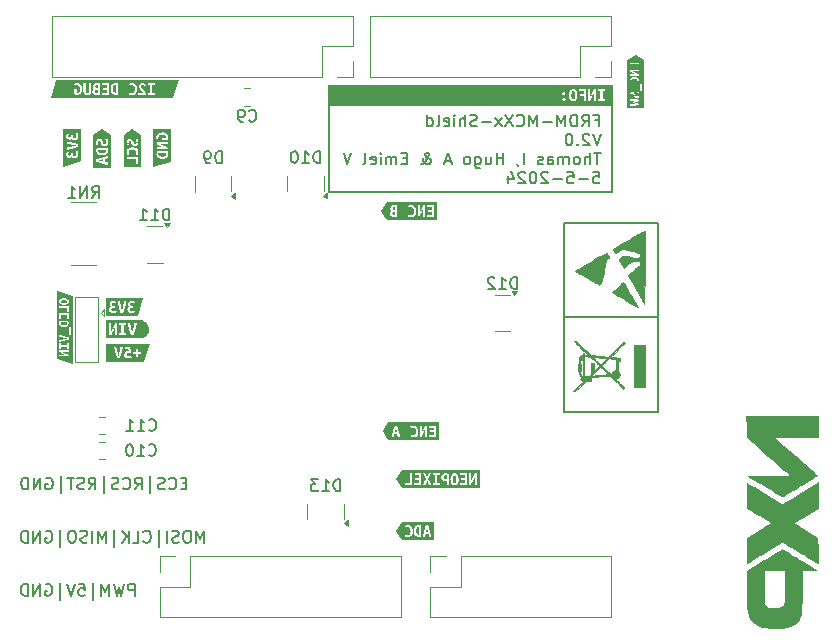
<source format=gbr>
%TF.GenerationSoftware,KiCad,Pcbnew,8.0.1*%
%TF.CreationDate,2024-05-22T13:21:10+02:00*%
%TF.ProjectId,FRDM-MCXx_Shield,4652444d-2d4d-4435-9878-5f536869656c,V2.0*%
%TF.SameCoordinates,Original*%
%TF.FileFunction,Legend,Bot*%
%TF.FilePolarity,Positive*%
%FSLAX46Y46*%
G04 Gerber Fmt 4.6, Leading zero omitted, Abs format (unit mm)*
G04 Created by KiCad (PCBNEW 8.0.1) date 2024-05-22 13:21:10*
%MOMM*%
%LPD*%
G01*
G04 APERTURE LIST*
%ADD10C,0.200000*%
%ADD11C,0.150000*%
%ADD12C,0.010000*%
%ADD13C,0.120000*%
%ADD14C,0.000000*%
G04 APERTURE END LIST*
D10*
X173700000Y-91290000D02*
X181700000Y-91290000D01*
X181700000Y-99290000D01*
X173700000Y-99290000D01*
X173700000Y-91290000D01*
X173700000Y-83290000D02*
X181700000Y-83290000D01*
X181700000Y-91290000D01*
X173700000Y-91290000D01*
X173700000Y-83290000D01*
D11*
X143263220Y-110369819D02*
X143263220Y-109369819D01*
X143263220Y-109369819D02*
X142929887Y-110084104D01*
X142929887Y-110084104D02*
X142596554Y-109369819D01*
X142596554Y-109369819D02*
X142596554Y-110369819D01*
X141929887Y-109369819D02*
X141739411Y-109369819D01*
X141739411Y-109369819D02*
X141644173Y-109417438D01*
X141644173Y-109417438D02*
X141548935Y-109512676D01*
X141548935Y-109512676D02*
X141501316Y-109703152D01*
X141501316Y-109703152D02*
X141501316Y-110036485D01*
X141501316Y-110036485D02*
X141548935Y-110226961D01*
X141548935Y-110226961D02*
X141644173Y-110322200D01*
X141644173Y-110322200D02*
X141739411Y-110369819D01*
X141739411Y-110369819D02*
X141929887Y-110369819D01*
X141929887Y-110369819D02*
X142025125Y-110322200D01*
X142025125Y-110322200D02*
X142120363Y-110226961D01*
X142120363Y-110226961D02*
X142167982Y-110036485D01*
X142167982Y-110036485D02*
X142167982Y-109703152D01*
X142167982Y-109703152D02*
X142120363Y-109512676D01*
X142120363Y-109512676D02*
X142025125Y-109417438D01*
X142025125Y-109417438D02*
X141929887Y-109369819D01*
X141120363Y-110322200D02*
X140977506Y-110369819D01*
X140977506Y-110369819D02*
X140739411Y-110369819D01*
X140739411Y-110369819D02*
X140644173Y-110322200D01*
X140644173Y-110322200D02*
X140596554Y-110274580D01*
X140596554Y-110274580D02*
X140548935Y-110179342D01*
X140548935Y-110179342D02*
X140548935Y-110084104D01*
X140548935Y-110084104D02*
X140596554Y-109988866D01*
X140596554Y-109988866D02*
X140644173Y-109941247D01*
X140644173Y-109941247D02*
X140739411Y-109893628D01*
X140739411Y-109893628D02*
X140929887Y-109846009D01*
X140929887Y-109846009D02*
X141025125Y-109798390D01*
X141025125Y-109798390D02*
X141072744Y-109750771D01*
X141072744Y-109750771D02*
X141120363Y-109655533D01*
X141120363Y-109655533D02*
X141120363Y-109560295D01*
X141120363Y-109560295D02*
X141072744Y-109465057D01*
X141072744Y-109465057D02*
X141025125Y-109417438D01*
X141025125Y-109417438D02*
X140929887Y-109369819D01*
X140929887Y-109369819D02*
X140691792Y-109369819D01*
X140691792Y-109369819D02*
X140548935Y-109417438D01*
X140120363Y-110369819D02*
X140120363Y-109369819D01*
X139406078Y-110703152D02*
X139406078Y-109274580D01*
X138120364Y-110274580D02*
X138167983Y-110322200D01*
X138167983Y-110322200D02*
X138310840Y-110369819D01*
X138310840Y-110369819D02*
X138406078Y-110369819D01*
X138406078Y-110369819D02*
X138548935Y-110322200D01*
X138548935Y-110322200D02*
X138644173Y-110226961D01*
X138644173Y-110226961D02*
X138691792Y-110131723D01*
X138691792Y-110131723D02*
X138739411Y-109941247D01*
X138739411Y-109941247D02*
X138739411Y-109798390D01*
X138739411Y-109798390D02*
X138691792Y-109607914D01*
X138691792Y-109607914D02*
X138644173Y-109512676D01*
X138644173Y-109512676D02*
X138548935Y-109417438D01*
X138548935Y-109417438D02*
X138406078Y-109369819D01*
X138406078Y-109369819D02*
X138310840Y-109369819D01*
X138310840Y-109369819D02*
X138167983Y-109417438D01*
X138167983Y-109417438D02*
X138120364Y-109465057D01*
X137215602Y-110369819D02*
X137691792Y-110369819D01*
X137691792Y-110369819D02*
X137691792Y-109369819D01*
X136882268Y-110369819D02*
X136882268Y-109369819D01*
X136310840Y-110369819D02*
X136739411Y-109798390D01*
X136310840Y-109369819D02*
X136882268Y-109941247D01*
X135644173Y-110703152D02*
X135644173Y-109274580D01*
X134929887Y-110369819D02*
X134929887Y-109369819D01*
X134929887Y-109369819D02*
X134596554Y-110084104D01*
X134596554Y-110084104D02*
X134263221Y-109369819D01*
X134263221Y-109369819D02*
X134263221Y-110369819D01*
X133787030Y-110369819D02*
X133787030Y-109369819D01*
X133358459Y-110322200D02*
X133215602Y-110369819D01*
X133215602Y-110369819D02*
X132977507Y-110369819D01*
X132977507Y-110369819D02*
X132882269Y-110322200D01*
X132882269Y-110322200D02*
X132834650Y-110274580D01*
X132834650Y-110274580D02*
X132787031Y-110179342D01*
X132787031Y-110179342D02*
X132787031Y-110084104D01*
X132787031Y-110084104D02*
X132834650Y-109988866D01*
X132834650Y-109988866D02*
X132882269Y-109941247D01*
X132882269Y-109941247D02*
X132977507Y-109893628D01*
X132977507Y-109893628D02*
X133167983Y-109846009D01*
X133167983Y-109846009D02*
X133263221Y-109798390D01*
X133263221Y-109798390D02*
X133310840Y-109750771D01*
X133310840Y-109750771D02*
X133358459Y-109655533D01*
X133358459Y-109655533D02*
X133358459Y-109560295D01*
X133358459Y-109560295D02*
X133310840Y-109465057D01*
X133310840Y-109465057D02*
X133263221Y-109417438D01*
X133263221Y-109417438D02*
X133167983Y-109369819D01*
X133167983Y-109369819D02*
X132929888Y-109369819D01*
X132929888Y-109369819D02*
X132787031Y-109417438D01*
X132167983Y-109369819D02*
X131977507Y-109369819D01*
X131977507Y-109369819D02*
X131882269Y-109417438D01*
X131882269Y-109417438D02*
X131787031Y-109512676D01*
X131787031Y-109512676D02*
X131739412Y-109703152D01*
X131739412Y-109703152D02*
X131739412Y-110036485D01*
X131739412Y-110036485D02*
X131787031Y-110226961D01*
X131787031Y-110226961D02*
X131882269Y-110322200D01*
X131882269Y-110322200D02*
X131977507Y-110369819D01*
X131977507Y-110369819D02*
X132167983Y-110369819D01*
X132167983Y-110369819D02*
X132263221Y-110322200D01*
X132263221Y-110322200D02*
X132358459Y-110226961D01*
X132358459Y-110226961D02*
X132406078Y-110036485D01*
X132406078Y-110036485D02*
X132406078Y-109703152D01*
X132406078Y-109703152D02*
X132358459Y-109512676D01*
X132358459Y-109512676D02*
X132263221Y-109417438D01*
X132263221Y-109417438D02*
X132167983Y-109369819D01*
X131072745Y-110703152D02*
X131072745Y-109274580D01*
X129834650Y-109417438D02*
X129929888Y-109369819D01*
X129929888Y-109369819D02*
X130072745Y-109369819D01*
X130072745Y-109369819D02*
X130215602Y-109417438D01*
X130215602Y-109417438D02*
X130310840Y-109512676D01*
X130310840Y-109512676D02*
X130358459Y-109607914D01*
X130358459Y-109607914D02*
X130406078Y-109798390D01*
X130406078Y-109798390D02*
X130406078Y-109941247D01*
X130406078Y-109941247D02*
X130358459Y-110131723D01*
X130358459Y-110131723D02*
X130310840Y-110226961D01*
X130310840Y-110226961D02*
X130215602Y-110322200D01*
X130215602Y-110322200D02*
X130072745Y-110369819D01*
X130072745Y-110369819D02*
X129977507Y-110369819D01*
X129977507Y-110369819D02*
X129834650Y-110322200D01*
X129834650Y-110322200D02*
X129787031Y-110274580D01*
X129787031Y-110274580D02*
X129787031Y-109941247D01*
X129787031Y-109941247D02*
X129977507Y-109941247D01*
X129358459Y-110369819D02*
X129358459Y-109369819D01*
X129358459Y-109369819D02*
X128787031Y-110369819D01*
X128787031Y-110369819D02*
X128787031Y-109369819D01*
X128310840Y-110369819D02*
X128310840Y-109369819D01*
X128310840Y-109369819D02*
X128072745Y-109369819D01*
X128072745Y-109369819D02*
X127929888Y-109417438D01*
X127929888Y-109417438D02*
X127834650Y-109512676D01*
X127834650Y-109512676D02*
X127787031Y-109607914D01*
X127787031Y-109607914D02*
X127739412Y-109798390D01*
X127739412Y-109798390D02*
X127739412Y-109941247D01*
X127739412Y-109941247D02*
X127787031Y-110131723D01*
X127787031Y-110131723D02*
X127834650Y-110226961D01*
X127834650Y-110226961D02*
X127929888Y-110322200D01*
X127929888Y-110322200D02*
X128072745Y-110369819D01*
X128072745Y-110369819D02*
X128310840Y-110369819D01*
X137363220Y-114869819D02*
X137363220Y-113869819D01*
X137363220Y-113869819D02*
X136982268Y-113869819D01*
X136982268Y-113869819D02*
X136887030Y-113917438D01*
X136887030Y-113917438D02*
X136839411Y-113965057D01*
X136839411Y-113965057D02*
X136791792Y-114060295D01*
X136791792Y-114060295D02*
X136791792Y-114203152D01*
X136791792Y-114203152D02*
X136839411Y-114298390D01*
X136839411Y-114298390D02*
X136887030Y-114346009D01*
X136887030Y-114346009D02*
X136982268Y-114393628D01*
X136982268Y-114393628D02*
X137363220Y-114393628D01*
X136458458Y-113869819D02*
X136220363Y-114869819D01*
X136220363Y-114869819D02*
X136029887Y-114155533D01*
X136029887Y-114155533D02*
X135839411Y-114869819D01*
X135839411Y-114869819D02*
X135601316Y-113869819D01*
X135220363Y-114869819D02*
X135220363Y-113869819D01*
X135220363Y-113869819D02*
X134887030Y-114584104D01*
X134887030Y-114584104D02*
X134553697Y-113869819D01*
X134553697Y-113869819D02*
X134553697Y-114869819D01*
X133839411Y-115203152D02*
X133839411Y-113774580D01*
X132648935Y-113869819D02*
X133125125Y-113869819D01*
X133125125Y-113869819D02*
X133172744Y-114346009D01*
X133172744Y-114346009D02*
X133125125Y-114298390D01*
X133125125Y-114298390D02*
X133029887Y-114250771D01*
X133029887Y-114250771D02*
X132791792Y-114250771D01*
X132791792Y-114250771D02*
X132696554Y-114298390D01*
X132696554Y-114298390D02*
X132648935Y-114346009D01*
X132648935Y-114346009D02*
X132601316Y-114441247D01*
X132601316Y-114441247D02*
X132601316Y-114679342D01*
X132601316Y-114679342D02*
X132648935Y-114774580D01*
X132648935Y-114774580D02*
X132696554Y-114822200D01*
X132696554Y-114822200D02*
X132791792Y-114869819D01*
X132791792Y-114869819D02*
X133029887Y-114869819D01*
X133029887Y-114869819D02*
X133125125Y-114822200D01*
X133125125Y-114822200D02*
X133172744Y-114774580D01*
X132315601Y-113869819D02*
X131982268Y-114869819D01*
X131982268Y-114869819D02*
X131648935Y-113869819D01*
X131077506Y-115203152D02*
X131077506Y-113774580D01*
X129839411Y-113917438D02*
X129934649Y-113869819D01*
X129934649Y-113869819D02*
X130077506Y-113869819D01*
X130077506Y-113869819D02*
X130220363Y-113917438D01*
X130220363Y-113917438D02*
X130315601Y-114012676D01*
X130315601Y-114012676D02*
X130363220Y-114107914D01*
X130363220Y-114107914D02*
X130410839Y-114298390D01*
X130410839Y-114298390D02*
X130410839Y-114441247D01*
X130410839Y-114441247D02*
X130363220Y-114631723D01*
X130363220Y-114631723D02*
X130315601Y-114726961D01*
X130315601Y-114726961D02*
X130220363Y-114822200D01*
X130220363Y-114822200D02*
X130077506Y-114869819D01*
X130077506Y-114869819D02*
X129982268Y-114869819D01*
X129982268Y-114869819D02*
X129839411Y-114822200D01*
X129839411Y-114822200D02*
X129791792Y-114774580D01*
X129791792Y-114774580D02*
X129791792Y-114441247D01*
X129791792Y-114441247D02*
X129982268Y-114441247D01*
X129363220Y-114869819D02*
X129363220Y-113869819D01*
X129363220Y-113869819D02*
X128791792Y-114869819D01*
X128791792Y-114869819D02*
X128791792Y-113869819D01*
X128315601Y-114869819D02*
X128315601Y-113869819D01*
X128315601Y-113869819D02*
X128077506Y-113869819D01*
X128077506Y-113869819D02*
X127934649Y-113917438D01*
X127934649Y-113917438D02*
X127839411Y-114012676D01*
X127839411Y-114012676D02*
X127791792Y-114107914D01*
X127791792Y-114107914D02*
X127744173Y-114298390D01*
X127744173Y-114298390D02*
X127744173Y-114441247D01*
X127744173Y-114441247D02*
X127791792Y-114631723D01*
X127791792Y-114631723D02*
X127839411Y-114726961D01*
X127839411Y-114726961D02*
X127934649Y-114822200D01*
X127934649Y-114822200D02*
X128077506Y-114869819D01*
X128077506Y-114869819D02*
X128315601Y-114869819D01*
X141763220Y-105346009D02*
X141429887Y-105346009D01*
X141287030Y-105869819D02*
X141763220Y-105869819D01*
X141763220Y-105869819D02*
X141763220Y-104869819D01*
X141763220Y-104869819D02*
X141287030Y-104869819D01*
X140287030Y-105774580D02*
X140334649Y-105822200D01*
X140334649Y-105822200D02*
X140477506Y-105869819D01*
X140477506Y-105869819D02*
X140572744Y-105869819D01*
X140572744Y-105869819D02*
X140715601Y-105822200D01*
X140715601Y-105822200D02*
X140810839Y-105726961D01*
X140810839Y-105726961D02*
X140858458Y-105631723D01*
X140858458Y-105631723D02*
X140906077Y-105441247D01*
X140906077Y-105441247D02*
X140906077Y-105298390D01*
X140906077Y-105298390D02*
X140858458Y-105107914D01*
X140858458Y-105107914D02*
X140810839Y-105012676D01*
X140810839Y-105012676D02*
X140715601Y-104917438D01*
X140715601Y-104917438D02*
X140572744Y-104869819D01*
X140572744Y-104869819D02*
X140477506Y-104869819D01*
X140477506Y-104869819D02*
X140334649Y-104917438D01*
X140334649Y-104917438D02*
X140287030Y-104965057D01*
X139906077Y-105822200D02*
X139763220Y-105869819D01*
X139763220Y-105869819D02*
X139525125Y-105869819D01*
X139525125Y-105869819D02*
X139429887Y-105822200D01*
X139429887Y-105822200D02*
X139382268Y-105774580D01*
X139382268Y-105774580D02*
X139334649Y-105679342D01*
X139334649Y-105679342D02*
X139334649Y-105584104D01*
X139334649Y-105584104D02*
X139382268Y-105488866D01*
X139382268Y-105488866D02*
X139429887Y-105441247D01*
X139429887Y-105441247D02*
X139525125Y-105393628D01*
X139525125Y-105393628D02*
X139715601Y-105346009D01*
X139715601Y-105346009D02*
X139810839Y-105298390D01*
X139810839Y-105298390D02*
X139858458Y-105250771D01*
X139858458Y-105250771D02*
X139906077Y-105155533D01*
X139906077Y-105155533D02*
X139906077Y-105060295D01*
X139906077Y-105060295D02*
X139858458Y-104965057D01*
X139858458Y-104965057D02*
X139810839Y-104917438D01*
X139810839Y-104917438D02*
X139715601Y-104869819D01*
X139715601Y-104869819D02*
X139477506Y-104869819D01*
X139477506Y-104869819D02*
X139334649Y-104917438D01*
X138667982Y-106203152D02*
X138667982Y-104774580D01*
X137382268Y-105869819D02*
X137715601Y-105393628D01*
X137953696Y-105869819D02*
X137953696Y-104869819D01*
X137953696Y-104869819D02*
X137572744Y-104869819D01*
X137572744Y-104869819D02*
X137477506Y-104917438D01*
X137477506Y-104917438D02*
X137429887Y-104965057D01*
X137429887Y-104965057D02*
X137382268Y-105060295D01*
X137382268Y-105060295D02*
X137382268Y-105203152D01*
X137382268Y-105203152D02*
X137429887Y-105298390D01*
X137429887Y-105298390D02*
X137477506Y-105346009D01*
X137477506Y-105346009D02*
X137572744Y-105393628D01*
X137572744Y-105393628D02*
X137953696Y-105393628D01*
X136382268Y-105774580D02*
X136429887Y-105822200D01*
X136429887Y-105822200D02*
X136572744Y-105869819D01*
X136572744Y-105869819D02*
X136667982Y-105869819D01*
X136667982Y-105869819D02*
X136810839Y-105822200D01*
X136810839Y-105822200D02*
X136906077Y-105726961D01*
X136906077Y-105726961D02*
X136953696Y-105631723D01*
X136953696Y-105631723D02*
X137001315Y-105441247D01*
X137001315Y-105441247D02*
X137001315Y-105298390D01*
X137001315Y-105298390D02*
X136953696Y-105107914D01*
X136953696Y-105107914D02*
X136906077Y-105012676D01*
X136906077Y-105012676D02*
X136810839Y-104917438D01*
X136810839Y-104917438D02*
X136667982Y-104869819D01*
X136667982Y-104869819D02*
X136572744Y-104869819D01*
X136572744Y-104869819D02*
X136429887Y-104917438D01*
X136429887Y-104917438D02*
X136382268Y-104965057D01*
X136001315Y-105822200D02*
X135858458Y-105869819D01*
X135858458Y-105869819D02*
X135620363Y-105869819D01*
X135620363Y-105869819D02*
X135525125Y-105822200D01*
X135525125Y-105822200D02*
X135477506Y-105774580D01*
X135477506Y-105774580D02*
X135429887Y-105679342D01*
X135429887Y-105679342D02*
X135429887Y-105584104D01*
X135429887Y-105584104D02*
X135477506Y-105488866D01*
X135477506Y-105488866D02*
X135525125Y-105441247D01*
X135525125Y-105441247D02*
X135620363Y-105393628D01*
X135620363Y-105393628D02*
X135810839Y-105346009D01*
X135810839Y-105346009D02*
X135906077Y-105298390D01*
X135906077Y-105298390D02*
X135953696Y-105250771D01*
X135953696Y-105250771D02*
X136001315Y-105155533D01*
X136001315Y-105155533D02*
X136001315Y-105060295D01*
X136001315Y-105060295D02*
X135953696Y-104965057D01*
X135953696Y-104965057D02*
X135906077Y-104917438D01*
X135906077Y-104917438D02*
X135810839Y-104869819D01*
X135810839Y-104869819D02*
X135572744Y-104869819D01*
X135572744Y-104869819D02*
X135429887Y-104917438D01*
X134763220Y-106203152D02*
X134763220Y-104774580D01*
X133477506Y-105869819D02*
X133810839Y-105393628D01*
X134048934Y-105869819D02*
X134048934Y-104869819D01*
X134048934Y-104869819D02*
X133667982Y-104869819D01*
X133667982Y-104869819D02*
X133572744Y-104917438D01*
X133572744Y-104917438D02*
X133525125Y-104965057D01*
X133525125Y-104965057D02*
X133477506Y-105060295D01*
X133477506Y-105060295D02*
X133477506Y-105203152D01*
X133477506Y-105203152D02*
X133525125Y-105298390D01*
X133525125Y-105298390D02*
X133572744Y-105346009D01*
X133572744Y-105346009D02*
X133667982Y-105393628D01*
X133667982Y-105393628D02*
X134048934Y-105393628D01*
X133096553Y-105822200D02*
X132953696Y-105869819D01*
X132953696Y-105869819D02*
X132715601Y-105869819D01*
X132715601Y-105869819D02*
X132620363Y-105822200D01*
X132620363Y-105822200D02*
X132572744Y-105774580D01*
X132572744Y-105774580D02*
X132525125Y-105679342D01*
X132525125Y-105679342D02*
X132525125Y-105584104D01*
X132525125Y-105584104D02*
X132572744Y-105488866D01*
X132572744Y-105488866D02*
X132620363Y-105441247D01*
X132620363Y-105441247D02*
X132715601Y-105393628D01*
X132715601Y-105393628D02*
X132906077Y-105346009D01*
X132906077Y-105346009D02*
X133001315Y-105298390D01*
X133001315Y-105298390D02*
X133048934Y-105250771D01*
X133048934Y-105250771D02*
X133096553Y-105155533D01*
X133096553Y-105155533D02*
X133096553Y-105060295D01*
X133096553Y-105060295D02*
X133048934Y-104965057D01*
X133048934Y-104965057D02*
X133001315Y-104917438D01*
X133001315Y-104917438D02*
X132906077Y-104869819D01*
X132906077Y-104869819D02*
X132667982Y-104869819D01*
X132667982Y-104869819D02*
X132525125Y-104917438D01*
X132239410Y-104869819D02*
X131667982Y-104869819D01*
X131953696Y-105869819D02*
X131953696Y-104869819D01*
X131096553Y-106203152D02*
X131096553Y-104774580D01*
X129858458Y-104917438D02*
X129953696Y-104869819D01*
X129953696Y-104869819D02*
X130096553Y-104869819D01*
X130096553Y-104869819D02*
X130239410Y-104917438D01*
X130239410Y-104917438D02*
X130334648Y-105012676D01*
X130334648Y-105012676D02*
X130382267Y-105107914D01*
X130382267Y-105107914D02*
X130429886Y-105298390D01*
X130429886Y-105298390D02*
X130429886Y-105441247D01*
X130429886Y-105441247D02*
X130382267Y-105631723D01*
X130382267Y-105631723D02*
X130334648Y-105726961D01*
X130334648Y-105726961D02*
X130239410Y-105822200D01*
X130239410Y-105822200D02*
X130096553Y-105869819D01*
X130096553Y-105869819D02*
X130001315Y-105869819D01*
X130001315Y-105869819D02*
X129858458Y-105822200D01*
X129858458Y-105822200D02*
X129810839Y-105774580D01*
X129810839Y-105774580D02*
X129810839Y-105441247D01*
X129810839Y-105441247D02*
X130001315Y-105441247D01*
X129382267Y-105869819D02*
X129382267Y-104869819D01*
X129382267Y-104869819D02*
X128810839Y-105869819D01*
X128810839Y-105869819D02*
X128810839Y-104869819D01*
X128334648Y-105869819D02*
X128334648Y-104869819D01*
X128334648Y-104869819D02*
X128096553Y-104869819D01*
X128096553Y-104869819D02*
X127953696Y-104917438D01*
X127953696Y-104917438D02*
X127858458Y-105012676D01*
X127858458Y-105012676D02*
X127810839Y-105107914D01*
X127810839Y-105107914D02*
X127763220Y-105298390D01*
X127763220Y-105298390D02*
X127763220Y-105441247D01*
X127763220Y-105441247D02*
X127810839Y-105631723D01*
X127810839Y-105631723D02*
X127858458Y-105726961D01*
X127858458Y-105726961D02*
X127953696Y-105822200D01*
X127953696Y-105822200D02*
X128096553Y-105869819D01*
X128096553Y-105869819D02*
X128334648Y-105869819D01*
X176345287Y-74606009D02*
X176678620Y-74606009D01*
X176678620Y-75129819D02*
X176678620Y-74129819D01*
X176678620Y-74129819D02*
X176202430Y-74129819D01*
X175250049Y-75129819D02*
X175583382Y-74653628D01*
X175821477Y-75129819D02*
X175821477Y-74129819D01*
X175821477Y-74129819D02*
X175440525Y-74129819D01*
X175440525Y-74129819D02*
X175345287Y-74177438D01*
X175345287Y-74177438D02*
X175297668Y-74225057D01*
X175297668Y-74225057D02*
X175250049Y-74320295D01*
X175250049Y-74320295D02*
X175250049Y-74463152D01*
X175250049Y-74463152D02*
X175297668Y-74558390D01*
X175297668Y-74558390D02*
X175345287Y-74606009D01*
X175345287Y-74606009D02*
X175440525Y-74653628D01*
X175440525Y-74653628D02*
X175821477Y-74653628D01*
X174821477Y-75129819D02*
X174821477Y-74129819D01*
X174821477Y-74129819D02*
X174583382Y-74129819D01*
X174583382Y-74129819D02*
X174440525Y-74177438D01*
X174440525Y-74177438D02*
X174345287Y-74272676D01*
X174345287Y-74272676D02*
X174297668Y-74367914D01*
X174297668Y-74367914D02*
X174250049Y-74558390D01*
X174250049Y-74558390D02*
X174250049Y-74701247D01*
X174250049Y-74701247D02*
X174297668Y-74891723D01*
X174297668Y-74891723D02*
X174345287Y-74986961D01*
X174345287Y-74986961D02*
X174440525Y-75082200D01*
X174440525Y-75082200D02*
X174583382Y-75129819D01*
X174583382Y-75129819D02*
X174821477Y-75129819D01*
X173821477Y-75129819D02*
X173821477Y-74129819D01*
X173821477Y-74129819D02*
X173488144Y-74844104D01*
X173488144Y-74844104D02*
X173154811Y-74129819D01*
X173154811Y-74129819D02*
X173154811Y-75129819D01*
X172678620Y-74748866D02*
X171916716Y-74748866D01*
X171440525Y-75129819D02*
X171440525Y-74129819D01*
X171440525Y-74129819D02*
X171107192Y-74844104D01*
X171107192Y-74844104D02*
X170773859Y-74129819D01*
X170773859Y-74129819D02*
X170773859Y-75129819D01*
X169726240Y-75034580D02*
X169773859Y-75082200D01*
X169773859Y-75082200D02*
X169916716Y-75129819D01*
X169916716Y-75129819D02*
X170011954Y-75129819D01*
X170011954Y-75129819D02*
X170154811Y-75082200D01*
X170154811Y-75082200D02*
X170250049Y-74986961D01*
X170250049Y-74986961D02*
X170297668Y-74891723D01*
X170297668Y-74891723D02*
X170345287Y-74701247D01*
X170345287Y-74701247D02*
X170345287Y-74558390D01*
X170345287Y-74558390D02*
X170297668Y-74367914D01*
X170297668Y-74367914D02*
X170250049Y-74272676D01*
X170250049Y-74272676D02*
X170154811Y-74177438D01*
X170154811Y-74177438D02*
X170011954Y-74129819D01*
X170011954Y-74129819D02*
X169916716Y-74129819D01*
X169916716Y-74129819D02*
X169773859Y-74177438D01*
X169773859Y-74177438D02*
X169726240Y-74225057D01*
X169392906Y-74129819D02*
X168726240Y-75129819D01*
X168726240Y-74129819D02*
X169392906Y-75129819D01*
X168440525Y-75129819D02*
X167916716Y-74463152D01*
X168440525Y-74463152D02*
X167916716Y-75129819D01*
X167535763Y-74748866D02*
X166773859Y-74748866D01*
X166345287Y-75082200D02*
X166202430Y-75129819D01*
X166202430Y-75129819D02*
X165964335Y-75129819D01*
X165964335Y-75129819D02*
X165869097Y-75082200D01*
X165869097Y-75082200D02*
X165821478Y-75034580D01*
X165821478Y-75034580D02*
X165773859Y-74939342D01*
X165773859Y-74939342D02*
X165773859Y-74844104D01*
X165773859Y-74844104D02*
X165821478Y-74748866D01*
X165821478Y-74748866D02*
X165869097Y-74701247D01*
X165869097Y-74701247D02*
X165964335Y-74653628D01*
X165964335Y-74653628D02*
X166154811Y-74606009D01*
X166154811Y-74606009D02*
X166250049Y-74558390D01*
X166250049Y-74558390D02*
X166297668Y-74510771D01*
X166297668Y-74510771D02*
X166345287Y-74415533D01*
X166345287Y-74415533D02*
X166345287Y-74320295D01*
X166345287Y-74320295D02*
X166297668Y-74225057D01*
X166297668Y-74225057D02*
X166250049Y-74177438D01*
X166250049Y-74177438D02*
X166154811Y-74129819D01*
X166154811Y-74129819D02*
X165916716Y-74129819D01*
X165916716Y-74129819D02*
X165773859Y-74177438D01*
X165345287Y-75129819D02*
X165345287Y-74129819D01*
X164916716Y-75129819D02*
X164916716Y-74606009D01*
X164916716Y-74606009D02*
X164964335Y-74510771D01*
X164964335Y-74510771D02*
X165059573Y-74463152D01*
X165059573Y-74463152D02*
X165202430Y-74463152D01*
X165202430Y-74463152D02*
X165297668Y-74510771D01*
X165297668Y-74510771D02*
X165345287Y-74558390D01*
X164440525Y-75129819D02*
X164440525Y-74463152D01*
X164440525Y-74129819D02*
X164488144Y-74177438D01*
X164488144Y-74177438D02*
X164440525Y-74225057D01*
X164440525Y-74225057D02*
X164392906Y-74177438D01*
X164392906Y-74177438D02*
X164440525Y-74129819D01*
X164440525Y-74129819D02*
X164440525Y-74225057D01*
X163583383Y-75082200D02*
X163678621Y-75129819D01*
X163678621Y-75129819D02*
X163869097Y-75129819D01*
X163869097Y-75129819D02*
X163964335Y-75082200D01*
X163964335Y-75082200D02*
X164011954Y-74986961D01*
X164011954Y-74986961D02*
X164011954Y-74606009D01*
X164011954Y-74606009D02*
X163964335Y-74510771D01*
X163964335Y-74510771D02*
X163869097Y-74463152D01*
X163869097Y-74463152D02*
X163678621Y-74463152D01*
X163678621Y-74463152D02*
X163583383Y-74510771D01*
X163583383Y-74510771D02*
X163535764Y-74606009D01*
X163535764Y-74606009D02*
X163535764Y-74701247D01*
X163535764Y-74701247D02*
X164011954Y-74796485D01*
X162964335Y-75129819D02*
X163059573Y-75082200D01*
X163059573Y-75082200D02*
X163107192Y-74986961D01*
X163107192Y-74986961D02*
X163107192Y-74129819D01*
X162154811Y-75129819D02*
X162154811Y-74129819D01*
X162154811Y-75082200D02*
X162250049Y-75129819D01*
X162250049Y-75129819D02*
X162440525Y-75129819D01*
X162440525Y-75129819D02*
X162535763Y-75082200D01*
X162535763Y-75082200D02*
X162583382Y-75034580D01*
X162583382Y-75034580D02*
X162631001Y-74939342D01*
X162631001Y-74939342D02*
X162631001Y-74653628D01*
X162631001Y-74653628D02*
X162583382Y-74558390D01*
X162583382Y-74558390D02*
X162535763Y-74510771D01*
X162535763Y-74510771D02*
X162440525Y-74463152D01*
X162440525Y-74463152D02*
X162250049Y-74463152D01*
X162250049Y-74463152D02*
X162154811Y-74510771D01*
X176821477Y-75739763D02*
X176488144Y-76739763D01*
X176488144Y-76739763D02*
X176154811Y-75739763D01*
X175869096Y-75835001D02*
X175821477Y-75787382D01*
X175821477Y-75787382D02*
X175726239Y-75739763D01*
X175726239Y-75739763D02*
X175488144Y-75739763D01*
X175488144Y-75739763D02*
X175392906Y-75787382D01*
X175392906Y-75787382D02*
X175345287Y-75835001D01*
X175345287Y-75835001D02*
X175297668Y-75930239D01*
X175297668Y-75930239D02*
X175297668Y-76025477D01*
X175297668Y-76025477D02*
X175345287Y-76168334D01*
X175345287Y-76168334D02*
X175916715Y-76739763D01*
X175916715Y-76739763D02*
X175297668Y-76739763D01*
X174869096Y-76644524D02*
X174821477Y-76692144D01*
X174821477Y-76692144D02*
X174869096Y-76739763D01*
X174869096Y-76739763D02*
X174916715Y-76692144D01*
X174916715Y-76692144D02*
X174869096Y-76644524D01*
X174869096Y-76644524D02*
X174869096Y-76739763D01*
X174202430Y-75739763D02*
X174107192Y-75739763D01*
X174107192Y-75739763D02*
X174011954Y-75787382D01*
X174011954Y-75787382D02*
X173964335Y-75835001D01*
X173964335Y-75835001D02*
X173916716Y-75930239D01*
X173916716Y-75930239D02*
X173869097Y-76120715D01*
X173869097Y-76120715D02*
X173869097Y-76358810D01*
X173869097Y-76358810D02*
X173916716Y-76549286D01*
X173916716Y-76549286D02*
X173964335Y-76644524D01*
X173964335Y-76644524D02*
X174011954Y-76692144D01*
X174011954Y-76692144D02*
X174107192Y-76739763D01*
X174107192Y-76739763D02*
X174202430Y-76739763D01*
X174202430Y-76739763D02*
X174297668Y-76692144D01*
X174297668Y-76692144D02*
X174345287Y-76644524D01*
X174345287Y-76644524D02*
X174392906Y-76549286D01*
X174392906Y-76549286D02*
X174440525Y-76358810D01*
X174440525Y-76358810D02*
X174440525Y-76120715D01*
X174440525Y-76120715D02*
X174392906Y-75930239D01*
X174392906Y-75930239D02*
X174345287Y-75835001D01*
X174345287Y-75835001D02*
X174297668Y-75787382D01*
X174297668Y-75787382D02*
X174202430Y-75739763D01*
X176821477Y-77349707D02*
X176250049Y-77349707D01*
X176535763Y-78349707D02*
X176535763Y-77349707D01*
X175916715Y-78349707D02*
X175916715Y-77349707D01*
X175488144Y-78349707D02*
X175488144Y-77825897D01*
X175488144Y-77825897D02*
X175535763Y-77730659D01*
X175535763Y-77730659D02*
X175631001Y-77683040D01*
X175631001Y-77683040D02*
X175773858Y-77683040D01*
X175773858Y-77683040D02*
X175869096Y-77730659D01*
X175869096Y-77730659D02*
X175916715Y-77778278D01*
X174869096Y-78349707D02*
X174964334Y-78302088D01*
X174964334Y-78302088D02*
X175011953Y-78254468D01*
X175011953Y-78254468D02*
X175059572Y-78159230D01*
X175059572Y-78159230D02*
X175059572Y-77873516D01*
X175059572Y-77873516D02*
X175011953Y-77778278D01*
X175011953Y-77778278D02*
X174964334Y-77730659D01*
X174964334Y-77730659D02*
X174869096Y-77683040D01*
X174869096Y-77683040D02*
X174726239Y-77683040D01*
X174726239Y-77683040D02*
X174631001Y-77730659D01*
X174631001Y-77730659D02*
X174583382Y-77778278D01*
X174583382Y-77778278D02*
X174535763Y-77873516D01*
X174535763Y-77873516D02*
X174535763Y-78159230D01*
X174535763Y-78159230D02*
X174583382Y-78254468D01*
X174583382Y-78254468D02*
X174631001Y-78302088D01*
X174631001Y-78302088D02*
X174726239Y-78349707D01*
X174726239Y-78349707D02*
X174869096Y-78349707D01*
X174107191Y-78349707D02*
X174107191Y-77683040D01*
X174107191Y-77778278D02*
X174059572Y-77730659D01*
X174059572Y-77730659D02*
X173964334Y-77683040D01*
X173964334Y-77683040D02*
X173821477Y-77683040D01*
X173821477Y-77683040D02*
X173726239Y-77730659D01*
X173726239Y-77730659D02*
X173678620Y-77825897D01*
X173678620Y-77825897D02*
X173678620Y-78349707D01*
X173678620Y-77825897D02*
X173631001Y-77730659D01*
X173631001Y-77730659D02*
X173535763Y-77683040D01*
X173535763Y-77683040D02*
X173392906Y-77683040D01*
X173392906Y-77683040D02*
X173297667Y-77730659D01*
X173297667Y-77730659D02*
X173250048Y-77825897D01*
X173250048Y-77825897D02*
X173250048Y-78349707D01*
X172345287Y-78349707D02*
X172345287Y-77825897D01*
X172345287Y-77825897D02*
X172392906Y-77730659D01*
X172392906Y-77730659D02*
X172488144Y-77683040D01*
X172488144Y-77683040D02*
X172678620Y-77683040D01*
X172678620Y-77683040D02*
X172773858Y-77730659D01*
X172345287Y-78302088D02*
X172440525Y-78349707D01*
X172440525Y-78349707D02*
X172678620Y-78349707D01*
X172678620Y-78349707D02*
X172773858Y-78302088D01*
X172773858Y-78302088D02*
X172821477Y-78206849D01*
X172821477Y-78206849D02*
X172821477Y-78111611D01*
X172821477Y-78111611D02*
X172773858Y-78016373D01*
X172773858Y-78016373D02*
X172678620Y-77968754D01*
X172678620Y-77968754D02*
X172440525Y-77968754D01*
X172440525Y-77968754D02*
X172345287Y-77921135D01*
X171916715Y-78302088D02*
X171821477Y-78349707D01*
X171821477Y-78349707D02*
X171631001Y-78349707D01*
X171631001Y-78349707D02*
X171535763Y-78302088D01*
X171535763Y-78302088D02*
X171488144Y-78206849D01*
X171488144Y-78206849D02*
X171488144Y-78159230D01*
X171488144Y-78159230D02*
X171535763Y-78063992D01*
X171535763Y-78063992D02*
X171631001Y-78016373D01*
X171631001Y-78016373D02*
X171773858Y-78016373D01*
X171773858Y-78016373D02*
X171869096Y-77968754D01*
X171869096Y-77968754D02*
X171916715Y-77873516D01*
X171916715Y-77873516D02*
X171916715Y-77825897D01*
X171916715Y-77825897D02*
X171869096Y-77730659D01*
X171869096Y-77730659D02*
X171773858Y-77683040D01*
X171773858Y-77683040D02*
X171631001Y-77683040D01*
X171631001Y-77683040D02*
X171535763Y-77730659D01*
X170297667Y-78349707D02*
X170297667Y-77349707D01*
X169773858Y-78302088D02*
X169773858Y-78349707D01*
X169773858Y-78349707D02*
X169821477Y-78444945D01*
X169821477Y-78444945D02*
X169869096Y-78492564D01*
X168583382Y-78349707D02*
X168583382Y-77349707D01*
X168583382Y-77825897D02*
X168011954Y-77825897D01*
X168011954Y-78349707D02*
X168011954Y-77349707D01*
X167107192Y-77683040D02*
X167107192Y-78349707D01*
X167535763Y-77683040D02*
X167535763Y-78206849D01*
X167535763Y-78206849D02*
X167488144Y-78302088D01*
X167488144Y-78302088D02*
X167392906Y-78349707D01*
X167392906Y-78349707D02*
X167250049Y-78349707D01*
X167250049Y-78349707D02*
X167154811Y-78302088D01*
X167154811Y-78302088D02*
X167107192Y-78254468D01*
X166202430Y-77683040D02*
X166202430Y-78492564D01*
X166202430Y-78492564D02*
X166250049Y-78587802D01*
X166250049Y-78587802D02*
X166297668Y-78635421D01*
X166297668Y-78635421D02*
X166392906Y-78683040D01*
X166392906Y-78683040D02*
X166535763Y-78683040D01*
X166535763Y-78683040D02*
X166631001Y-78635421D01*
X166202430Y-78302088D02*
X166297668Y-78349707D01*
X166297668Y-78349707D02*
X166488144Y-78349707D01*
X166488144Y-78349707D02*
X166583382Y-78302088D01*
X166583382Y-78302088D02*
X166631001Y-78254468D01*
X166631001Y-78254468D02*
X166678620Y-78159230D01*
X166678620Y-78159230D02*
X166678620Y-77873516D01*
X166678620Y-77873516D02*
X166631001Y-77778278D01*
X166631001Y-77778278D02*
X166583382Y-77730659D01*
X166583382Y-77730659D02*
X166488144Y-77683040D01*
X166488144Y-77683040D02*
X166297668Y-77683040D01*
X166297668Y-77683040D02*
X166202430Y-77730659D01*
X165583382Y-78349707D02*
X165678620Y-78302088D01*
X165678620Y-78302088D02*
X165726239Y-78254468D01*
X165726239Y-78254468D02*
X165773858Y-78159230D01*
X165773858Y-78159230D02*
X165773858Y-77873516D01*
X165773858Y-77873516D02*
X165726239Y-77778278D01*
X165726239Y-77778278D02*
X165678620Y-77730659D01*
X165678620Y-77730659D02*
X165583382Y-77683040D01*
X165583382Y-77683040D02*
X165440525Y-77683040D01*
X165440525Y-77683040D02*
X165345287Y-77730659D01*
X165345287Y-77730659D02*
X165297668Y-77778278D01*
X165297668Y-77778278D02*
X165250049Y-77873516D01*
X165250049Y-77873516D02*
X165250049Y-78159230D01*
X165250049Y-78159230D02*
X165297668Y-78254468D01*
X165297668Y-78254468D02*
X165345287Y-78302088D01*
X165345287Y-78302088D02*
X165440525Y-78349707D01*
X165440525Y-78349707D02*
X165583382Y-78349707D01*
X164107191Y-78063992D02*
X163631001Y-78063992D01*
X164202429Y-78349707D02*
X163869096Y-77349707D01*
X163869096Y-77349707D02*
X163535763Y-78349707D01*
X161631000Y-78349707D02*
X161678620Y-78349707D01*
X161678620Y-78349707D02*
X161773858Y-78302088D01*
X161773858Y-78302088D02*
X161916715Y-78159230D01*
X161916715Y-78159230D02*
X162154810Y-77873516D01*
X162154810Y-77873516D02*
X162250048Y-77730659D01*
X162250048Y-77730659D02*
X162297667Y-77587802D01*
X162297667Y-77587802D02*
X162297667Y-77492564D01*
X162297667Y-77492564D02*
X162250048Y-77397326D01*
X162250048Y-77397326D02*
X162154810Y-77349707D01*
X162154810Y-77349707D02*
X162107191Y-77349707D01*
X162107191Y-77349707D02*
X162011953Y-77397326D01*
X162011953Y-77397326D02*
X161964334Y-77492564D01*
X161964334Y-77492564D02*
X161964334Y-77540183D01*
X161964334Y-77540183D02*
X162011953Y-77635421D01*
X162011953Y-77635421D02*
X162059572Y-77683040D01*
X162059572Y-77683040D02*
X162345286Y-77873516D01*
X162345286Y-77873516D02*
X162392905Y-77921135D01*
X162392905Y-77921135D02*
X162440524Y-78016373D01*
X162440524Y-78016373D02*
X162440524Y-78159230D01*
X162440524Y-78159230D02*
X162392905Y-78254468D01*
X162392905Y-78254468D02*
X162345286Y-78302088D01*
X162345286Y-78302088D02*
X162250048Y-78349707D01*
X162250048Y-78349707D02*
X162107191Y-78349707D01*
X162107191Y-78349707D02*
X162011953Y-78302088D01*
X162011953Y-78302088D02*
X161964334Y-78254468D01*
X161964334Y-78254468D02*
X161821477Y-78063992D01*
X161821477Y-78063992D02*
X161773858Y-77921135D01*
X161773858Y-77921135D02*
X161773858Y-77825897D01*
X160440524Y-77825897D02*
X160107191Y-77825897D01*
X159964334Y-78349707D02*
X160440524Y-78349707D01*
X160440524Y-78349707D02*
X160440524Y-77349707D01*
X160440524Y-77349707D02*
X159964334Y-77349707D01*
X159535762Y-78349707D02*
X159535762Y-77683040D01*
X159535762Y-77778278D02*
X159488143Y-77730659D01*
X159488143Y-77730659D02*
X159392905Y-77683040D01*
X159392905Y-77683040D02*
X159250048Y-77683040D01*
X159250048Y-77683040D02*
X159154810Y-77730659D01*
X159154810Y-77730659D02*
X159107191Y-77825897D01*
X159107191Y-77825897D02*
X159107191Y-78349707D01*
X159107191Y-77825897D02*
X159059572Y-77730659D01*
X159059572Y-77730659D02*
X158964334Y-77683040D01*
X158964334Y-77683040D02*
X158821477Y-77683040D01*
X158821477Y-77683040D02*
X158726238Y-77730659D01*
X158726238Y-77730659D02*
X158678619Y-77825897D01*
X158678619Y-77825897D02*
X158678619Y-78349707D01*
X158202429Y-78349707D02*
X158202429Y-77683040D01*
X158202429Y-77349707D02*
X158250048Y-77397326D01*
X158250048Y-77397326D02*
X158202429Y-77444945D01*
X158202429Y-77444945D02*
X158154810Y-77397326D01*
X158154810Y-77397326D02*
X158202429Y-77349707D01*
X158202429Y-77349707D02*
X158202429Y-77444945D01*
X157345287Y-78302088D02*
X157440525Y-78349707D01*
X157440525Y-78349707D02*
X157631001Y-78349707D01*
X157631001Y-78349707D02*
X157726239Y-78302088D01*
X157726239Y-78302088D02*
X157773858Y-78206849D01*
X157773858Y-78206849D02*
X157773858Y-77825897D01*
X157773858Y-77825897D02*
X157726239Y-77730659D01*
X157726239Y-77730659D02*
X157631001Y-77683040D01*
X157631001Y-77683040D02*
X157440525Y-77683040D01*
X157440525Y-77683040D02*
X157345287Y-77730659D01*
X157345287Y-77730659D02*
X157297668Y-77825897D01*
X157297668Y-77825897D02*
X157297668Y-77921135D01*
X157297668Y-77921135D02*
X157773858Y-78016373D01*
X156726239Y-78349707D02*
X156821477Y-78302088D01*
X156821477Y-78302088D02*
X156869096Y-78206849D01*
X156869096Y-78206849D02*
X156869096Y-77349707D01*
X155726238Y-77349707D02*
X155392905Y-78349707D01*
X155392905Y-78349707D02*
X155059572Y-77349707D01*
X176202430Y-78959651D02*
X176678620Y-78959651D01*
X176678620Y-78959651D02*
X176726239Y-79435841D01*
X176726239Y-79435841D02*
X176678620Y-79388222D01*
X176678620Y-79388222D02*
X176583382Y-79340603D01*
X176583382Y-79340603D02*
X176345287Y-79340603D01*
X176345287Y-79340603D02*
X176250049Y-79388222D01*
X176250049Y-79388222D02*
X176202430Y-79435841D01*
X176202430Y-79435841D02*
X176154811Y-79531079D01*
X176154811Y-79531079D02*
X176154811Y-79769174D01*
X176154811Y-79769174D02*
X176202430Y-79864412D01*
X176202430Y-79864412D02*
X176250049Y-79912032D01*
X176250049Y-79912032D02*
X176345287Y-79959651D01*
X176345287Y-79959651D02*
X176583382Y-79959651D01*
X176583382Y-79959651D02*
X176678620Y-79912032D01*
X176678620Y-79912032D02*
X176726239Y-79864412D01*
X175726239Y-79578698D02*
X174964335Y-79578698D01*
X174011954Y-78959651D02*
X174488144Y-78959651D01*
X174488144Y-78959651D02*
X174535763Y-79435841D01*
X174535763Y-79435841D02*
X174488144Y-79388222D01*
X174488144Y-79388222D02*
X174392906Y-79340603D01*
X174392906Y-79340603D02*
X174154811Y-79340603D01*
X174154811Y-79340603D02*
X174059573Y-79388222D01*
X174059573Y-79388222D02*
X174011954Y-79435841D01*
X174011954Y-79435841D02*
X173964335Y-79531079D01*
X173964335Y-79531079D02*
X173964335Y-79769174D01*
X173964335Y-79769174D02*
X174011954Y-79864412D01*
X174011954Y-79864412D02*
X174059573Y-79912032D01*
X174059573Y-79912032D02*
X174154811Y-79959651D01*
X174154811Y-79959651D02*
X174392906Y-79959651D01*
X174392906Y-79959651D02*
X174488144Y-79912032D01*
X174488144Y-79912032D02*
X174535763Y-79864412D01*
X173535763Y-79578698D02*
X172773859Y-79578698D01*
X172345287Y-79054889D02*
X172297668Y-79007270D01*
X172297668Y-79007270D02*
X172202430Y-78959651D01*
X172202430Y-78959651D02*
X171964335Y-78959651D01*
X171964335Y-78959651D02*
X171869097Y-79007270D01*
X171869097Y-79007270D02*
X171821478Y-79054889D01*
X171821478Y-79054889D02*
X171773859Y-79150127D01*
X171773859Y-79150127D02*
X171773859Y-79245365D01*
X171773859Y-79245365D02*
X171821478Y-79388222D01*
X171821478Y-79388222D02*
X172392906Y-79959651D01*
X172392906Y-79959651D02*
X171773859Y-79959651D01*
X171154811Y-78959651D02*
X171059573Y-78959651D01*
X171059573Y-78959651D02*
X170964335Y-79007270D01*
X170964335Y-79007270D02*
X170916716Y-79054889D01*
X170916716Y-79054889D02*
X170869097Y-79150127D01*
X170869097Y-79150127D02*
X170821478Y-79340603D01*
X170821478Y-79340603D02*
X170821478Y-79578698D01*
X170821478Y-79578698D02*
X170869097Y-79769174D01*
X170869097Y-79769174D02*
X170916716Y-79864412D01*
X170916716Y-79864412D02*
X170964335Y-79912032D01*
X170964335Y-79912032D02*
X171059573Y-79959651D01*
X171059573Y-79959651D02*
X171154811Y-79959651D01*
X171154811Y-79959651D02*
X171250049Y-79912032D01*
X171250049Y-79912032D02*
X171297668Y-79864412D01*
X171297668Y-79864412D02*
X171345287Y-79769174D01*
X171345287Y-79769174D02*
X171392906Y-79578698D01*
X171392906Y-79578698D02*
X171392906Y-79340603D01*
X171392906Y-79340603D02*
X171345287Y-79150127D01*
X171345287Y-79150127D02*
X171297668Y-79054889D01*
X171297668Y-79054889D02*
X171250049Y-79007270D01*
X171250049Y-79007270D02*
X171154811Y-78959651D01*
X170440525Y-79054889D02*
X170392906Y-79007270D01*
X170392906Y-79007270D02*
X170297668Y-78959651D01*
X170297668Y-78959651D02*
X170059573Y-78959651D01*
X170059573Y-78959651D02*
X169964335Y-79007270D01*
X169964335Y-79007270D02*
X169916716Y-79054889D01*
X169916716Y-79054889D02*
X169869097Y-79150127D01*
X169869097Y-79150127D02*
X169869097Y-79245365D01*
X169869097Y-79245365D02*
X169916716Y-79388222D01*
X169916716Y-79388222D02*
X170488144Y-79959651D01*
X170488144Y-79959651D02*
X169869097Y-79959651D01*
X169011954Y-79292984D02*
X169011954Y-79959651D01*
X169250049Y-78912032D02*
X169488144Y-79626317D01*
X169488144Y-79626317D02*
X168869097Y-79626317D01*
D10*
X153830000Y-73340000D02*
X177765400Y-73340000D01*
X177765400Y-80710000D01*
X153830000Y-80710000D01*
X153830000Y-73340000D01*
D11*
X144768094Y-78244819D02*
X144768094Y-77244819D01*
X144768094Y-77244819D02*
X144529999Y-77244819D01*
X144529999Y-77244819D02*
X144387142Y-77292438D01*
X144387142Y-77292438D02*
X144291904Y-77387676D01*
X144291904Y-77387676D02*
X144244285Y-77482914D01*
X144244285Y-77482914D02*
X144196666Y-77673390D01*
X144196666Y-77673390D02*
X144196666Y-77816247D01*
X144196666Y-77816247D02*
X144244285Y-78006723D01*
X144244285Y-78006723D02*
X144291904Y-78101961D01*
X144291904Y-78101961D02*
X144387142Y-78197200D01*
X144387142Y-78197200D02*
X144529999Y-78244819D01*
X144529999Y-78244819D02*
X144768094Y-78244819D01*
X143720475Y-78244819D02*
X143529999Y-78244819D01*
X143529999Y-78244819D02*
X143434761Y-78197200D01*
X143434761Y-78197200D02*
X143387142Y-78149580D01*
X143387142Y-78149580D02*
X143291904Y-78006723D01*
X143291904Y-78006723D02*
X143244285Y-77816247D01*
X143244285Y-77816247D02*
X143244285Y-77435295D01*
X143244285Y-77435295D02*
X143291904Y-77340057D01*
X143291904Y-77340057D02*
X143339523Y-77292438D01*
X143339523Y-77292438D02*
X143434761Y-77244819D01*
X143434761Y-77244819D02*
X143625237Y-77244819D01*
X143625237Y-77244819D02*
X143720475Y-77292438D01*
X143720475Y-77292438D02*
X143768094Y-77340057D01*
X143768094Y-77340057D02*
X143815713Y-77435295D01*
X143815713Y-77435295D02*
X143815713Y-77673390D01*
X143815713Y-77673390D02*
X143768094Y-77768628D01*
X143768094Y-77768628D02*
X143720475Y-77816247D01*
X143720475Y-77816247D02*
X143625237Y-77863866D01*
X143625237Y-77863866D02*
X143434761Y-77863866D01*
X143434761Y-77863866D02*
X143339523Y-77816247D01*
X143339523Y-77816247D02*
X143291904Y-77768628D01*
X143291904Y-77768628D02*
X143244285Y-77673390D01*
X169744285Y-88904819D02*
X169744285Y-87904819D01*
X169744285Y-87904819D02*
X169506190Y-87904819D01*
X169506190Y-87904819D02*
X169363333Y-87952438D01*
X169363333Y-87952438D02*
X169268095Y-88047676D01*
X169268095Y-88047676D02*
X169220476Y-88142914D01*
X169220476Y-88142914D02*
X169172857Y-88333390D01*
X169172857Y-88333390D02*
X169172857Y-88476247D01*
X169172857Y-88476247D02*
X169220476Y-88666723D01*
X169220476Y-88666723D02*
X169268095Y-88761961D01*
X169268095Y-88761961D02*
X169363333Y-88857200D01*
X169363333Y-88857200D02*
X169506190Y-88904819D01*
X169506190Y-88904819D02*
X169744285Y-88904819D01*
X168220476Y-88904819D02*
X168791904Y-88904819D01*
X168506190Y-88904819D02*
X168506190Y-87904819D01*
X168506190Y-87904819D02*
X168601428Y-88047676D01*
X168601428Y-88047676D02*
X168696666Y-88142914D01*
X168696666Y-88142914D02*
X168791904Y-88190533D01*
X167839523Y-88000057D02*
X167791904Y-87952438D01*
X167791904Y-87952438D02*
X167696666Y-87904819D01*
X167696666Y-87904819D02*
X167458571Y-87904819D01*
X167458571Y-87904819D02*
X167363333Y-87952438D01*
X167363333Y-87952438D02*
X167315714Y-88000057D01*
X167315714Y-88000057D02*
X167268095Y-88095295D01*
X167268095Y-88095295D02*
X167268095Y-88190533D01*
X167268095Y-88190533D02*
X167315714Y-88333390D01*
X167315714Y-88333390D02*
X167887142Y-88904819D01*
X167887142Y-88904819D02*
X167268095Y-88904819D01*
X140304285Y-83094819D02*
X140304285Y-82094819D01*
X140304285Y-82094819D02*
X140066190Y-82094819D01*
X140066190Y-82094819D02*
X139923333Y-82142438D01*
X139923333Y-82142438D02*
X139828095Y-82237676D01*
X139828095Y-82237676D02*
X139780476Y-82332914D01*
X139780476Y-82332914D02*
X139732857Y-82523390D01*
X139732857Y-82523390D02*
X139732857Y-82666247D01*
X139732857Y-82666247D02*
X139780476Y-82856723D01*
X139780476Y-82856723D02*
X139828095Y-82951961D01*
X139828095Y-82951961D02*
X139923333Y-83047200D01*
X139923333Y-83047200D02*
X140066190Y-83094819D01*
X140066190Y-83094819D02*
X140304285Y-83094819D01*
X138780476Y-83094819D02*
X139351904Y-83094819D01*
X139066190Y-83094819D02*
X139066190Y-82094819D01*
X139066190Y-82094819D02*
X139161428Y-82237676D01*
X139161428Y-82237676D02*
X139256666Y-82332914D01*
X139256666Y-82332914D02*
X139351904Y-82380533D01*
X137828095Y-83094819D02*
X138399523Y-83094819D01*
X138113809Y-83094819D02*
X138113809Y-82094819D01*
X138113809Y-82094819D02*
X138209047Y-82237676D01*
X138209047Y-82237676D02*
X138304285Y-82332914D01*
X138304285Y-82332914D02*
X138399523Y-82380533D01*
X133760476Y-81184819D02*
X134093809Y-80708628D01*
X134331904Y-81184819D02*
X134331904Y-80184819D01*
X134331904Y-80184819D02*
X133950952Y-80184819D01*
X133950952Y-80184819D02*
X133855714Y-80232438D01*
X133855714Y-80232438D02*
X133808095Y-80280057D01*
X133808095Y-80280057D02*
X133760476Y-80375295D01*
X133760476Y-80375295D02*
X133760476Y-80518152D01*
X133760476Y-80518152D02*
X133808095Y-80613390D01*
X133808095Y-80613390D02*
X133855714Y-80661009D01*
X133855714Y-80661009D02*
X133950952Y-80708628D01*
X133950952Y-80708628D02*
X134331904Y-80708628D01*
X133331904Y-81184819D02*
X133331904Y-80184819D01*
X133331904Y-80184819D02*
X132760476Y-81184819D01*
X132760476Y-81184819D02*
X132760476Y-80184819D01*
X131760476Y-81184819D02*
X132331904Y-81184819D01*
X132046190Y-81184819D02*
X132046190Y-80184819D01*
X132046190Y-80184819D02*
X132141428Y-80327676D01*
X132141428Y-80327676D02*
X132236666Y-80422914D01*
X132236666Y-80422914D02*
X132331904Y-80470533D01*
X147056666Y-74629580D02*
X147104285Y-74677200D01*
X147104285Y-74677200D02*
X147247142Y-74724819D01*
X147247142Y-74724819D02*
X147342380Y-74724819D01*
X147342380Y-74724819D02*
X147485237Y-74677200D01*
X147485237Y-74677200D02*
X147580475Y-74581961D01*
X147580475Y-74581961D02*
X147628094Y-74486723D01*
X147628094Y-74486723D02*
X147675713Y-74296247D01*
X147675713Y-74296247D02*
X147675713Y-74153390D01*
X147675713Y-74153390D02*
X147628094Y-73962914D01*
X147628094Y-73962914D02*
X147580475Y-73867676D01*
X147580475Y-73867676D02*
X147485237Y-73772438D01*
X147485237Y-73772438D02*
X147342380Y-73724819D01*
X147342380Y-73724819D02*
X147247142Y-73724819D01*
X147247142Y-73724819D02*
X147104285Y-73772438D01*
X147104285Y-73772438D02*
X147056666Y-73820057D01*
X146580475Y-74724819D02*
X146389999Y-74724819D01*
X146389999Y-74724819D02*
X146294761Y-74677200D01*
X146294761Y-74677200D02*
X146247142Y-74629580D01*
X146247142Y-74629580D02*
X146151904Y-74486723D01*
X146151904Y-74486723D02*
X146104285Y-74296247D01*
X146104285Y-74296247D02*
X146104285Y-73915295D01*
X146104285Y-73915295D02*
X146151904Y-73820057D01*
X146151904Y-73820057D02*
X146199523Y-73772438D01*
X146199523Y-73772438D02*
X146294761Y-73724819D01*
X146294761Y-73724819D02*
X146485237Y-73724819D01*
X146485237Y-73724819D02*
X146580475Y-73772438D01*
X146580475Y-73772438D02*
X146628094Y-73820057D01*
X146628094Y-73820057D02*
X146675713Y-73915295D01*
X146675713Y-73915295D02*
X146675713Y-74153390D01*
X146675713Y-74153390D02*
X146628094Y-74248628D01*
X146628094Y-74248628D02*
X146580475Y-74296247D01*
X146580475Y-74296247D02*
X146485237Y-74343866D01*
X146485237Y-74343866D02*
X146294761Y-74343866D01*
X146294761Y-74343866D02*
X146199523Y-74296247D01*
X146199523Y-74296247D02*
X146151904Y-74248628D01*
X146151904Y-74248628D02*
X146104285Y-74153390D01*
X153074285Y-78234819D02*
X153074285Y-77234819D01*
X153074285Y-77234819D02*
X152836190Y-77234819D01*
X152836190Y-77234819D02*
X152693333Y-77282438D01*
X152693333Y-77282438D02*
X152598095Y-77377676D01*
X152598095Y-77377676D02*
X152550476Y-77472914D01*
X152550476Y-77472914D02*
X152502857Y-77663390D01*
X152502857Y-77663390D02*
X152502857Y-77806247D01*
X152502857Y-77806247D02*
X152550476Y-77996723D01*
X152550476Y-77996723D02*
X152598095Y-78091961D01*
X152598095Y-78091961D02*
X152693333Y-78187200D01*
X152693333Y-78187200D02*
X152836190Y-78234819D01*
X152836190Y-78234819D02*
X153074285Y-78234819D01*
X151550476Y-78234819D02*
X152121904Y-78234819D01*
X151836190Y-78234819D02*
X151836190Y-77234819D01*
X151836190Y-77234819D02*
X151931428Y-77377676D01*
X151931428Y-77377676D02*
X152026666Y-77472914D01*
X152026666Y-77472914D02*
X152121904Y-77520533D01*
X150931428Y-77234819D02*
X150836190Y-77234819D01*
X150836190Y-77234819D02*
X150740952Y-77282438D01*
X150740952Y-77282438D02*
X150693333Y-77330057D01*
X150693333Y-77330057D02*
X150645714Y-77425295D01*
X150645714Y-77425295D02*
X150598095Y-77615771D01*
X150598095Y-77615771D02*
X150598095Y-77853866D01*
X150598095Y-77853866D02*
X150645714Y-78044342D01*
X150645714Y-78044342D02*
X150693333Y-78139580D01*
X150693333Y-78139580D02*
X150740952Y-78187200D01*
X150740952Y-78187200D02*
X150836190Y-78234819D01*
X150836190Y-78234819D02*
X150931428Y-78234819D01*
X150931428Y-78234819D02*
X151026666Y-78187200D01*
X151026666Y-78187200D02*
X151074285Y-78139580D01*
X151074285Y-78139580D02*
X151121904Y-78044342D01*
X151121904Y-78044342D02*
X151169523Y-77853866D01*
X151169523Y-77853866D02*
X151169523Y-77615771D01*
X151169523Y-77615771D02*
X151121904Y-77425295D01*
X151121904Y-77425295D02*
X151074285Y-77330057D01*
X151074285Y-77330057D02*
X151026666Y-77282438D01*
X151026666Y-77282438D02*
X150931428Y-77234819D01*
X154774285Y-106014819D02*
X154774285Y-105014819D01*
X154774285Y-105014819D02*
X154536190Y-105014819D01*
X154536190Y-105014819D02*
X154393333Y-105062438D01*
X154393333Y-105062438D02*
X154298095Y-105157676D01*
X154298095Y-105157676D02*
X154250476Y-105252914D01*
X154250476Y-105252914D02*
X154202857Y-105443390D01*
X154202857Y-105443390D02*
X154202857Y-105586247D01*
X154202857Y-105586247D02*
X154250476Y-105776723D01*
X154250476Y-105776723D02*
X154298095Y-105871961D01*
X154298095Y-105871961D02*
X154393333Y-105967200D01*
X154393333Y-105967200D02*
X154536190Y-106014819D01*
X154536190Y-106014819D02*
X154774285Y-106014819D01*
X153250476Y-106014819D02*
X153821904Y-106014819D01*
X153536190Y-106014819D02*
X153536190Y-105014819D01*
X153536190Y-105014819D02*
X153631428Y-105157676D01*
X153631428Y-105157676D02*
X153726666Y-105252914D01*
X153726666Y-105252914D02*
X153821904Y-105300533D01*
X152917142Y-105014819D02*
X152298095Y-105014819D01*
X152298095Y-105014819D02*
X152631428Y-105395771D01*
X152631428Y-105395771D02*
X152488571Y-105395771D01*
X152488571Y-105395771D02*
X152393333Y-105443390D01*
X152393333Y-105443390D02*
X152345714Y-105491009D01*
X152345714Y-105491009D02*
X152298095Y-105586247D01*
X152298095Y-105586247D02*
X152298095Y-105824342D01*
X152298095Y-105824342D02*
X152345714Y-105919580D01*
X152345714Y-105919580D02*
X152393333Y-105967200D01*
X152393333Y-105967200D02*
X152488571Y-106014819D01*
X152488571Y-106014819D02*
X152774285Y-106014819D01*
X152774285Y-106014819D02*
X152869523Y-105967200D01*
X152869523Y-105967200D02*
X152917142Y-105919580D01*
X138562857Y-102949580D02*
X138610476Y-102997200D01*
X138610476Y-102997200D02*
X138753333Y-103044819D01*
X138753333Y-103044819D02*
X138848571Y-103044819D01*
X138848571Y-103044819D02*
X138991428Y-102997200D01*
X138991428Y-102997200D02*
X139086666Y-102901961D01*
X139086666Y-102901961D02*
X139134285Y-102806723D01*
X139134285Y-102806723D02*
X139181904Y-102616247D01*
X139181904Y-102616247D02*
X139181904Y-102473390D01*
X139181904Y-102473390D02*
X139134285Y-102282914D01*
X139134285Y-102282914D02*
X139086666Y-102187676D01*
X139086666Y-102187676D02*
X138991428Y-102092438D01*
X138991428Y-102092438D02*
X138848571Y-102044819D01*
X138848571Y-102044819D02*
X138753333Y-102044819D01*
X138753333Y-102044819D02*
X138610476Y-102092438D01*
X138610476Y-102092438D02*
X138562857Y-102140057D01*
X137610476Y-103044819D02*
X138181904Y-103044819D01*
X137896190Y-103044819D02*
X137896190Y-102044819D01*
X137896190Y-102044819D02*
X137991428Y-102187676D01*
X137991428Y-102187676D02*
X138086666Y-102282914D01*
X138086666Y-102282914D02*
X138181904Y-102330533D01*
X136991428Y-102044819D02*
X136896190Y-102044819D01*
X136896190Y-102044819D02*
X136800952Y-102092438D01*
X136800952Y-102092438D02*
X136753333Y-102140057D01*
X136753333Y-102140057D02*
X136705714Y-102235295D01*
X136705714Y-102235295D02*
X136658095Y-102425771D01*
X136658095Y-102425771D02*
X136658095Y-102663866D01*
X136658095Y-102663866D02*
X136705714Y-102854342D01*
X136705714Y-102854342D02*
X136753333Y-102949580D01*
X136753333Y-102949580D02*
X136800952Y-102997200D01*
X136800952Y-102997200D02*
X136896190Y-103044819D01*
X136896190Y-103044819D02*
X136991428Y-103044819D01*
X136991428Y-103044819D02*
X137086666Y-102997200D01*
X137086666Y-102997200D02*
X137134285Y-102949580D01*
X137134285Y-102949580D02*
X137181904Y-102854342D01*
X137181904Y-102854342D02*
X137229523Y-102663866D01*
X137229523Y-102663866D02*
X137229523Y-102425771D01*
X137229523Y-102425771D02*
X137181904Y-102235295D01*
X137181904Y-102235295D02*
X137134285Y-102140057D01*
X137134285Y-102140057D02*
X137086666Y-102092438D01*
X137086666Y-102092438D02*
X136991428Y-102044819D01*
X138582857Y-100819580D02*
X138630476Y-100867200D01*
X138630476Y-100867200D02*
X138773333Y-100914819D01*
X138773333Y-100914819D02*
X138868571Y-100914819D01*
X138868571Y-100914819D02*
X139011428Y-100867200D01*
X139011428Y-100867200D02*
X139106666Y-100771961D01*
X139106666Y-100771961D02*
X139154285Y-100676723D01*
X139154285Y-100676723D02*
X139201904Y-100486247D01*
X139201904Y-100486247D02*
X139201904Y-100343390D01*
X139201904Y-100343390D02*
X139154285Y-100152914D01*
X139154285Y-100152914D02*
X139106666Y-100057676D01*
X139106666Y-100057676D02*
X139011428Y-99962438D01*
X139011428Y-99962438D02*
X138868571Y-99914819D01*
X138868571Y-99914819D02*
X138773333Y-99914819D01*
X138773333Y-99914819D02*
X138630476Y-99962438D01*
X138630476Y-99962438D02*
X138582857Y-100010057D01*
X137630476Y-100914819D02*
X138201904Y-100914819D01*
X137916190Y-100914819D02*
X137916190Y-99914819D01*
X137916190Y-99914819D02*
X138011428Y-100057676D01*
X138011428Y-100057676D02*
X138106666Y-100152914D01*
X138106666Y-100152914D02*
X138201904Y-100200533D01*
X136678095Y-100914819D02*
X137249523Y-100914819D01*
X136963809Y-100914819D02*
X136963809Y-99914819D01*
X136963809Y-99914819D02*
X137059047Y-100057676D01*
X137059047Y-100057676D02*
X137154285Y-100152914D01*
X137154285Y-100152914D02*
X137249523Y-100200533D01*
D12*
%TO.C,REF1*%
X180557822Y-97177822D02*
X179690198Y-97177822D01*
X179690198Y-93657029D01*
X180557822Y-93657029D01*
X180557822Y-97177822D01*
G36*
X180557822Y-97177822D02*
G01*
X179690198Y-97177822D01*
X179690198Y-93657029D01*
X180557822Y-93657029D01*
X180557822Y-97177822D01*
G37*
X175349158Y-93918062D02*
X175980726Y-94518599D01*
X176124674Y-94530604D01*
X176700635Y-94578635D01*
X176802791Y-94587124D01*
X176930612Y-94597657D01*
X177049767Y-94607379D01*
X177157914Y-94616102D01*
X177252713Y-94623642D01*
X177331819Y-94629813D01*
X177392892Y-94634427D01*
X177433590Y-94637300D01*
X177451570Y-94638246D01*
X177459808Y-94635749D01*
X177477599Y-94624529D01*
X177504411Y-94603249D01*
X177516129Y-94592979D01*
X177541466Y-94570775D01*
X177589986Y-94525977D01*
X177651192Y-94467719D01*
X177726307Y-94394871D01*
X177816550Y-94306297D01*
X177923145Y-94200866D01*
X177993093Y-94131508D01*
X178090658Y-94034821D01*
X178187941Y-93938474D01*
X178282014Y-93845362D01*
X178369950Y-93758382D01*
X178448820Y-93680431D01*
X178515699Y-93614404D01*
X178567658Y-93563198D01*
X178771620Y-93362486D01*
X178809671Y-93398942D01*
X178818245Y-93407540D01*
X178839297Y-93432905D01*
X178847723Y-93450305D01*
X178840530Y-93463929D01*
X178818944Y-93489257D01*
X178787995Y-93519621D01*
X178768448Y-93538104D01*
X178732752Y-93572573D01*
X178682684Y-93621288D01*
X178620001Y-93682531D01*
X178546457Y-93754580D01*
X178463810Y-93835715D01*
X178373815Y-93924216D01*
X178278228Y-94018363D01*
X178178805Y-94116435D01*
X177629343Y-94658839D01*
X177914746Y-94680934D01*
X177975662Y-94685750D01*
X178057548Y-94692784D01*
X178119569Y-94699128D01*
X178164987Y-94705252D01*
X178197062Y-94711627D01*
X178219052Y-94718723D01*
X178234219Y-94727009D01*
X178255416Y-94738607D01*
X178294386Y-94748150D01*
X178350531Y-94750990D01*
X178432773Y-94750990D01*
X178432773Y-94977326D01*
X178256733Y-94977326D01*
X178256733Y-95822918D01*
X178312262Y-95871797D01*
X178326722Y-95885164D01*
X178384813Y-95957612D01*
X178420576Y-96039468D01*
X178432773Y-96128100D01*
X178426306Y-96206308D01*
X178399047Y-96294767D01*
X178350328Y-96370493D01*
X178336403Y-96385252D01*
X178291328Y-96422136D01*
X178238819Y-96454497D01*
X178187061Y-96477703D01*
X178144239Y-96487121D01*
X178138023Y-96487303D01*
X178115246Y-96488658D01*
X178099513Y-96492200D01*
X178092068Y-96499610D01*
X178094156Y-96512569D01*
X178107020Y-96532757D01*
X178131905Y-96561855D01*
X178170053Y-96601544D01*
X178222710Y-96653504D01*
X178291119Y-96719416D01*
X178376524Y-96800960D01*
X178422112Y-96844396D01*
X178498441Y-96917000D01*
X178570808Y-96985691D01*
X178636366Y-97047777D01*
X178692274Y-97100566D01*
X178735686Y-97141366D01*
X178763758Y-97167485D01*
X178841436Y-97238881D01*
X178753416Y-97327137D01*
X178181287Y-96781310D01*
X178145188Y-96746895D01*
X178016272Y-96624454D01*
X177904754Y-96519349D01*
X177810288Y-96431264D01*
X177732529Y-96359884D01*
X177671131Y-96304895D01*
X177625748Y-96265981D01*
X177596035Y-96242827D01*
X177581644Y-96235118D01*
X177581559Y-96235117D01*
X177563624Y-96236175D01*
X177523421Y-96239263D01*
X177463687Y-96244142D01*
X177387158Y-96250568D01*
X177296569Y-96258300D01*
X177194657Y-96267095D01*
X177084159Y-96276713D01*
X176967811Y-96286909D01*
X176848348Y-96297444D01*
X176728507Y-96308074D01*
X176611025Y-96318558D01*
X176498637Y-96328654D01*
X176394081Y-96338119D01*
X176300091Y-96346712D01*
X176219405Y-96354191D01*
X176154759Y-96360313D01*
X176108888Y-96364838D01*
X176084530Y-96367522D01*
X176031089Y-96374610D01*
X176031089Y-96649703D01*
X175820471Y-96650032D01*
X175609852Y-96650361D01*
X175150891Y-97102086D01*
X174691931Y-97553811D01*
X174604848Y-97554430D01*
X174517767Y-97555049D01*
X175066952Y-97013231D01*
X175119998Y-96960863D01*
X175229772Y-96852197D01*
X175323114Y-96759291D01*
X175401173Y-96680945D01*
X175465097Y-96615957D01*
X175516035Y-96563128D01*
X175529126Y-96549109D01*
X175711172Y-96549109D01*
X175930495Y-96549109D01*
X175930495Y-96467376D01*
X175930489Y-96460105D01*
X175929613Y-96419050D01*
X175925867Y-96396723D01*
X175917270Y-96387471D01*
X175901840Y-96385643D01*
X175879159Y-96393694D01*
X175841428Y-96421270D01*
X175792179Y-96467376D01*
X175711172Y-96549109D01*
X175529126Y-96549109D01*
X175555135Y-96521257D01*
X175583548Y-96489145D01*
X175602420Y-96465590D01*
X175612901Y-96449392D01*
X175616139Y-96439351D01*
X175615158Y-96422421D01*
X175607996Y-96412916D01*
X175588401Y-96411277D01*
X175550124Y-96415218D01*
X175526025Y-96417935D01*
X175485744Y-96421716D01*
X175458961Y-96423240D01*
X175449728Y-96423985D01*
X175439839Y-96431254D01*
X175436562Y-96451332D01*
X175437992Y-96490311D01*
X175438553Y-96500263D01*
X175437921Y-96540102D01*
X175429167Y-96568440D01*
X175409289Y-96596370D01*
X175405104Y-96601180D01*
X175354427Y-96640518D01*
X175295934Y-96657828D01*
X175234575Y-96652526D01*
X175175297Y-96624025D01*
X175171606Y-96621267D01*
X175139851Y-96583178D01*
X175121067Y-96533524D01*
X175116071Y-96479998D01*
X175125678Y-96430293D01*
X175150704Y-96392100D01*
X175163480Y-96379169D01*
X175166576Y-96366572D01*
X175156998Y-96348533D01*
X175133082Y-96318072D01*
X175125731Y-96308726D01*
X175079339Y-96236570D01*
X175038084Y-96151085D01*
X175004936Y-96060233D01*
X174982868Y-95971973D01*
X174974852Y-95894264D01*
X174974788Y-95886009D01*
X174970321Y-95840121D01*
X174957795Y-95814921D01*
X174935784Y-95807227D01*
X174928849Y-95806324D01*
X174922885Y-95801385D01*
X174918519Y-95789389D01*
X174915503Y-95767320D01*
X174913590Y-95732164D01*
X174912530Y-95680906D01*
X174912077Y-95610529D01*
X174911980Y-95518020D01*
X174912150Y-95431340D01*
X174912834Y-95357668D01*
X174913558Y-95329406D01*
X175012575Y-95329406D01*
X175012575Y-95706633D01*
X175075446Y-95706633D01*
X175075446Y-95329406D01*
X175012575Y-95329406D01*
X174913558Y-95329406D01*
X174914215Y-95303735D01*
X174916470Y-95266712D01*
X174919778Y-95243770D01*
X174924320Y-95232080D01*
X174930272Y-95228812D01*
X175072893Y-95228812D01*
X175176040Y-95228812D01*
X175176040Y-95807227D01*
X175085122Y-95807227D01*
X175093753Y-95879529D01*
X175112249Y-95990002D01*
X175145691Y-96101184D01*
X175192324Y-96193150D01*
X175252786Y-96267458D01*
X175301782Y-96315302D01*
X175301782Y-94900779D01*
X175211095Y-94904474D01*
X175120407Y-94908168D01*
X175105252Y-94983614D01*
X175098379Y-95021449D01*
X175088756Y-95084632D01*
X175081496Y-95143935D01*
X175072893Y-95228812D01*
X174930272Y-95228812D01*
X174944888Y-95218063D01*
X174954215Y-95187945D01*
X174955847Y-95176418D01*
X174961591Y-95137114D01*
X174969378Y-95084812D01*
X174978003Y-95027624D01*
X174982393Y-94996084D01*
X174987148Y-94949926D01*
X174988295Y-94917359D01*
X174985495Y-94903977D01*
X174983671Y-94901692D01*
X174979165Y-94880595D01*
X174976029Y-94842645D01*
X174974852Y-94793952D01*
X174974852Y-94688119D01*
X175012575Y-94688106D01*
X175015718Y-94688106D01*
X175028668Y-94687612D01*
X175050411Y-94681181D01*
X175050967Y-94680629D01*
X175201188Y-94680629D01*
X175202463Y-94682303D01*
X175219976Y-94686456D01*
X175251485Y-94688119D01*
X175301782Y-94688119D01*
X175301782Y-94631092D01*
X175301662Y-94614007D01*
X175299462Y-94588692D01*
X175297856Y-94587045D01*
X175414951Y-94587045D01*
X175414951Y-96305148D01*
X175462104Y-96300987D01*
X175483498Y-96299065D01*
X175541909Y-96293076D01*
X175580381Y-96287174D01*
X175602912Y-96280273D01*
X175613498Y-96271288D01*
X175616139Y-96259130D01*
X175617937Y-96248199D01*
X175623438Y-96243558D01*
X176035703Y-96243558D01*
X176043732Y-96243747D01*
X176074653Y-96242092D01*
X176126653Y-96238451D01*
X176197487Y-96233005D01*
X176284911Y-96225937D01*
X176386681Y-96217430D01*
X176500552Y-96207665D01*
X176624279Y-96196826D01*
X176755618Y-96185093D01*
X176856908Y-96175921D01*
X176982526Y-96164434D01*
X177098762Y-96153678D01*
X177203380Y-96143869D01*
X177294140Y-96135219D01*
X177368804Y-96127943D01*
X177425134Y-96122254D01*
X177460891Y-96118366D01*
X177473837Y-96116494D01*
X177469826Y-96110812D01*
X177450138Y-96089980D01*
X177416322Y-96056128D01*
X177370837Y-96011588D01*
X177316146Y-95958690D01*
X177254710Y-95899764D01*
X177188990Y-95837142D01*
X177121449Y-95773152D01*
X177054547Y-95710126D01*
X176990746Y-95650394D01*
X176932507Y-95596287D01*
X176882292Y-95550135D01*
X176842563Y-95514267D01*
X176815780Y-95491016D01*
X176804406Y-95482710D01*
X176793383Y-95490852D01*
X176766999Y-95514522D01*
X176727527Y-95551522D01*
X176677191Y-95599650D01*
X176618217Y-95656704D01*
X176552830Y-95720480D01*
X176483255Y-95788778D01*
X176411716Y-95859395D01*
X176340438Y-95930129D01*
X176271647Y-95998778D01*
X176207566Y-96063139D01*
X176150422Y-96121011D01*
X176102439Y-96170190D01*
X176065841Y-96208476D01*
X176042854Y-96233666D01*
X176035703Y-96243558D01*
X175623438Y-96243558D01*
X175626530Y-96240950D01*
X175646505Y-96236900D01*
X175682450Y-96235137D01*
X175738952Y-96234752D01*
X175861766Y-96234752D01*
X175901840Y-96194553D01*
X175999654Y-96096435D01*
X176137542Y-95958119D01*
X176031089Y-95958119D01*
X176031089Y-95203663D01*
X176270000Y-95203663D01*
X176270000Y-95822169D01*
X176486906Y-95612408D01*
X176528334Y-95572230D01*
X176585200Y-95516672D01*
X176634082Y-95468430D01*
X176672441Y-95430029D01*
X176697741Y-95403997D01*
X176707442Y-95392860D01*
X176704767Y-95388627D01*
X176702222Y-95385818D01*
X176903046Y-95385818D01*
X176907405Y-95393556D01*
X176927241Y-95416605D01*
X176960375Y-95451291D01*
X177003820Y-95494513D01*
X177054587Y-95543168D01*
X177068051Y-95555860D01*
X177128275Y-95612771D01*
X177199864Y-95680586D01*
X177277437Y-95754200D01*
X177355611Y-95828507D01*
X177429005Y-95898401D01*
X177433409Y-95902599D01*
X177501785Y-95967580D01*
X177554732Y-96017164D01*
X177594767Y-96053312D01*
X177624411Y-96077984D01*
X177646181Y-96093142D01*
X177662595Y-96100744D01*
X177676174Y-96102753D01*
X177689434Y-96101128D01*
X177690819Y-96100844D01*
X177722228Y-96087302D01*
X177736863Y-96060252D01*
X177768063Y-95976871D01*
X177820038Y-95902582D01*
X177888791Y-95844154D01*
X177971315Y-95804110D01*
X178064606Y-95784974D01*
X178143565Y-95778636D01*
X178143565Y-94829162D01*
X178115273Y-94822542D01*
X178108329Y-94821371D01*
X178077281Y-94817732D01*
X178027081Y-94812766D01*
X177961727Y-94806843D01*
X177885219Y-94800331D01*
X177801555Y-94793599D01*
X177516129Y-94771276D01*
X177210565Y-95072174D01*
X177154704Y-95127364D01*
X177086888Y-95194891D01*
X177026643Y-95255471D01*
X176976052Y-95306979D01*
X176937200Y-95347290D01*
X176912170Y-95374278D01*
X176903046Y-95385818D01*
X176702222Y-95385818D01*
X176686782Y-95368776D01*
X176653481Y-95334549D01*
X176606712Y-95287773D01*
X176548325Y-95230276D01*
X176480169Y-95163888D01*
X176404094Y-95090436D01*
X176321950Y-95011749D01*
X176238943Y-94932659D01*
X176157136Y-94855129D01*
X176090083Y-94792254D01*
X176036007Y-94742498D01*
X175993129Y-94704322D01*
X175959673Y-94676189D01*
X175933861Y-94656560D01*
X175930135Y-94654195D01*
X176124674Y-94654195D01*
X176124908Y-94654616D01*
X176136350Y-94666491D01*
X176163198Y-94692870D01*
X176203018Y-94731430D01*
X176253372Y-94779847D01*
X176311828Y-94835797D01*
X176375948Y-94896958D01*
X176443298Y-94961005D01*
X176511443Y-95025615D01*
X176577948Y-95088465D01*
X176640377Y-95147232D01*
X176696295Y-95199591D01*
X176804406Y-95300467D01*
X176806477Y-95302399D01*
X177081968Y-95026695D01*
X177149224Y-94959274D01*
X177212162Y-94895733D01*
X177260100Y-94846510D01*
X177294594Y-94809804D01*
X177317199Y-94783810D01*
X177329471Y-94766724D01*
X177332966Y-94756744D01*
X177329238Y-94752065D01*
X177319844Y-94750884D01*
X177304749Y-94750127D01*
X177265883Y-94747399D01*
X177206895Y-94742892D01*
X177130473Y-94736821D01*
X177039305Y-94729404D01*
X176936080Y-94720858D01*
X176823483Y-94711398D01*
X176704205Y-94701242D01*
X176599077Y-94692277D01*
X176488351Y-94682934D01*
X176387814Y-94674557D01*
X176299943Y-94667347D01*
X176227215Y-94661504D01*
X176172110Y-94657231D01*
X176137104Y-94654727D01*
X176124674Y-94654195D01*
X175930135Y-94654195D01*
X175913914Y-94643899D01*
X175898056Y-94636666D01*
X175884509Y-94633325D01*
X175877910Y-94632439D01*
X175841548Y-94628512D01*
X175788018Y-94623541D01*
X175723421Y-94618073D01*
X175653862Y-94612656D01*
X175629635Y-94610819D01*
X175564178Y-94605512D01*
X175507717Y-94600452D01*
X175465618Y-94596137D01*
X175443243Y-94593066D01*
X175414951Y-94587045D01*
X175297856Y-94587045D01*
X175292334Y-94581384D01*
X175277508Y-94587057D01*
X175274682Y-94588733D01*
X175252944Y-94607552D01*
X175228820Y-94634817D01*
X175209254Y-94662013D01*
X175201188Y-94680629D01*
X175050967Y-94680629D01*
X175068851Y-94662877D01*
X175090801Y-94627170D01*
X175110854Y-94595826D01*
X175149356Y-94548107D01*
X175192579Y-94504862D01*
X175234627Y-94471781D01*
X175269604Y-94454558D01*
X175283081Y-94450338D01*
X175292334Y-94442520D01*
X175295454Y-94439884D01*
X175300696Y-94418338D01*
X175301782Y-94378686D01*
X175301782Y-94310891D01*
X175414951Y-94310891D01*
X175414951Y-94470423D01*
X175592732Y-94485318D01*
X175617037Y-94487318D01*
X175677880Y-94491977D01*
X175727389Y-94495269D01*
X175760992Y-94496908D01*
X175774116Y-94496610D01*
X175770343Y-94492276D01*
X175750676Y-94472504D01*
X175715818Y-94438321D01*
X175667576Y-94391459D01*
X175607757Y-94333646D01*
X175538167Y-94266613D01*
X175460615Y-94192088D01*
X175376907Y-94111803D01*
X175288849Y-94027487D01*
X175198250Y-93940870D01*
X175106915Y-93853681D01*
X175016653Y-93767651D01*
X174929269Y-93684508D01*
X174846572Y-93605984D01*
X174770368Y-93533808D01*
X174702463Y-93469709D01*
X174644666Y-93415417D01*
X174541040Y-93318408D01*
X174629315Y-93317966D01*
X174717589Y-93317525D01*
X175349158Y-93918062D01*
G36*
X175349158Y-93918062D02*
G01*
X175980726Y-94518599D01*
X176124674Y-94530604D01*
X176700635Y-94578635D01*
X176802791Y-94587124D01*
X176930612Y-94597657D01*
X177049767Y-94607379D01*
X177157914Y-94616102D01*
X177252713Y-94623642D01*
X177331819Y-94629813D01*
X177392892Y-94634427D01*
X177433590Y-94637300D01*
X177451570Y-94638246D01*
X177459808Y-94635749D01*
X177477599Y-94624529D01*
X177504411Y-94603249D01*
X177516129Y-94592979D01*
X177541466Y-94570775D01*
X177589986Y-94525977D01*
X177651192Y-94467719D01*
X177726307Y-94394871D01*
X177816550Y-94306297D01*
X177923145Y-94200866D01*
X177993093Y-94131508D01*
X178090658Y-94034821D01*
X178187941Y-93938474D01*
X178282014Y-93845362D01*
X178369950Y-93758382D01*
X178448820Y-93680431D01*
X178515699Y-93614404D01*
X178567658Y-93563198D01*
X178771620Y-93362486D01*
X178809671Y-93398942D01*
X178818245Y-93407540D01*
X178839297Y-93432905D01*
X178847723Y-93450305D01*
X178840530Y-93463929D01*
X178818944Y-93489257D01*
X178787995Y-93519621D01*
X178768448Y-93538104D01*
X178732752Y-93572573D01*
X178682684Y-93621288D01*
X178620001Y-93682531D01*
X178546457Y-93754580D01*
X178463810Y-93835715D01*
X178373815Y-93924216D01*
X178278228Y-94018363D01*
X178178805Y-94116435D01*
X177629343Y-94658839D01*
X177914746Y-94680934D01*
X177975662Y-94685750D01*
X178057548Y-94692784D01*
X178119569Y-94699128D01*
X178164987Y-94705252D01*
X178197062Y-94711627D01*
X178219052Y-94718723D01*
X178234219Y-94727009D01*
X178255416Y-94738607D01*
X178294386Y-94748150D01*
X178350531Y-94750990D01*
X178432773Y-94750990D01*
X178432773Y-94977326D01*
X178256733Y-94977326D01*
X178256733Y-95822918D01*
X178312262Y-95871797D01*
X178326722Y-95885164D01*
X178384813Y-95957612D01*
X178420576Y-96039468D01*
X178432773Y-96128100D01*
X178426306Y-96206308D01*
X178399047Y-96294767D01*
X178350328Y-96370493D01*
X178336403Y-96385252D01*
X178291328Y-96422136D01*
X178238819Y-96454497D01*
X178187061Y-96477703D01*
X178144239Y-96487121D01*
X178138023Y-96487303D01*
X178115246Y-96488658D01*
X178099513Y-96492200D01*
X178092068Y-96499610D01*
X178094156Y-96512569D01*
X178107020Y-96532757D01*
X178131905Y-96561855D01*
X178170053Y-96601544D01*
X178222710Y-96653504D01*
X178291119Y-96719416D01*
X178376524Y-96800960D01*
X178422112Y-96844396D01*
X178498441Y-96917000D01*
X178570808Y-96985691D01*
X178636366Y-97047777D01*
X178692274Y-97100566D01*
X178735686Y-97141366D01*
X178763758Y-97167485D01*
X178841436Y-97238881D01*
X178753416Y-97327137D01*
X178181287Y-96781310D01*
X178145188Y-96746895D01*
X178016272Y-96624454D01*
X177904754Y-96519349D01*
X177810288Y-96431264D01*
X177732529Y-96359884D01*
X177671131Y-96304895D01*
X177625748Y-96265981D01*
X177596035Y-96242827D01*
X177581644Y-96235118D01*
X177581559Y-96235117D01*
X177563624Y-96236175D01*
X177523421Y-96239263D01*
X177463687Y-96244142D01*
X177387158Y-96250568D01*
X177296569Y-96258300D01*
X177194657Y-96267095D01*
X177084159Y-96276713D01*
X176967811Y-96286909D01*
X176848348Y-96297444D01*
X176728507Y-96308074D01*
X176611025Y-96318558D01*
X176498637Y-96328654D01*
X176394081Y-96338119D01*
X176300091Y-96346712D01*
X176219405Y-96354191D01*
X176154759Y-96360313D01*
X176108888Y-96364838D01*
X176084530Y-96367522D01*
X176031089Y-96374610D01*
X176031089Y-96649703D01*
X175820471Y-96650032D01*
X175609852Y-96650361D01*
X175150891Y-97102086D01*
X174691931Y-97553811D01*
X174604848Y-97554430D01*
X174517767Y-97555049D01*
X175066952Y-97013231D01*
X175119998Y-96960863D01*
X175229772Y-96852197D01*
X175323114Y-96759291D01*
X175401173Y-96680945D01*
X175465097Y-96615957D01*
X175516035Y-96563128D01*
X175529126Y-96549109D01*
X175711172Y-96549109D01*
X175930495Y-96549109D01*
X175930495Y-96467376D01*
X175930489Y-96460105D01*
X175929613Y-96419050D01*
X175925867Y-96396723D01*
X175917270Y-96387471D01*
X175901840Y-96385643D01*
X175879159Y-96393694D01*
X175841428Y-96421270D01*
X175792179Y-96467376D01*
X175711172Y-96549109D01*
X175529126Y-96549109D01*
X175555135Y-96521257D01*
X175583548Y-96489145D01*
X175602420Y-96465590D01*
X175612901Y-96449392D01*
X175616139Y-96439351D01*
X175615158Y-96422421D01*
X175607996Y-96412916D01*
X175588401Y-96411277D01*
X175550124Y-96415218D01*
X175526025Y-96417935D01*
X175485744Y-96421716D01*
X175458961Y-96423240D01*
X175449728Y-96423985D01*
X175439839Y-96431254D01*
X175436562Y-96451332D01*
X175437992Y-96490311D01*
X175438553Y-96500263D01*
X175437921Y-96540102D01*
X175429167Y-96568440D01*
X175409289Y-96596370D01*
X175405104Y-96601180D01*
X175354427Y-96640518D01*
X175295934Y-96657828D01*
X175234575Y-96652526D01*
X175175297Y-96624025D01*
X175171606Y-96621267D01*
X175139851Y-96583178D01*
X175121067Y-96533524D01*
X175116071Y-96479998D01*
X175125678Y-96430293D01*
X175150704Y-96392100D01*
X175163480Y-96379169D01*
X175166576Y-96366572D01*
X175156998Y-96348533D01*
X175133082Y-96318072D01*
X175125731Y-96308726D01*
X175079339Y-96236570D01*
X175038084Y-96151085D01*
X175004936Y-96060233D01*
X174982868Y-95971973D01*
X174974852Y-95894264D01*
X174974788Y-95886009D01*
X174970321Y-95840121D01*
X174957795Y-95814921D01*
X174935784Y-95807227D01*
X174928849Y-95806324D01*
X174922885Y-95801385D01*
X174918519Y-95789389D01*
X174915503Y-95767320D01*
X174913590Y-95732164D01*
X174912530Y-95680906D01*
X174912077Y-95610529D01*
X174911980Y-95518020D01*
X174912150Y-95431340D01*
X174912834Y-95357668D01*
X174913558Y-95329406D01*
X175012575Y-95329406D01*
X175012575Y-95706633D01*
X175075446Y-95706633D01*
X175075446Y-95329406D01*
X175012575Y-95329406D01*
X174913558Y-95329406D01*
X174914215Y-95303735D01*
X174916470Y-95266712D01*
X174919778Y-95243770D01*
X174924320Y-95232080D01*
X174930272Y-95228812D01*
X175072893Y-95228812D01*
X175176040Y-95228812D01*
X175176040Y-95807227D01*
X175085122Y-95807227D01*
X175093753Y-95879529D01*
X175112249Y-95990002D01*
X175145691Y-96101184D01*
X175192324Y-96193150D01*
X175252786Y-96267458D01*
X175301782Y-96315302D01*
X175301782Y-94900779D01*
X175211095Y-94904474D01*
X175120407Y-94908168D01*
X175105252Y-94983614D01*
X175098379Y-95021449D01*
X175088756Y-95084632D01*
X175081496Y-95143935D01*
X175072893Y-95228812D01*
X174930272Y-95228812D01*
X174944888Y-95218063D01*
X174954215Y-95187945D01*
X174955847Y-95176418D01*
X174961591Y-95137114D01*
X174969378Y-95084812D01*
X174978003Y-95027624D01*
X174982393Y-94996084D01*
X174987148Y-94949926D01*
X174988295Y-94917359D01*
X174985495Y-94903977D01*
X174983671Y-94901692D01*
X174979165Y-94880595D01*
X174976029Y-94842645D01*
X174974852Y-94793952D01*
X174974852Y-94688119D01*
X175012575Y-94688106D01*
X175015718Y-94688106D01*
X175028668Y-94687612D01*
X175050411Y-94681181D01*
X175050967Y-94680629D01*
X175201188Y-94680629D01*
X175202463Y-94682303D01*
X175219976Y-94686456D01*
X175251485Y-94688119D01*
X175301782Y-94688119D01*
X175301782Y-94631092D01*
X175301662Y-94614007D01*
X175299462Y-94588692D01*
X175297856Y-94587045D01*
X175414951Y-94587045D01*
X175414951Y-96305148D01*
X175462104Y-96300987D01*
X175483498Y-96299065D01*
X175541909Y-96293076D01*
X175580381Y-96287174D01*
X175602912Y-96280273D01*
X175613498Y-96271288D01*
X175616139Y-96259130D01*
X175617937Y-96248199D01*
X175623438Y-96243558D01*
X176035703Y-96243558D01*
X176043732Y-96243747D01*
X176074653Y-96242092D01*
X176126653Y-96238451D01*
X176197487Y-96233005D01*
X176284911Y-96225937D01*
X176386681Y-96217430D01*
X176500552Y-96207665D01*
X176624279Y-96196826D01*
X176755618Y-96185093D01*
X176856908Y-96175921D01*
X176982526Y-96164434D01*
X177098762Y-96153678D01*
X177203380Y-96143869D01*
X177294140Y-96135219D01*
X177368804Y-96127943D01*
X177425134Y-96122254D01*
X177460891Y-96118366D01*
X177473837Y-96116494D01*
X177469826Y-96110812D01*
X177450138Y-96089980D01*
X177416322Y-96056128D01*
X177370837Y-96011588D01*
X177316146Y-95958690D01*
X177254710Y-95899764D01*
X177188990Y-95837142D01*
X177121449Y-95773152D01*
X177054547Y-95710126D01*
X176990746Y-95650394D01*
X176932507Y-95596287D01*
X176882292Y-95550135D01*
X176842563Y-95514267D01*
X176815780Y-95491016D01*
X176804406Y-95482710D01*
X176793383Y-95490852D01*
X176766999Y-95514522D01*
X176727527Y-95551522D01*
X176677191Y-95599650D01*
X176618217Y-95656704D01*
X176552830Y-95720480D01*
X176483255Y-95788778D01*
X176411716Y-95859395D01*
X176340438Y-95930129D01*
X176271647Y-95998778D01*
X176207566Y-96063139D01*
X176150422Y-96121011D01*
X176102439Y-96170190D01*
X176065841Y-96208476D01*
X176042854Y-96233666D01*
X176035703Y-96243558D01*
X175623438Y-96243558D01*
X175626530Y-96240950D01*
X175646505Y-96236900D01*
X175682450Y-96235137D01*
X175738952Y-96234752D01*
X175861766Y-96234752D01*
X175901840Y-96194553D01*
X175999654Y-96096435D01*
X176137542Y-95958119D01*
X176031089Y-95958119D01*
X176031089Y-95203663D01*
X176270000Y-95203663D01*
X176270000Y-95822169D01*
X176486906Y-95612408D01*
X176528334Y-95572230D01*
X176585200Y-95516672D01*
X176634082Y-95468430D01*
X176672441Y-95430029D01*
X176697741Y-95403997D01*
X176707442Y-95392860D01*
X176704767Y-95388627D01*
X176702222Y-95385818D01*
X176903046Y-95385818D01*
X176907405Y-95393556D01*
X176927241Y-95416605D01*
X176960375Y-95451291D01*
X177003820Y-95494513D01*
X177054587Y-95543168D01*
X177068051Y-95555860D01*
X177128275Y-95612771D01*
X177199864Y-95680586D01*
X177277437Y-95754200D01*
X177355611Y-95828507D01*
X177429005Y-95898401D01*
X177433409Y-95902599D01*
X177501785Y-95967580D01*
X177554732Y-96017164D01*
X177594767Y-96053312D01*
X177624411Y-96077984D01*
X177646181Y-96093142D01*
X177662595Y-96100744D01*
X177676174Y-96102753D01*
X177689434Y-96101128D01*
X177690819Y-96100844D01*
X177722228Y-96087302D01*
X177736863Y-96060252D01*
X177768063Y-95976871D01*
X177820038Y-95902582D01*
X177888791Y-95844154D01*
X177971315Y-95804110D01*
X178064606Y-95784974D01*
X178143565Y-95778636D01*
X178143565Y-94829162D01*
X178115273Y-94822542D01*
X178108329Y-94821371D01*
X178077281Y-94817732D01*
X178027081Y-94812766D01*
X177961727Y-94806843D01*
X177885219Y-94800331D01*
X177801555Y-94793599D01*
X177516129Y-94771276D01*
X177210565Y-95072174D01*
X177154704Y-95127364D01*
X177086888Y-95194891D01*
X177026643Y-95255471D01*
X176976052Y-95306979D01*
X176937200Y-95347290D01*
X176912170Y-95374278D01*
X176903046Y-95385818D01*
X176702222Y-95385818D01*
X176686782Y-95368776D01*
X176653481Y-95334549D01*
X176606712Y-95287773D01*
X176548325Y-95230276D01*
X176480169Y-95163888D01*
X176404094Y-95090436D01*
X176321950Y-95011749D01*
X176238943Y-94932659D01*
X176157136Y-94855129D01*
X176090083Y-94792254D01*
X176036007Y-94742498D01*
X175993129Y-94704322D01*
X175959673Y-94676189D01*
X175933861Y-94656560D01*
X175930135Y-94654195D01*
X176124674Y-94654195D01*
X176124908Y-94654616D01*
X176136350Y-94666491D01*
X176163198Y-94692870D01*
X176203018Y-94731430D01*
X176253372Y-94779847D01*
X176311828Y-94835797D01*
X176375948Y-94896958D01*
X176443298Y-94961005D01*
X176511443Y-95025615D01*
X176577948Y-95088465D01*
X176640377Y-95147232D01*
X176696295Y-95199591D01*
X176804406Y-95300467D01*
X176806477Y-95302399D01*
X177081968Y-95026695D01*
X177149224Y-94959274D01*
X177212162Y-94895733D01*
X177260100Y-94846510D01*
X177294594Y-94809804D01*
X177317199Y-94783810D01*
X177329471Y-94766724D01*
X177332966Y-94756744D01*
X177329238Y-94752065D01*
X177319844Y-94750884D01*
X177304749Y-94750127D01*
X177265883Y-94747399D01*
X177206895Y-94742892D01*
X177130473Y-94736821D01*
X177039305Y-94729404D01*
X176936080Y-94720858D01*
X176823483Y-94711398D01*
X176704205Y-94701242D01*
X176599077Y-94692277D01*
X176488351Y-94682934D01*
X176387814Y-94674557D01*
X176299943Y-94667347D01*
X176227215Y-94661504D01*
X176172110Y-94657231D01*
X176137104Y-94654727D01*
X176124674Y-94654195D01*
X175930135Y-94654195D01*
X175913914Y-94643899D01*
X175898056Y-94636666D01*
X175884509Y-94633325D01*
X175877910Y-94632439D01*
X175841548Y-94628512D01*
X175788018Y-94623541D01*
X175723421Y-94618073D01*
X175653862Y-94612656D01*
X175629635Y-94610819D01*
X175564178Y-94605512D01*
X175507717Y-94600452D01*
X175465618Y-94596137D01*
X175443243Y-94593066D01*
X175414951Y-94587045D01*
X175297856Y-94587045D01*
X175292334Y-94581384D01*
X175277508Y-94587057D01*
X175274682Y-94588733D01*
X175252944Y-94607552D01*
X175228820Y-94634817D01*
X175209254Y-94662013D01*
X175201188Y-94680629D01*
X175050967Y-94680629D01*
X175068851Y-94662877D01*
X175090801Y-94627170D01*
X175110854Y-94595826D01*
X175149356Y-94548107D01*
X175192579Y-94504862D01*
X175234627Y-94471781D01*
X175269604Y-94454558D01*
X175283081Y-94450338D01*
X175292334Y-94442520D01*
X175295454Y-94439884D01*
X175300696Y-94418338D01*
X175301782Y-94378686D01*
X175301782Y-94310891D01*
X175414951Y-94310891D01*
X175414951Y-94470423D01*
X175592732Y-94485318D01*
X175617037Y-94487318D01*
X175677880Y-94491977D01*
X175727389Y-94495269D01*
X175760992Y-94496908D01*
X175774116Y-94496610D01*
X175770343Y-94492276D01*
X175750676Y-94472504D01*
X175715818Y-94438321D01*
X175667576Y-94391459D01*
X175607757Y-94333646D01*
X175538167Y-94266613D01*
X175460615Y-94192088D01*
X175376907Y-94111803D01*
X175288849Y-94027487D01*
X175198250Y-93940870D01*
X175106915Y-93853681D01*
X175016653Y-93767651D01*
X174929269Y-93684508D01*
X174846572Y-93605984D01*
X174770368Y-93533808D01*
X174702463Y-93469709D01*
X174644666Y-93415417D01*
X174541040Y-93318408D01*
X174629315Y-93317966D01*
X174717589Y-93317525D01*
X175349158Y-93918062D01*
G37*
D13*
%TO.C,D9*%
X142447500Y-79350000D02*
X142447500Y-80650000D01*
X145567500Y-80620000D02*
X145567500Y-79350000D01*
X145847500Y-81240000D02*
X145517500Y-81000000D01*
X145847500Y-80760000D01*
X145847500Y-81240000D01*
G36*
X145847500Y-81240000D02*
G01*
X145517500Y-81000000D01*
X145847500Y-80760000D01*
X145847500Y-81240000D01*
G37*
%TO.C,J3*%
X130350000Y-65760000D02*
X130350000Y-70960000D01*
X130350000Y-65760000D02*
X155870000Y-65760000D01*
X130350000Y-70960000D02*
X153270000Y-70960000D01*
X153270000Y-68360000D02*
X153270000Y-70960000D01*
X155870000Y-65760000D02*
X155870000Y-68360000D01*
X155870000Y-68360000D02*
X153270000Y-68360000D01*
X155870000Y-69630000D02*
X155870000Y-70960000D01*
X155870000Y-70960000D02*
X154540000Y-70960000D01*
D12*
%TO.C,REF2*%
X178742784Y-88287894D02*
X178756490Y-88312455D01*
X178784125Y-88361036D01*
X178824510Y-88431588D01*
X178876467Y-88522067D01*
X178938817Y-88630425D01*
X179010383Y-88754616D01*
X179089987Y-88892595D01*
X179176450Y-89042314D01*
X179268595Y-89201727D01*
X179365244Y-89368789D01*
X179401379Y-89431232D01*
X179496318Y-89595357D01*
X179586226Y-89750882D01*
X179669936Y-89895786D01*
X179746283Y-90028045D01*
X179814101Y-90145636D01*
X179872223Y-90246538D01*
X179919483Y-90328727D01*
X179954715Y-90390181D01*
X179976754Y-90428876D01*
X179984432Y-90442791D01*
X179980343Y-90442165D01*
X179956842Y-90430747D01*
X179919298Y-90409747D01*
X179897076Y-90396864D01*
X179849685Y-90369468D01*
X179779889Y-90329153D01*
X179689956Y-90277231D01*
X179582154Y-90215009D01*
X179458752Y-90143797D01*
X179322018Y-90064905D01*
X179174221Y-89979642D01*
X179017629Y-89889316D01*
X178854512Y-89795238D01*
X178694835Y-89703119D01*
X178539699Y-89613560D01*
X178393924Y-89529347D01*
X178259695Y-89451743D01*
X178139197Y-89382015D01*
X178034614Y-89321426D01*
X177948131Y-89271242D01*
X177881933Y-89232728D01*
X177838205Y-89207148D01*
X177819131Y-89195768D01*
X177782713Y-89172420D01*
X177826875Y-89125404D01*
X177840544Y-89111217D01*
X177882231Y-89069848D01*
X177938984Y-89015133D01*
X178007909Y-88949730D01*
X178086111Y-88876297D01*
X178170694Y-88797494D01*
X178258765Y-88715980D01*
X178347428Y-88634413D01*
X178433788Y-88555452D01*
X178514951Y-88481757D01*
X178588022Y-88415986D01*
X178650106Y-88360799D01*
X178698307Y-88318854D01*
X178729732Y-88292809D01*
X178741486Y-88285325D01*
X178742784Y-88287894D01*
G36*
X178742784Y-88287894D02*
G01*
X178756490Y-88312455D01*
X178784125Y-88361036D01*
X178824510Y-88431588D01*
X178876467Y-88522067D01*
X178938817Y-88630425D01*
X179010383Y-88754616D01*
X179089987Y-88892595D01*
X179176450Y-89042314D01*
X179268595Y-89201727D01*
X179365244Y-89368789D01*
X179401379Y-89431232D01*
X179496318Y-89595357D01*
X179586226Y-89750882D01*
X179669936Y-89895786D01*
X179746283Y-90028045D01*
X179814101Y-90145636D01*
X179872223Y-90246538D01*
X179919483Y-90328727D01*
X179954715Y-90390181D01*
X179976754Y-90428876D01*
X179984432Y-90442791D01*
X179980343Y-90442165D01*
X179956842Y-90430747D01*
X179919298Y-90409747D01*
X179897076Y-90396864D01*
X179849685Y-90369468D01*
X179779889Y-90329153D01*
X179689956Y-90277231D01*
X179582154Y-90215009D01*
X179458752Y-90143797D01*
X179322018Y-90064905D01*
X179174221Y-89979642D01*
X179017629Y-89889316D01*
X178854512Y-89795238D01*
X178694835Y-89703119D01*
X178539699Y-89613560D01*
X178393924Y-89529347D01*
X178259695Y-89451743D01*
X178139197Y-89382015D01*
X178034614Y-89321426D01*
X177948131Y-89271242D01*
X177881933Y-89232728D01*
X177838205Y-89207148D01*
X177819131Y-89195768D01*
X177782713Y-89172420D01*
X177826875Y-89125404D01*
X177840544Y-89111217D01*
X177882231Y-89069848D01*
X177938984Y-89015133D01*
X178007909Y-88949730D01*
X178086111Y-88876297D01*
X178170694Y-88797494D01*
X178258765Y-88715980D01*
X178347428Y-88634413D01*
X178433788Y-88555452D01*
X178514951Y-88481757D01*
X178588022Y-88415986D01*
X178650106Y-88360799D01*
X178698307Y-88318854D01*
X178729732Y-88292809D01*
X178741486Y-88285325D01*
X178742784Y-88287894D01*
G37*
X177318928Y-85851907D02*
X177347791Y-85887982D01*
X177385759Y-85943823D01*
X177430099Y-86015679D01*
X177458464Y-86063867D01*
X177497908Y-86133208D01*
X177522766Y-86181506D01*
X177534436Y-86211998D01*
X177534318Y-86227920D01*
X177523809Y-86232508D01*
X177522095Y-86232858D01*
X177501194Y-86245972D01*
X177465651Y-86274240D01*
X177422095Y-86312454D01*
X177403387Y-86330085D01*
X177353024Y-86384758D01*
X177309977Y-86445218D01*
X177272985Y-86515058D01*
X177240785Y-86597870D01*
X177212114Y-86697248D01*
X177185710Y-86816785D01*
X177160312Y-86960074D01*
X177134657Y-87130709D01*
X177105739Y-87327106D01*
X177074685Y-87516966D01*
X177043556Y-87682980D01*
X177011454Y-87828858D01*
X176977481Y-87958313D01*
X176940738Y-88075057D01*
X176900329Y-88182800D01*
X176855355Y-88285255D01*
X176818266Y-88360552D01*
X176779237Y-88432475D01*
X176744394Y-88489354D01*
X176716477Y-88526741D01*
X176698226Y-88540191D01*
X176696882Y-88539794D01*
X176675374Y-88528960D01*
X176630334Y-88504395D01*
X176564284Y-88467555D01*
X176479745Y-88419893D01*
X176379239Y-88362864D01*
X176265288Y-88297922D01*
X176140413Y-88226521D01*
X176007136Y-88150116D01*
X175867979Y-88070161D01*
X175725463Y-87988110D01*
X175582110Y-87905418D01*
X175440442Y-87823539D01*
X175302980Y-87743927D01*
X175172246Y-87668036D01*
X175050762Y-87597321D01*
X174941050Y-87533236D01*
X174845630Y-87477236D01*
X174767026Y-87430774D01*
X174707757Y-87395305D01*
X174670347Y-87372283D01*
X174657317Y-87363163D01*
X174657687Y-87362680D01*
X174675023Y-87351147D01*
X174716674Y-87325740D01*
X174780423Y-87287733D01*
X174864057Y-87238403D01*
X174965361Y-87179027D01*
X175082121Y-87110881D01*
X175212120Y-87035240D01*
X175353145Y-86953381D01*
X175502980Y-86866580D01*
X175659412Y-86776114D01*
X175820225Y-86683258D01*
X175983205Y-86589289D01*
X176146136Y-86495483D01*
X176306804Y-86403116D01*
X176462994Y-86313464D01*
X176612492Y-86227804D01*
X176753083Y-86147412D01*
X176882552Y-86073563D01*
X176998684Y-86007535D01*
X177099264Y-85950603D01*
X177182079Y-85904043D01*
X177244912Y-85869132D01*
X177285549Y-85847146D01*
X177301776Y-85839361D01*
X177301900Y-85839353D01*
X177318928Y-85851907D01*
G36*
X177318928Y-85851907D02*
G01*
X177347791Y-85887982D01*
X177385759Y-85943823D01*
X177430099Y-86015679D01*
X177458464Y-86063867D01*
X177497908Y-86133208D01*
X177522766Y-86181506D01*
X177534436Y-86211998D01*
X177534318Y-86227920D01*
X177523809Y-86232508D01*
X177522095Y-86232858D01*
X177501194Y-86245972D01*
X177465651Y-86274240D01*
X177422095Y-86312454D01*
X177403387Y-86330085D01*
X177353024Y-86384758D01*
X177309977Y-86445218D01*
X177272985Y-86515058D01*
X177240785Y-86597870D01*
X177212114Y-86697248D01*
X177185710Y-86816785D01*
X177160312Y-86960074D01*
X177134657Y-87130709D01*
X177105739Y-87327106D01*
X177074685Y-87516966D01*
X177043556Y-87682980D01*
X177011454Y-87828858D01*
X176977481Y-87958313D01*
X176940738Y-88075057D01*
X176900329Y-88182800D01*
X176855355Y-88285255D01*
X176818266Y-88360552D01*
X176779237Y-88432475D01*
X176744394Y-88489354D01*
X176716477Y-88526741D01*
X176698226Y-88540191D01*
X176696882Y-88539794D01*
X176675374Y-88528960D01*
X176630334Y-88504395D01*
X176564284Y-88467555D01*
X176479745Y-88419893D01*
X176379239Y-88362864D01*
X176265288Y-88297922D01*
X176140413Y-88226521D01*
X176007136Y-88150116D01*
X175867979Y-88070161D01*
X175725463Y-87988110D01*
X175582110Y-87905418D01*
X175440442Y-87823539D01*
X175302980Y-87743927D01*
X175172246Y-87668036D01*
X175050762Y-87597321D01*
X174941050Y-87533236D01*
X174845630Y-87477236D01*
X174767026Y-87430774D01*
X174707757Y-87395305D01*
X174670347Y-87372283D01*
X174657317Y-87363163D01*
X174657687Y-87362680D01*
X174675023Y-87351147D01*
X174716674Y-87325740D01*
X174780423Y-87287733D01*
X174864057Y-87238403D01*
X174965361Y-87179027D01*
X175082121Y-87110881D01*
X175212120Y-87035240D01*
X175353145Y-86953381D01*
X175502980Y-86866580D01*
X175659412Y-86776114D01*
X175820225Y-86683258D01*
X175983205Y-86589289D01*
X176146136Y-86495483D01*
X176306804Y-86403116D01*
X176462994Y-86313464D01*
X176612492Y-86227804D01*
X176753083Y-86147412D01*
X176882552Y-86073563D01*
X176998684Y-86007535D01*
X177099264Y-85950603D01*
X177182079Y-85904043D01*
X177244912Y-85869132D01*
X177285549Y-85847146D01*
X177301776Y-85839361D01*
X177301900Y-85839353D01*
X177318928Y-85851907D01*
G37*
X180542683Y-87057164D02*
X180542671Y-87185319D01*
X180542554Y-87490740D01*
X180542314Y-87786808D01*
X180541956Y-88072081D01*
X180541488Y-88345117D01*
X180540915Y-88604475D01*
X180540244Y-88848713D01*
X180539480Y-89076391D01*
X180538631Y-89286066D01*
X180537701Y-89476297D01*
X180536698Y-89645643D01*
X180535627Y-89792662D01*
X180534495Y-89915913D01*
X180533308Y-90013954D01*
X180532071Y-90085344D01*
X180530792Y-90128642D01*
X180529475Y-90142405D01*
X180522816Y-90132186D01*
X180501595Y-90096929D01*
X180467432Y-90039019D01*
X180421683Y-89960810D01*
X180365702Y-89864657D01*
X180300845Y-89752917D01*
X180228466Y-89627944D01*
X180149921Y-89492094D01*
X180066566Y-89347722D01*
X179979755Y-89197184D01*
X179890844Y-89042835D01*
X179801188Y-88887030D01*
X179712141Y-88732124D01*
X179625060Y-88580474D01*
X179541300Y-88434434D01*
X179462215Y-88296359D01*
X179389161Y-88168606D01*
X179323493Y-88053529D01*
X179266566Y-87953484D01*
X179219736Y-87870826D01*
X179184358Y-87807911D01*
X179161786Y-87767093D01*
X179153376Y-87750729D01*
X179155461Y-87740051D01*
X179174420Y-87707882D01*
X179209544Y-87662019D01*
X179257181Y-87607500D01*
X179304868Y-87558395D01*
X179369828Y-87495851D01*
X179445667Y-87425872D01*
X179528210Y-87352044D01*
X179613280Y-87277955D01*
X179696702Y-87207192D01*
X179774301Y-87143342D01*
X179841901Y-87089993D01*
X179895326Y-87050731D01*
X179930401Y-87029145D01*
X179956017Y-87014734D01*
X180009028Y-86975597D01*
X180065424Y-86925282D01*
X180117974Y-86870964D01*
X180159442Y-86819816D01*
X180182598Y-86779013D01*
X180187950Y-86733948D01*
X180173157Y-86673814D01*
X180139238Y-86616661D01*
X180090565Y-86572307D01*
X180077937Y-86564627D01*
X180057255Y-86554848D01*
X180032366Y-86548475D01*
X179997921Y-86545098D01*
X179948574Y-86544309D01*
X179878976Y-86545699D01*
X179783780Y-86548859D01*
X179728714Y-86551124D01*
X179641629Y-86555936D01*
X179565411Y-86561615D01*
X179506761Y-86567632D01*
X179472378Y-86573457D01*
X179433100Y-86587561D01*
X179355752Y-86629374D01*
X179264103Y-86694345D01*
X179157079Y-86783270D01*
X179033602Y-86896940D01*
X178981578Y-86946268D01*
X178920208Y-87003302D01*
X178868177Y-87050376D01*
X178829778Y-87083616D01*
X178809308Y-87099151D01*
X178806058Y-87100748D01*
X178792065Y-87102663D01*
X178776551Y-87093095D01*
X178756171Y-87068125D01*
X178727583Y-87023834D01*
X178687444Y-86956302D01*
X178653934Y-86898893D01*
X178592635Y-86793248D01*
X178545021Y-86710069D01*
X178509545Y-86646562D01*
X178484661Y-86599934D01*
X178468825Y-86567390D01*
X178460489Y-86546136D01*
X178451240Y-86524143D01*
X178438819Y-86511289D01*
X178435890Y-86510086D01*
X178419596Y-86491279D01*
X178398610Y-86456905D01*
X178369322Y-86402521D01*
X178406704Y-86362366D01*
X178421848Y-86348183D01*
X178463005Y-86315185D01*
X178517957Y-86274894D01*
X178579043Y-86233058D01*
X178714001Y-86143904D01*
X179063874Y-86147403D01*
X179413747Y-86150901D01*
X179463245Y-86201847D01*
X179480891Y-86218966D01*
X179560172Y-86273864D01*
X179654447Y-86305910D01*
X179768292Y-86316828D01*
X179829291Y-86314117D01*
X179936890Y-86294979D01*
X180035095Y-86260099D01*
X180113894Y-86212498D01*
X180142626Y-86179445D01*
X180164449Y-86120691D01*
X180166966Y-86054179D01*
X180151340Y-85988424D01*
X180118732Y-85931939D01*
X180070305Y-85893237D01*
X180067680Y-85891970D01*
X180019737Y-85868577D01*
X179969634Y-85843801D01*
X179922599Y-85822768D01*
X179843322Y-85792596D01*
X179745584Y-85759308D01*
X179633740Y-85724061D01*
X179512146Y-85688011D01*
X179385157Y-85652315D01*
X179257128Y-85618130D01*
X179132414Y-85586613D01*
X179015371Y-85558920D01*
X178910355Y-85536208D01*
X178821721Y-85519634D01*
X178753824Y-85510355D01*
X178711019Y-85509526D01*
X178701294Y-85511393D01*
X178652068Y-85529582D01*
X178586211Y-85563333D01*
X178509677Y-85609685D01*
X178482097Y-85627476D01*
X178369634Y-85698958D01*
X178271284Y-85759720D01*
X178189344Y-85808423D01*
X178126117Y-85843726D01*
X178083902Y-85864288D01*
X178064999Y-85868771D01*
X178064332Y-85868252D01*
X178050717Y-85849695D01*
X178025831Y-85810038D01*
X177992988Y-85754714D01*
X177955500Y-85689156D01*
X177952388Y-85683614D01*
X177913224Y-85612433D01*
X177888248Y-85562859D01*
X177875670Y-85530334D01*
X177873701Y-85510298D01*
X177880552Y-85498193D01*
X177889137Y-85492438D01*
X177922858Y-85471875D01*
X177979712Y-85438061D01*
X178057480Y-85392290D01*
X178153944Y-85335857D01*
X178266883Y-85270056D01*
X178394080Y-85196182D01*
X178533315Y-85115529D01*
X178682369Y-85029392D01*
X178839024Y-84939065D01*
X178882033Y-84914293D01*
X179052087Y-84816340D01*
X179223266Y-84717731D01*
X179392074Y-84620480D01*
X179555015Y-84526602D01*
X179708594Y-84438109D01*
X179849313Y-84357018D01*
X179973678Y-84285342D01*
X180078192Y-84225096D01*
X180159359Y-84178293D01*
X180542683Y-83957210D01*
X180542683Y-87057164D01*
G36*
X180542683Y-87057164D02*
G01*
X180542671Y-87185319D01*
X180542554Y-87490740D01*
X180542314Y-87786808D01*
X180541956Y-88072081D01*
X180541488Y-88345117D01*
X180540915Y-88604475D01*
X180540244Y-88848713D01*
X180539480Y-89076391D01*
X180538631Y-89286066D01*
X180537701Y-89476297D01*
X180536698Y-89645643D01*
X180535627Y-89792662D01*
X180534495Y-89915913D01*
X180533308Y-90013954D01*
X180532071Y-90085344D01*
X180530792Y-90128642D01*
X180529475Y-90142405D01*
X180522816Y-90132186D01*
X180501595Y-90096929D01*
X180467432Y-90039019D01*
X180421683Y-89960810D01*
X180365702Y-89864657D01*
X180300845Y-89752917D01*
X180228466Y-89627944D01*
X180149921Y-89492094D01*
X180066566Y-89347722D01*
X179979755Y-89197184D01*
X179890844Y-89042835D01*
X179801188Y-88887030D01*
X179712141Y-88732124D01*
X179625060Y-88580474D01*
X179541300Y-88434434D01*
X179462215Y-88296359D01*
X179389161Y-88168606D01*
X179323493Y-88053529D01*
X179266566Y-87953484D01*
X179219736Y-87870826D01*
X179184358Y-87807911D01*
X179161786Y-87767093D01*
X179153376Y-87750729D01*
X179155461Y-87740051D01*
X179174420Y-87707882D01*
X179209544Y-87662019D01*
X179257181Y-87607500D01*
X179304868Y-87558395D01*
X179369828Y-87495851D01*
X179445667Y-87425872D01*
X179528210Y-87352044D01*
X179613280Y-87277955D01*
X179696702Y-87207192D01*
X179774301Y-87143342D01*
X179841901Y-87089993D01*
X179895326Y-87050731D01*
X179930401Y-87029145D01*
X179956017Y-87014734D01*
X180009028Y-86975597D01*
X180065424Y-86925282D01*
X180117974Y-86870964D01*
X180159442Y-86819816D01*
X180182598Y-86779013D01*
X180187950Y-86733948D01*
X180173157Y-86673814D01*
X180139238Y-86616661D01*
X180090565Y-86572307D01*
X180077937Y-86564627D01*
X180057255Y-86554848D01*
X180032366Y-86548475D01*
X179997921Y-86545098D01*
X179948574Y-86544309D01*
X179878976Y-86545699D01*
X179783780Y-86548859D01*
X179728714Y-86551124D01*
X179641629Y-86555936D01*
X179565411Y-86561615D01*
X179506761Y-86567632D01*
X179472378Y-86573457D01*
X179433100Y-86587561D01*
X179355752Y-86629374D01*
X179264103Y-86694345D01*
X179157079Y-86783270D01*
X179033602Y-86896940D01*
X178981578Y-86946268D01*
X178920208Y-87003302D01*
X178868177Y-87050376D01*
X178829778Y-87083616D01*
X178809308Y-87099151D01*
X178806058Y-87100748D01*
X178792065Y-87102663D01*
X178776551Y-87093095D01*
X178756171Y-87068125D01*
X178727583Y-87023834D01*
X178687444Y-86956302D01*
X178653934Y-86898893D01*
X178592635Y-86793248D01*
X178545021Y-86710069D01*
X178509545Y-86646562D01*
X178484661Y-86599934D01*
X178468825Y-86567390D01*
X178460489Y-86546136D01*
X178451240Y-86524143D01*
X178438819Y-86511289D01*
X178435890Y-86510086D01*
X178419596Y-86491279D01*
X178398610Y-86456905D01*
X178369322Y-86402521D01*
X178406704Y-86362366D01*
X178421848Y-86348183D01*
X178463005Y-86315185D01*
X178517957Y-86274894D01*
X178579043Y-86233058D01*
X178714001Y-86143904D01*
X179063874Y-86147403D01*
X179413747Y-86150901D01*
X179463245Y-86201847D01*
X179480891Y-86218966D01*
X179560172Y-86273864D01*
X179654447Y-86305910D01*
X179768292Y-86316828D01*
X179829291Y-86314117D01*
X179936890Y-86294979D01*
X180035095Y-86260099D01*
X180113894Y-86212498D01*
X180142626Y-86179445D01*
X180164449Y-86120691D01*
X180166966Y-86054179D01*
X180151340Y-85988424D01*
X180118732Y-85931939D01*
X180070305Y-85893237D01*
X180067680Y-85891970D01*
X180019737Y-85868577D01*
X179969634Y-85843801D01*
X179922599Y-85822768D01*
X179843322Y-85792596D01*
X179745584Y-85759308D01*
X179633740Y-85724061D01*
X179512146Y-85688011D01*
X179385157Y-85652315D01*
X179257128Y-85618130D01*
X179132414Y-85586613D01*
X179015371Y-85558920D01*
X178910355Y-85536208D01*
X178821721Y-85519634D01*
X178753824Y-85510355D01*
X178711019Y-85509526D01*
X178701294Y-85511393D01*
X178652068Y-85529582D01*
X178586211Y-85563333D01*
X178509677Y-85609685D01*
X178482097Y-85627476D01*
X178369634Y-85698958D01*
X178271284Y-85759720D01*
X178189344Y-85808423D01*
X178126117Y-85843726D01*
X178083902Y-85864288D01*
X178064999Y-85868771D01*
X178064332Y-85868252D01*
X178050717Y-85849695D01*
X178025831Y-85810038D01*
X177992988Y-85754714D01*
X177955500Y-85689156D01*
X177952388Y-85683614D01*
X177913224Y-85612433D01*
X177888248Y-85562859D01*
X177875670Y-85530334D01*
X177873701Y-85510298D01*
X177880552Y-85498193D01*
X177889137Y-85492438D01*
X177922858Y-85471875D01*
X177979712Y-85438061D01*
X178057480Y-85392290D01*
X178153944Y-85335857D01*
X178266883Y-85270056D01*
X178394080Y-85196182D01*
X178533315Y-85115529D01*
X178682369Y-85029392D01*
X178839024Y-84939065D01*
X178882033Y-84914293D01*
X179052087Y-84816340D01*
X179223266Y-84717731D01*
X179392074Y-84620480D01*
X179555015Y-84526602D01*
X179708594Y-84438109D01*
X179849313Y-84357018D01*
X179973678Y-84285342D01*
X180078192Y-84225096D01*
X180159359Y-84178293D01*
X180542683Y-83957210D01*
X180542683Y-87057164D01*
G37*
D14*
%TO.C,kibuzzard-662FE100*%
G36*
X180498855Y-70722952D02*
G01*
X180498855Y-71275583D01*
X180498855Y-72147764D01*
X180498855Y-72448516D01*
X180498855Y-73338240D01*
X180498855Y-73382100D01*
X180498855Y-73590955D01*
X179081145Y-73590955D01*
X179081145Y-73382100D01*
X179307544Y-73382100D01*
X179404192Y-73378340D01*
X179503659Y-73374581D01*
X179604223Y-73370508D01*
X179704160Y-73365809D01*
X179803001Y-73360327D01*
X179900276Y-73353904D01*
X179994261Y-73346542D01*
X180083233Y-73338240D01*
X180083233Y-73210420D01*
X180001310Y-73182852D01*
X179913434Y-73155283D01*
X179824618Y-73127714D01*
X179739875Y-73100145D01*
X179822268Y-73071949D01*
X179911554Y-73042501D01*
X180000840Y-73013679D01*
X180083233Y-72987363D01*
X180083233Y-72859543D01*
X179994104Y-72850145D01*
X179899649Y-72841999D01*
X179801905Y-72834951D01*
X179702907Y-72828842D01*
X179602970Y-72823672D01*
X179502406Y-72819443D01*
X179403252Y-72815997D01*
X179307544Y-72813177D01*
X179307544Y-72956035D01*
X179382732Y-72954781D01*
X179460426Y-72953528D01*
X179539217Y-72952275D01*
X179617694Y-72951022D01*
X179695075Y-72949769D01*
X179770576Y-72948516D01*
X179842788Y-72947576D01*
X179910301Y-72947263D01*
X179822581Y-72972952D01*
X179728596Y-73000521D01*
X179643383Y-73024957D01*
X179581980Y-73042501D01*
X179581980Y-73155283D01*
X179640877Y-73170320D01*
X179718571Y-73192250D01*
X179810050Y-73218566D01*
X179910301Y-73246761D01*
X179842788Y-73246448D01*
X179770576Y-73245508D01*
X179695232Y-73244255D01*
X179618321Y-73243002D01*
X179540157Y-73241749D01*
X179461053Y-73240496D01*
X179382888Y-73239556D01*
X179307544Y-73239243D01*
X179307544Y-73382100D01*
X179081145Y-73382100D01*
X179081145Y-72484857D01*
X179290000Y-72484857D01*
X179294073Y-72551743D01*
X179306291Y-72609543D01*
X179342632Y-72699142D01*
X179461679Y-72654030D01*
X179431604Y-72584481D01*
X179419073Y-72496135D01*
X179428959Y-72427909D01*
X179458616Y-72386973D01*
X179508045Y-72373328D01*
X179547519Y-72385859D01*
X179577594Y-72417814D01*
X179600777Y-72461674D01*
X179619574Y-72509919D01*
X179650276Y-72585734D01*
X179695388Y-72658415D01*
X179765564Y-72712927D01*
X179813026Y-72728904D01*
X179871454Y-72734230D01*
X179968102Y-72716530D01*
X180040000Y-72663428D01*
X180073069Y-72608081D01*
X180092910Y-72536444D01*
X180099524Y-72448516D01*
X180094355Y-72361736D01*
X180078847Y-72294380D01*
X180040627Y-72207914D01*
X179915313Y-72253027D01*
X179952907Y-72333854D01*
X179966065Y-72386016D01*
X179970451Y-72448516D01*
X179962306Y-72513052D01*
X179939749Y-72553779D01*
X179907168Y-72574456D01*
X179870201Y-72580095D01*
X179827594Y-72566310D01*
X179794386Y-72531223D01*
X179768070Y-72483603D01*
X179746140Y-72430972D01*
X179717318Y-72358290D01*
X179675965Y-72289994D01*
X179613935Y-72239243D01*
X179521830Y-72219192D01*
X179424712Y-72236893D01*
X179351404Y-72289994D01*
X179317290Y-72343113D01*
X179296823Y-72408067D01*
X179290000Y-72484857D01*
X179081145Y-72484857D01*
X179081145Y-72147764D01*
X180155915Y-72147764D01*
X180290000Y-72147764D01*
X180290000Y-71541248D01*
X180155915Y-71541248D01*
X180155915Y-72147764D01*
X179081145Y-72147764D01*
X179081145Y-71290621D01*
X179290000Y-71290621D01*
X179296892Y-71365182D01*
X179312556Y-71423453D01*
X179331353Y-71465433D01*
X179346391Y-71491122D01*
X179469198Y-71451022D01*
X179437243Y-71381473D01*
X179424085Y-71288115D01*
X179437243Y-71217313D01*
X179481103Y-71155909D01*
X179563183Y-71112050D01*
X179620827Y-71099362D01*
X179691003Y-71095132D01*
X179772665Y-71100214D01*
X179840543Y-71115461D01*
X179894637Y-71140872D01*
X179947738Y-71201179D01*
X179965439Y-71290621D01*
X179951654Y-71390245D01*
X179924085Y-71453528D01*
X180045639Y-71492375D01*
X180082607Y-71404030D01*
X180095294Y-71344036D01*
X180099524Y-71275583D01*
X180087828Y-71174776D01*
X180052740Y-71091234D01*
X179994261Y-71024957D01*
X179936068Y-70987128D01*
X179866754Y-70960107D01*
X179786319Y-70943895D01*
X179694762Y-70938491D01*
X179603596Y-70945070D01*
X179523083Y-70964806D01*
X179453690Y-70996291D01*
X179395890Y-71038115D01*
X179350150Y-71089493D01*
X179316942Y-71149644D01*
X179296736Y-71217156D01*
X179290000Y-71290621D01*
X179081145Y-71290621D01*
X179081145Y-70847012D01*
X179307544Y-70847012D01*
X180083233Y-70847012D01*
X180083233Y-70722952D01*
X179997254Y-70686820D01*
X179911415Y-70648599D01*
X179825714Y-70608290D01*
X179740014Y-70565893D01*
X179654174Y-70521406D01*
X179568195Y-70474832D01*
X180083233Y-70474832D01*
X180083233Y-70335734D01*
X179307544Y-70335734D01*
X179307544Y-70459794D01*
X179365031Y-70494882D01*
X179427218Y-70529969D01*
X179491598Y-70564587D01*
X179555664Y-70598265D01*
X179618634Y-70630220D01*
X179679724Y-70659669D01*
X179736115Y-70685828D01*
X179784987Y-70707914D01*
X179307544Y-70707914D01*
X179307544Y-70847012D01*
X179081145Y-70847012D01*
X179081145Y-70200395D01*
X179307544Y-70200395D01*
X179435363Y-70200395D01*
X179435363Y-69884606D01*
X179609549Y-69884606D01*
X179609549Y-70159042D01*
X179737368Y-70159042D01*
X179737368Y-69884606D01*
X179955414Y-69884606D01*
X179955414Y-70227964D01*
X180083233Y-70227964D01*
X180083233Y-69730471D01*
X179307544Y-69730471D01*
X179307544Y-70200395D01*
X179081145Y-70200395D01*
X179081145Y-69730471D01*
X179081145Y-69521615D01*
X179790000Y-69049045D01*
X180498855Y-69521615D01*
X180498855Y-69730471D01*
X180498855Y-70722952D01*
G37*
D13*
%TO.C,D12*%
X167880000Y-92490000D02*
X169180000Y-92490000D01*
X169150000Y-89370000D02*
X167880000Y-89370000D01*
X169530000Y-89420000D02*
X169290000Y-89090000D01*
X169770000Y-89090000D01*
X169530000Y-89420000D01*
G36*
X169530000Y-89420000D02*
G01*
X169290000Y-89090000D01*
X169770000Y-89090000D01*
X169530000Y-89420000D01*
G37*
D14*
%TO.C,kibuzzard-662EB833*%
G36*
X138177954Y-95043713D02*
G01*
X137914241Y-95043713D01*
X137498101Y-95043713D01*
X136866772Y-95043713D01*
X136100949Y-95043713D01*
X135623101Y-95043713D01*
X134963819Y-95043713D01*
X134963819Y-93780000D01*
X135623101Y-93780000D01*
X135644264Y-93880475D01*
X135669778Y-93992025D01*
X135699446Y-94112081D01*
X135733070Y-94238070D01*
X135757595Y-94324568D01*
X135783703Y-94412120D01*
X135811392Y-94500728D01*
X135840225Y-94588896D01*
X135869761Y-94675130D01*
X135900000Y-94759430D01*
X136100949Y-94759430D01*
X136140111Y-94643133D01*
X136181646Y-94512595D01*
X136196601Y-94463544D01*
X136479114Y-94463544D01*
X136502848Y-94589335D01*
X136575633Y-94689810D01*
X136630617Y-94727785D01*
X136697468Y-94756266D01*
X136776187Y-94774066D01*
X136866772Y-94780000D01*
X136944304Y-94775253D01*
X137020253Y-94763386D01*
X137085918Y-94746772D01*
X137131013Y-94729367D01*
X137091456Y-94567975D01*
X137002848Y-94599620D01*
X136942326Y-94610301D01*
X136868354Y-94613861D01*
X136774209Y-94601203D01*
X136715665Y-94568766D01*
X136686392Y-94523671D01*
X136678481Y-94471456D01*
X136686975Y-94423987D01*
X137249684Y-94423987D01*
X137498101Y-94423987D01*
X137498101Y-94699304D01*
X137665823Y-94699304D01*
X137665823Y-94423987D01*
X137914241Y-94423987D01*
X137914241Y-94264177D01*
X137665823Y-94264177D01*
X137665823Y-93988861D01*
X137498101Y-93988861D01*
X137498101Y-94264177D01*
X137249684Y-94264177D01*
X137249684Y-94423987D01*
X136686975Y-94423987D01*
X136691930Y-94396297D01*
X136745728Y-94337753D01*
X136860443Y-94299778D01*
X136946282Y-94289691D01*
X137055063Y-94286329D01*
X137040823Y-94154802D01*
X137029747Y-94026044D01*
X137021440Y-93900847D01*
X137015506Y-93780000D01*
X136515506Y-93780000D01*
X136515506Y-93941392D01*
X136852532Y-93941392D01*
X136860443Y-94047405D01*
X136868354Y-94137595D01*
X136748629Y-94153769D01*
X136651055Y-94185415D01*
X136575633Y-94232532D01*
X136522011Y-94294768D01*
X136489838Y-94371772D01*
X136479114Y-94463544D01*
X136196601Y-94463544D01*
X136209599Y-94420911D01*
X136236498Y-94329402D01*
X136262342Y-94238070D01*
X136286779Y-94148495D01*
X136309459Y-94062261D01*
X136330380Y-93979367D01*
X136356487Y-93868608D01*
X136374684Y-93780000D01*
X136168987Y-93780000D01*
X136157120Y-93862081D01*
X136140506Y-93956424D01*
X136120530Y-94058481D01*
X136098576Y-94163703D01*
X136074842Y-94269715D01*
X136049525Y-94374146D01*
X136023616Y-94472445D01*
X135998101Y-94560063D01*
X135972785Y-94473631D01*
X135947468Y-94375728D01*
X135922943Y-94271297D01*
X135900000Y-94165285D01*
X135878639Y-94059866D01*
X135858861Y-93957215D01*
X135841456Y-93862278D01*
X135827215Y-93780000D01*
X135623101Y-93780000D01*
X134963819Y-93780000D01*
X134963819Y-93516287D01*
X135623101Y-93516287D01*
X137914241Y-93516287D01*
X138177954Y-93516287D01*
X138636181Y-93516287D01*
X138177954Y-95043713D01*
G37*
D13*
%TO.C,D11*%
X138440000Y-86690000D02*
X139740000Y-86690000D01*
X139710000Y-83570000D02*
X138440000Y-83570000D01*
X140090000Y-83620000D02*
X139850000Y-83290000D01*
X140330000Y-83290000D01*
X140090000Y-83620000D01*
G36*
X140090000Y-83620000D02*
G01*
X139850000Y-83290000D01*
X140330000Y-83290000D01*
X140090000Y-83620000D01*
G37*
D14*
%TO.C,kibuzzard-65D74CD7*%
G36*
X174591921Y-72154087D02*
G01*
X174638752Y-72227906D01*
X174660977Y-72336650D01*
X174665144Y-72400944D01*
X174666533Y-72470000D01*
X174665144Y-72539255D01*
X174660977Y-72604144D01*
X174638752Y-72712887D01*
X174591921Y-72785912D01*
X174510958Y-72812900D01*
X174430790Y-72785912D01*
X174383165Y-72712094D01*
X174360940Y-72603350D01*
X174356772Y-72539056D01*
X174355383Y-72470000D01*
X174356772Y-72400745D01*
X174360940Y-72335856D01*
X174383165Y-72227112D01*
X174429996Y-72154087D01*
X174510958Y-72127100D01*
X174591921Y-72154087D01*
G37*
G36*
X177864817Y-73313492D02*
G01*
X177203358Y-73313492D01*
X175931771Y-73313492D01*
X175601571Y-73313492D01*
X174509371Y-73313492D01*
X173715621Y-73313492D01*
X173574333Y-73313492D01*
X153730583Y-73313492D01*
X153730583Y-72836712D01*
X173574333Y-72836712D01*
X173617196Y-72943075D01*
X173715621Y-72979587D01*
X173769596Y-72970062D01*
X173814840Y-72942281D01*
X173846590Y-72897831D01*
X173858496Y-72836712D01*
X173846590Y-72777181D01*
X173814840Y-72733525D01*
X173769596Y-72706537D01*
X173715621Y-72697012D01*
X173617196Y-72733525D01*
X173574333Y-72836712D01*
X153730583Y-72836712D01*
X153730583Y-72355700D01*
X173574333Y-72355700D01*
X173617196Y-72462062D01*
X173715621Y-72498575D01*
X173769596Y-72489050D01*
X173800621Y-72470000D01*
X174156946Y-72470000D01*
X174162701Y-72589211D01*
X174179965Y-72692845D01*
X174208738Y-72780902D01*
X174249021Y-72853381D01*
X174318871Y-72925260D01*
X174405654Y-72968387D01*
X174509371Y-72982762D01*
X174615645Y-72968387D01*
X174703751Y-72925260D01*
X174773690Y-72853381D01*
X174813625Y-72780902D01*
X174842151Y-72692845D01*
X174859266Y-72589211D01*
X174864971Y-72470000D01*
X174859117Y-72350789D01*
X174841555Y-72247155D01*
X174812286Y-72159098D01*
X174771308Y-72086619D01*
X174700753Y-72014740D01*
X174629763Y-71979462D01*
X174999908Y-71979462D01*
X174999908Y-72141387D01*
X175406308Y-72141387D01*
X175406308Y-72379512D01*
X175050708Y-72379512D01*
X175050708Y-72541437D01*
X175406308Y-72541437D01*
X175406308Y-72962125D01*
X175601571Y-72962125D01*
X175601571Y-71979462D01*
X175774608Y-71979462D01*
X175774608Y-72962125D01*
X175931771Y-72962125D01*
X175977544Y-72853205D01*
X176025962Y-72744461D01*
X176077027Y-72635894D01*
X176130738Y-72527326D01*
X176187094Y-72418583D01*
X176246096Y-72309662D01*
X176246096Y-72962125D01*
X176422308Y-72962125D01*
X176422308Y-71979462D01*
X176579471Y-71979462D01*
X176579471Y-72141387D01*
X176792196Y-72141387D01*
X176792196Y-72800200D01*
X176579471Y-72800200D01*
X176579471Y-72962125D01*
X177203358Y-72962125D01*
X177203358Y-72800200D01*
X176989046Y-72800200D01*
X176989046Y-72141387D01*
X177203358Y-72141387D01*
X177203358Y-71979462D01*
X176579471Y-71979462D01*
X176422308Y-71979462D01*
X176265146Y-71979462D01*
X176220696Y-72052289D01*
X176176246Y-72131069D01*
X176132391Y-72212627D01*
X176089727Y-72293787D01*
X176049246Y-72373559D01*
X176011940Y-72450950D01*
X175978801Y-72522387D01*
X175950821Y-72584300D01*
X175950821Y-71979462D01*
X175774608Y-71979462D01*
X175601571Y-71979462D01*
X174999908Y-71979462D01*
X174629763Y-71979462D01*
X174613969Y-71971613D01*
X174510958Y-71957237D01*
X174404772Y-71971613D01*
X174316931Y-72014740D01*
X174247433Y-72086619D01*
X174207845Y-72159098D01*
X174179568Y-72247155D01*
X174162601Y-72350789D01*
X174156946Y-72470000D01*
X173800621Y-72470000D01*
X173814840Y-72461269D01*
X173846590Y-72416819D01*
X173858496Y-72355700D01*
X173846590Y-72296169D01*
X173814840Y-72252512D01*
X173769596Y-72225525D01*
X173715621Y-72216000D01*
X173617196Y-72252512D01*
X173574333Y-72355700D01*
X153730583Y-72355700D01*
X153730583Y-71626508D01*
X173574333Y-71626508D01*
X177203358Y-71626508D01*
X177864817Y-71626508D01*
X177864817Y-73313492D01*
G37*
D13*
%TO.C,J2*%
X162370000Y-111500000D02*
X163700000Y-111500000D01*
X162370000Y-112830000D02*
X162370000Y-111500000D01*
X162370000Y-114100000D02*
X164970000Y-114100000D01*
X162370000Y-116700000D02*
X162370000Y-114100000D01*
X164970000Y-114100000D02*
X164970000Y-111500000D01*
X177730000Y-111500000D02*
X164970000Y-111500000D01*
X177730000Y-116700000D02*
X162370000Y-116700000D01*
X177730000Y-116700000D02*
X177730000Y-111500000D01*
D14*
%TO.C,kibuzzard-662FE170*%
G36*
X132847998Y-76649721D02*
G01*
X132847998Y-77465511D01*
X132847998Y-77833932D01*
X132847998Y-78091930D01*
X131332002Y-78546729D01*
X131332002Y-78091930D01*
X131332002Y-77833932D01*
X131332002Y-77482539D01*
X131590000Y-77482539D01*
X131595031Y-77557810D01*
X131610124Y-77622632D01*
X131666625Y-77720929D01*
X131752539Y-77778204D01*
X131859350Y-77796780D01*
X131969257Y-77764272D01*
X132049752Y-77677585D01*
X132088065Y-77743568D01*
X132141084Y-77792910D01*
X132207260Y-77823676D01*
X132285046Y-77833932D01*
X132407337Y-77812260D01*
X132504087Y-77745697D01*
X132540464Y-77694613D01*
X132567554Y-77631146D01*
X132584389Y-77554907D01*
X132590000Y-77465511D01*
X132584582Y-77390433D01*
X132571424Y-77314582D01*
X132554396Y-77247245D01*
X132537368Y-77199257D01*
X132377926Y-77236409D01*
X132410433Y-77328514D01*
X132423204Y-77390627D01*
X132427461Y-77463963D01*
X132417012Y-77546974D01*
X132385666Y-77600960D01*
X132281950Y-77640433D01*
X132217515Y-77625341D01*
X132175913Y-77580062D01*
X132153274Y-77511563D01*
X132145728Y-77426811D01*
X132145728Y-77367988D01*
X131987833Y-77367988D01*
X131987833Y-77439195D01*
X131981641Y-77498019D01*
X131961517Y-77550650D01*
X131924365Y-77588576D01*
X131865542Y-77603282D01*
X131782724Y-77571548D01*
X131752539Y-77484087D01*
X131770341Y-77376502D01*
X131814458Y-77284396D01*
X131675139Y-77216285D01*
X131618638Y-77326966D01*
X131597159Y-77400302D01*
X131590000Y-77482539D01*
X131332002Y-77482539D01*
X131332002Y-77117214D01*
X131611672Y-77117214D01*
X131709969Y-77096509D01*
X131819102Y-77071548D01*
X131936556Y-77042523D01*
X132059814Y-77009628D01*
X132144438Y-76985635D01*
X132230093Y-76960093D01*
X132316780Y-76933003D01*
X132403037Y-76904795D01*
X132487403Y-76875900D01*
X132569876Y-76846316D01*
X132569876Y-76649721D01*
X132456099Y-76611409D01*
X132328390Y-76570774D01*
X132238693Y-76543426D01*
X132149168Y-76517110D01*
X132059814Y-76491827D01*
X131972181Y-76467919D01*
X131887816Y-76445731D01*
X131806718Y-76425263D01*
X131698359Y-76399721D01*
X131611672Y-76381920D01*
X131611672Y-76583158D01*
X131691974Y-76594768D01*
X131784272Y-76611022D01*
X131884118Y-76630565D01*
X131987059Y-76652043D01*
X132090774Y-76675263D01*
X132192941Y-76700031D01*
X132289110Y-76725379D01*
X132374830Y-76750341D01*
X132290271Y-76775108D01*
X132194489Y-76799876D01*
X132092322Y-76823870D01*
X131988607Y-76846316D01*
X131885472Y-76867214D01*
X131785046Y-76886563D01*
X131692167Y-76903591D01*
X131611672Y-76917523D01*
X131611672Y-77117214D01*
X131332002Y-77117214D01*
X131332002Y-75934551D01*
X131590000Y-75934551D01*
X131595031Y-76009822D01*
X131610124Y-76074644D01*
X131666625Y-76172941D01*
X131752539Y-76230217D01*
X131859350Y-76248793D01*
X131969257Y-76216285D01*
X132049752Y-76129598D01*
X132088065Y-76195580D01*
X132141084Y-76244923D01*
X132207260Y-76275689D01*
X132285046Y-76285944D01*
X132407337Y-76264272D01*
X132504087Y-76197709D01*
X132540464Y-76146625D01*
X132567554Y-76083158D01*
X132584389Y-76006920D01*
X132590000Y-75917523D01*
X132584582Y-75842446D01*
X132571424Y-75766594D01*
X132554396Y-75699257D01*
X132537368Y-75651269D01*
X132377926Y-75688421D01*
X132410433Y-75780526D01*
X132423204Y-75842639D01*
X132427461Y-75915975D01*
X132417012Y-75998986D01*
X132385666Y-76052972D01*
X132281950Y-76092446D01*
X132217515Y-76077353D01*
X132175913Y-76032074D01*
X132153274Y-75963576D01*
X132145728Y-75878824D01*
X132145728Y-75820000D01*
X131987833Y-75820000D01*
X131987833Y-75891207D01*
X131981641Y-75950031D01*
X131961517Y-76002663D01*
X131924365Y-76040588D01*
X131865542Y-76055294D01*
X131782724Y-76023560D01*
X131752539Y-75936099D01*
X131770341Y-75828514D01*
X131814458Y-75736409D01*
X131675139Y-75668297D01*
X131618638Y-75778978D01*
X131597159Y-75852314D01*
X131590000Y-75934551D01*
X131332002Y-75934551D01*
X131332002Y-75651269D01*
X131332002Y-75393271D01*
X132847998Y-75393271D01*
X132847998Y-75651269D01*
X132847998Y-75917523D01*
X132847998Y-76649721D01*
G37*
%TO.C,kibuzzard-662FE13B*%
G36*
X137947998Y-77313873D02*
G01*
X137947998Y-78341737D01*
X137947998Y-78599735D01*
X136432002Y-78599735D01*
X136432002Y-78341737D01*
X136432002Y-77931520D01*
X136711672Y-77931520D01*
X137511981Y-77931520D01*
X137511981Y-78341737D01*
X137669876Y-78341737D01*
X137669876Y-77739570D01*
X136711672Y-77739570D01*
X136711672Y-77931520D01*
X136432002Y-77931520D01*
X136432002Y-77332449D01*
X136690000Y-77332449D01*
X136698514Y-77424555D01*
X136717864Y-77496536D01*
X136741084Y-77548394D01*
X136759659Y-77580127D01*
X136911362Y-77530592D01*
X136871889Y-77444678D01*
X136855635Y-77329353D01*
X136871889Y-77241892D01*
X136926068Y-77166041D01*
X137027461Y-77111861D01*
X137098669Y-77096188D01*
X137185356Y-77090963D01*
X137286233Y-77097241D01*
X137370083Y-77116075D01*
X137436904Y-77147465D01*
X137502500Y-77221962D01*
X137524365Y-77332449D01*
X137507337Y-77455514D01*
X137473282Y-77533688D01*
X137623437Y-77581675D01*
X137669102Y-77472542D01*
X137684776Y-77398432D01*
X137690000Y-77313873D01*
X137675552Y-77189346D01*
X137632208Y-77086147D01*
X137559969Y-77004276D01*
X137488084Y-76957546D01*
X137402461Y-76924168D01*
X137303100Y-76904140D01*
X137190000Y-76897465D01*
X137077384Y-76905592D01*
X136977926Y-76929972D01*
X136892206Y-76968866D01*
X136820805Y-77020530D01*
X136764303Y-77083997D01*
X136723282Y-77158301D01*
X136698320Y-77241698D01*
X136690000Y-77332449D01*
X136432002Y-77332449D01*
X136432002Y-76485700D01*
X136690000Y-76485700D01*
X136695031Y-76568324D01*
X136710124Y-76639725D01*
X136755015Y-76750406D01*
X136902074Y-76694678D01*
X136864923Y-76608765D01*
X136849443Y-76499632D01*
X136861655Y-76415353D01*
X136898290Y-76364785D01*
X136959350Y-76347929D01*
X137008111Y-76363409D01*
X137045263Y-76402883D01*
X137073901Y-76457062D01*
X137097121Y-76516660D01*
X137135046Y-76610313D01*
X137190774Y-76700096D01*
X137277461Y-76767434D01*
X137336091Y-76787171D01*
X137408266Y-76793750D01*
X137527655Y-76771884D01*
X137616471Y-76706288D01*
X137657320Y-76637919D01*
X137681830Y-76549426D01*
X137690000Y-76440808D01*
X137683615Y-76333610D01*
X137664458Y-76250406D01*
X137617245Y-76143595D01*
X137462446Y-76199322D01*
X137508885Y-76299168D01*
X137525139Y-76363603D01*
X137530557Y-76440808D01*
X137520495Y-76520530D01*
X137492632Y-76570839D01*
X137452384Y-76596381D01*
X137406718Y-76603347D01*
X137354087Y-76586319D01*
X137313065Y-76542976D01*
X137280557Y-76484152D01*
X137253467Y-76419137D01*
X137217864Y-76329353D01*
X137166780Y-76244988D01*
X137090155Y-76182294D01*
X136976378Y-76157527D01*
X136856409Y-76179392D01*
X136765851Y-76244988D01*
X136723712Y-76310605D01*
X136698428Y-76390843D01*
X136690000Y-76485700D01*
X136432002Y-76485700D01*
X136432002Y-76143595D01*
X136432002Y-75885597D01*
X137190000Y-75380265D01*
X137947998Y-75885597D01*
X137947998Y-76143595D01*
X137947998Y-76440808D01*
X137947998Y-77313873D01*
G37*
%TO.C,kibuzzard-662EB85A*%
G36*
X131649173Y-91750927D02*
G01*
X131649173Y-91764712D01*
X131629123Y-91853058D01*
X131573985Y-91910702D01*
X131490652Y-91942030D01*
X131440056Y-91949079D01*
X131384762Y-91951429D01*
X131287018Y-91943910D01*
X131203058Y-91917594D01*
X131144787Y-91866216D01*
X131122857Y-91782256D01*
X131123484Y-91759699D01*
X131126617Y-91737143D01*
X131647920Y-91737143D01*
X131649173Y-91750927D01*
G37*
G36*
X131439430Y-89827212D02*
G01*
X131490652Y-89830501D01*
X131576491Y-89848045D01*
X131634135Y-89885013D01*
X131655439Y-89948922D01*
X131634135Y-90012206D01*
X131575865Y-90049799D01*
X131490025Y-90067343D01*
X131439273Y-90070633D01*
X131384762Y-90071729D01*
X131330094Y-90070633D01*
X131278872Y-90067343D01*
X131193033Y-90049799D01*
X131135388Y-90012832D01*
X131114085Y-89948922D01*
X131135388Y-89885013D01*
X131193659Y-89848045D01*
X131279499Y-89830501D01*
X131330251Y-89827212D01*
X131384762Y-89826115D01*
X131439430Y-89827212D01*
G37*
G36*
X132188855Y-90838647D02*
G01*
X132188855Y-90967719D01*
X132188855Y-91748421D01*
X132188855Y-92758446D01*
X132188855Y-93001554D01*
X132188855Y-93462707D01*
X132188855Y-94466466D01*
X132188855Y-94590526D01*
X132188855Y-94799382D01*
X132188855Y-95224695D01*
X130771145Y-94799382D01*
X130771145Y-94590526D01*
X130997544Y-94590526D01*
X131773233Y-94590526D01*
X131773233Y-94466466D01*
X131687254Y-94430334D01*
X131601415Y-94392114D01*
X131515714Y-94351805D01*
X131430014Y-94309407D01*
X131344174Y-94264921D01*
X131258195Y-94218346D01*
X131773233Y-94218346D01*
X131773233Y-94079248D01*
X130997544Y-94079248D01*
X130997544Y-94203308D01*
X131055031Y-94238396D01*
X131117218Y-94273484D01*
X131181598Y-94308102D01*
X131245664Y-94341779D01*
X131308634Y-94373734D01*
X131369724Y-94403183D01*
X131426115Y-94429342D01*
X131474987Y-94451429D01*
X130997544Y-94451429D01*
X130997544Y-94590526D01*
X130771145Y-94590526D01*
X130771145Y-93955188D01*
X130997544Y-93955188D01*
X131125363Y-93955188D01*
X131125363Y-93787268D01*
X131645414Y-93787268D01*
X131645414Y-93955188D01*
X131773233Y-93955188D01*
X131773233Y-93462707D01*
X131645414Y-93462707D01*
X131645414Y-93631880D01*
X131125363Y-93631880D01*
X131125363Y-93462707D01*
X130997544Y-93462707D01*
X130997544Y-93955188D01*
X130771145Y-93955188D01*
X130771145Y-93380000D01*
X130997544Y-93380000D01*
X131077118Y-93363239D01*
X131165464Y-93343033D01*
X131260545Y-93319536D01*
X131360326Y-93292907D01*
X131428830Y-93273484D01*
X131498170Y-93252807D01*
X131568346Y-93230877D01*
X131638173Y-93208042D01*
X131706469Y-93184651D01*
X131773233Y-93160702D01*
X131773233Y-93001554D01*
X131681128Y-92970539D01*
X131577744Y-92937644D01*
X131505132Y-92915505D01*
X131432659Y-92894202D01*
X131360326Y-92873734D01*
X131289385Y-92854380D01*
X131221089Y-92836419D01*
X131155439Y-92819850D01*
X131067719Y-92799173D01*
X130997544Y-92784762D01*
X130997544Y-92947669D01*
X131062550Y-92957068D01*
X131137268Y-92970226D01*
X131218095Y-92986046D01*
X131301429Y-93003434D01*
X131385388Y-93022231D01*
X131468095Y-93042281D01*
X131545946Y-93062801D01*
X131615338Y-93083008D01*
X131546886Y-93103058D01*
X131469348Y-93123108D01*
X131386642Y-93142531D01*
X131302682Y-93160702D01*
X131219192Y-93177619D01*
X131137895Y-93193283D01*
X131062707Y-93207068D01*
X130997544Y-93218346D01*
X130997544Y-93380000D01*
X130771145Y-93380000D01*
X130771145Y-92758446D01*
X131845915Y-92758446D01*
X131980000Y-92758446D01*
X131980000Y-92151930D01*
X131845915Y-92151930D01*
X131845915Y-92758446D01*
X130771145Y-92758446D01*
X130771145Y-91768471D01*
X130988772Y-91768471D01*
X130994411Y-91841623D01*
X131011328Y-91908195D01*
X131040307Y-91966623D01*
X131082130Y-92015338D01*
X131136955Y-92054342D01*
X131204937Y-92083634D01*
X131287174Y-92101961D01*
X131384762Y-92108070D01*
X131484543Y-92101335D01*
X131568346Y-92081128D01*
X131637112Y-92049016D01*
X131691779Y-92006566D01*
X131732976Y-91954405D01*
X131761328Y-91893158D01*
X131777776Y-91824079D01*
X131783258Y-91748421D01*
X131778872Y-91667594D01*
X131764461Y-91583008D01*
X131007569Y-91583008D01*
X130992531Y-91682005D01*
X130988772Y-91768471D01*
X130771145Y-91768471D01*
X130771145Y-91437644D01*
X130997544Y-91437644D01*
X131125363Y-91437644D01*
X131125363Y-91121855D01*
X131299549Y-91121855D01*
X131299549Y-91396291D01*
X131427368Y-91396291D01*
X131427368Y-91121855D01*
X131645414Y-91121855D01*
X131645414Y-91465213D01*
X131773233Y-91465213D01*
X131773233Y-90967719D01*
X130997544Y-90967719D01*
X130997544Y-91437644D01*
X130771145Y-91437644D01*
X130771145Y-90506566D01*
X130997544Y-90506566D01*
X131645414Y-90506566D01*
X131645414Y-90838647D01*
X131773233Y-90838647D01*
X131773233Y-90351178D01*
X130997544Y-90351178D01*
X130997544Y-90506566D01*
X130771145Y-90506566D01*
X130771145Y-89948922D01*
X130980000Y-89948922D01*
X130991348Y-90032743D01*
X131025391Y-90102083D01*
X131082130Y-90156942D01*
X131139344Y-90188192D01*
X131208853Y-90210514D01*
X131290659Y-90223907D01*
X131384762Y-90228371D01*
X131478864Y-90223828D01*
X131560670Y-90210201D01*
X131630180Y-90187487D01*
X131687393Y-90155689D01*
X131744133Y-90100551D01*
X131778176Y-90032047D01*
X131789524Y-89950175D01*
X131778176Y-89866285D01*
X131744133Y-89796736D01*
X131687393Y-89741529D01*
X131630180Y-89710005D01*
X131560670Y-89687487D01*
X131478864Y-89673977D01*
X131384762Y-89669474D01*
X131290659Y-89674095D01*
X131208853Y-89687957D01*
X131139344Y-89711062D01*
X131082130Y-89743409D01*
X131025391Y-89799103D01*
X130991348Y-89867608D01*
X130980000Y-89948922D01*
X130771145Y-89948922D01*
X130771145Y-89669474D01*
X130771145Y-89460618D01*
X130771145Y-89035305D01*
X132188855Y-89460618D01*
X132188855Y-89669474D01*
X132188855Y-89950175D01*
X132188855Y-90838647D01*
G37*
D13*
%TO.C,JP1*%
X132300000Y-89550000D02*
X134250000Y-89550000D01*
X132300000Y-95050000D02*
X132300000Y-89550000D01*
X134250000Y-89550000D02*
X134250000Y-95050000D01*
X134250000Y-95050000D02*
X132300000Y-95050000D01*
X134500000Y-90900000D02*
X134800000Y-91200000D01*
X134800000Y-90600000D02*
X134500000Y-90900000D01*
X134800000Y-91200000D02*
X134800000Y-90600000D01*
D14*
%TO.C,kibuzzard-662FD20D*%
G36*
X163750096Y-104677245D02*
G01*
X163797310Y-104681115D01*
X163797310Y-104990712D01*
X163719911Y-104990712D01*
X163639802Y-104981618D01*
X163582140Y-104954334D01*
X163547310Y-104904992D01*
X163535700Y-104829721D01*
X163547116Y-104758320D01*
X163581366Y-104711300D01*
X163634578Y-104685178D01*
X163702883Y-104676471D01*
X163750096Y-104677245D01*
G37*
G36*
X164537248Y-104691950D02*
G01*
X164582914Y-104763932D01*
X164604585Y-104869969D01*
X164608649Y-104932663D01*
X164610003Y-105000000D01*
X164608649Y-105067531D01*
X164604585Y-105130805D01*
X164582914Y-105236842D01*
X164537248Y-105308050D01*
X164458301Y-105334365D01*
X164380127Y-105308050D01*
X164333688Y-105236068D01*
X164312016Y-105130031D01*
X164307952Y-105067337D01*
X164306598Y-105000000D01*
X164307952Y-104932469D01*
X164312016Y-104869195D01*
X164333688Y-104763158D01*
X164379353Y-104691950D01*
X164458301Y-104665635D01*
X164537248Y-104691950D01*
G37*
G36*
X166580076Y-105757998D02*
G01*
X166322078Y-105757998D01*
X165843750Y-105757998D01*
X165521768Y-105757998D01*
X164456753Y-105757998D01*
X163797310Y-105757998D01*
X163213719Y-105757998D01*
X161972233Y-105757998D01*
X161651799Y-105757998D01*
X160263254Y-105757998D01*
X160005256Y-105757998D01*
X159819841Y-105479876D01*
X160263254Y-105479876D01*
X160865421Y-105479876D01*
X161037248Y-105479876D01*
X161651799Y-105479876D01*
X161766350Y-105479876D01*
X161972233Y-105479876D01*
X162004934Y-105396672D01*
X162044214Y-105304954D01*
X162087751Y-105208978D01*
X162133223Y-105113003D01*
X162178115Y-105206076D01*
X162223007Y-105302632D01*
X162264802Y-105396091D01*
X162300406Y-105479876D01*
X162506288Y-105479876D01*
X162460623Y-105379257D01*
X162428889Y-105318111D01*
X162394059Y-105252322D01*
X162356714Y-105183243D01*
X162317434Y-105112229D01*
X162277960Y-105041602D01*
X162240034Y-104973684D01*
X162490808Y-104521672D01*
X162605359Y-104521672D01*
X162605359Y-104679567D01*
X162812790Y-104679567D01*
X162812790Y-105321981D01*
X162605359Y-105321981D01*
X162605359Y-105479876D01*
X163213719Y-105479876D01*
X163213719Y-105321981D01*
X163004740Y-105321981D01*
X163004740Y-104831269D01*
X163340654Y-104831269D01*
X163351920Y-104935243D01*
X163385717Y-105018060D01*
X163442047Y-105079721D01*
X163519016Y-105122291D01*
X163614733Y-105147833D01*
X163729198Y-105156347D01*
X163797310Y-105156347D01*
X163797310Y-105479876D01*
X163987712Y-105479876D01*
X163987712Y-105000000D01*
X164113099Y-105000000D01*
X164118711Y-105116244D01*
X164135545Y-105217299D01*
X164163603Y-105303164D01*
X164202883Y-105373839D01*
X164270994Y-105443928D01*
X164355617Y-105485982D01*
X164456753Y-105500000D01*
X164560382Y-105485982D01*
X164572856Y-105479876D01*
X164907217Y-105479876D01*
X165521768Y-105479876D01*
X165521768Y-104521672D01*
X165690499Y-104521672D01*
X165690499Y-105479876D01*
X165843750Y-105479876D01*
X165888383Y-105373667D01*
X165935597Y-105267630D01*
X165985390Y-105161765D01*
X166037764Y-105055900D01*
X166092718Y-104949862D01*
X166150251Y-104843653D01*
X166150251Y-105479876D01*
X166322078Y-105479876D01*
X166322078Y-104521672D01*
X166168827Y-104521672D01*
X166125483Y-104592686D01*
X166082140Y-104669505D01*
X166039377Y-104749033D01*
X165997774Y-104828173D01*
X165958301Y-104905960D01*
X165921923Y-104981424D01*
X165889609Y-105051084D01*
X165862325Y-105111455D01*
X165862325Y-104521672D01*
X165690499Y-104521672D01*
X165521768Y-104521672D01*
X164941273Y-104521672D01*
X164941273Y-104679567D01*
X165331366Y-104679567D01*
X165331366Y-104894737D01*
X164992356Y-104894737D01*
X164992356Y-105052632D01*
X165331366Y-105052632D01*
X165331366Y-105321981D01*
X164907217Y-105321981D01*
X164907217Y-105479876D01*
X164572856Y-105479876D01*
X164646295Y-105443928D01*
X164714493Y-105373839D01*
X164753434Y-105303164D01*
X164781250Y-105217299D01*
X164797939Y-105116244D01*
X164803502Y-105000000D01*
X164797794Y-104883756D01*
X164780669Y-104782701D01*
X164752128Y-104696836D01*
X164712171Y-104626161D01*
X164643371Y-104556072D01*
X164558748Y-104514018D01*
X164458301Y-104500000D01*
X164354757Y-104514018D01*
X164269102Y-104556072D01*
X164201335Y-104626161D01*
X164162732Y-104696836D01*
X164135158Y-104782701D01*
X164118614Y-104883756D01*
X164113099Y-105000000D01*
X163987712Y-105000000D01*
X163987712Y-104534056D01*
X163925019Y-104523220D01*
X163854585Y-104516254D01*
X163784926Y-104512384D01*
X163724555Y-104510836D01*
X163611895Y-104519178D01*
X163517468Y-104544204D01*
X163441273Y-104585913D01*
X163385373Y-104646543D01*
X163351834Y-104728328D01*
X163340654Y-104831269D01*
X163004740Y-104831269D01*
X163004740Y-104679567D01*
X163213719Y-104679567D01*
X163213719Y-104521672D01*
X162605359Y-104521672D01*
X162490808Y-104521672D01*
X162284926Y-104521672D01*
X162133223Y-104828173D01*
X161973781Y-104521672D01*
X161781830Y-104521672D01*
X162026412Y-104969040D01*
X161985003Y-105037152D01*
X161944369Y-105108359D01*
X161905476Y-105180147D01*
X161869291Y-105250000D01*
X161836590Y-105316563D01*
X161808146Y-105378483D01*
X161766350Y-105479876D01*
X161651799Y-105479876D01*
X161651799Y-104521672D01*
X161071304Y-104521672D01*
X161071304Y-104679567D01*
X161461397Y-104679567D01*
X161461397Y-104894737D01*
X161122387Y-104894737D01*
X161122387Y-105052632D01*
X161461397Y-105052632D01*
X161461397Y-105321981D01*
X161037248Y-105321981D01*
X161037248Y-105479876D01*
X160865421Y-105479876D01*
X160865421Y-104521672D01*
X160673471Y-104521672D01*
X160673471Y-105321981D01*
X160263254Y-105321981D01*
X160263254Y-105479876D01*
X159819841Y-105479876D01*
X159499924Y-105000000D01*
X160005256Y-104242002D01*
X160263254Y-104242002D01*
X166322078Y-104242002D01*
X166580076Y-104242002D01*
X166580076Y-105757998D01*
G37*
D13*
%TO.C,RN1*%
X134120000Y-81560000D02*
X132020000Y-81560000D01*
X134120000Y-86900000D02*
X132020000Y-86900000D01*
D14*
%TO.C,kibuzzard-662FD226*%
G36*
X159526660Y-100760372D02*
G01*
X159551428Y-100856347D01*
X159573099Y-100951548D01*
X159592449Y-101050619D01*
X159405143Y-101050619D01*
X159423719Y-100951548D01*
X159444616Y-100856347D01*
X159469384Y-100760372D01*
X159498022Y-100657430D01*
X159526660Y-100760372D01*
G37*
G36*
X163139921Y-101707998D02*
G01*
X162881923Y-101707998D01*
X161655917Y-101707998D01*
X160973254Y-101707998D01*
X159327743Y-101707998D01*
X159123409Y-101707998D01*
X158865411Y-101707998D01*
X158679996Y-101429876D01*
X159123409Y-101429876D01*
X159327743Y-101429876D01*
X159372635Y-101208514D01*
X159628053Y-101208514D01*
X159671397Y-101429876D01*
X159869539Y-101429876D01*
X159858146Y-101383437D01*
X160705452Y-101383437D01*
X160814585Y-101429102D01*
X160888695Y-101444776D01*
X160973254Y-101450000D01*
X161097781Y-101435552D01*
X161200980Y-101392208D01*
X161282852Y-101319969D01*
X161329582Y-101248084D01*
X161362960Y-101162461D01*
X161382987Y-101063100D01*
X161389663Y-100950000D01*
X161381536Y-100837384D01*
X161357155Y-100737926D01*
X161318262Y-100652206D01*
X161266598Y-100580805D01*
X161203130Y-100524303D01*
X161128827Y-100483282D01*
X161090038Y-100471672D01*
X161502666Y-100471672D01*
X161502666Y-101429876D01*
X161655917Y-101429876D01*
X161700550Y-101323667D01*
X161747764Y-101217630D01*
X161797558Y-101111765D01*
X161849931Y-101005900D01*
X161904885Y-100899862D01*
X161962418Y-100793653D01*
X161962418Y-101429876D01*
X162134245Y-101429876D01*
X162267372Y-101429876D01*
X162881923Y-101429876D01*
X162881923Y-100471672D01*
X162301428Y-100471672D01*
X162301428Y-100629567D01*
X162691520Y-100629567D01*
X162691520Y-100844737D01*
X162352511Y-100844737D01*
X162352511Y-101002632D01*
X162691520Y-101002632D01*
X162691520Y-101271981D01*
X162267372Y-101271981D01*
X162267372Y-101429876D01*
X162134245Y-101429876D01*
X162134245Y-100471672D01*
X161980994Y-100471672D01*
X161937650Y-100542686D01*
X161894307Y-100619505D01*
X161851544Y-100699033D01*
X161809942Y-100778173D01*
X161770468Y-100855960D01*
X161734090Y-100931424D01*
X161701776Y-101001084D01*
X161674493Y-101061455D01*
X161674493Y-100471672D01*
X161502666Y-100471672D01*
X161090038Y-100471672D01*
X161045429Y-100458320D01*
X160954678Y-100450000D01*
X160862573Y-100458514D01*
X160790592Y-100477864D01*
X160738734Y-100501084D01*
X160707000Y-100519659D01*
X160756536Y-100671362D01*
X160842449Y-100631889D01*
X160957774Y-100615635D01*
X161045236Y-100631889D01*
X161121087Y-100686068D01*
X161175267Y-100787461D01*
X161190940Y-100858669D01*
X161196164Y-100945356D01*
X161189886Y-101046233D01*
X161171053Y-101130083D01*
X161139663Y-101196904D01*
X161065166Y-101262500D01*
X160954678Y-101284365D01*
X160831613Y-101267337D01*
X160753440Y-101233282D01*
X160705452Y-101383437D01*
X159858146Y-101383437D01*
X159842233Y-101318576D01*
X159814802Y-101211300D01*
X159787248Y-101108050D01*
X159759570Y-101008824D01*
X159731768Y-100913622D01*
X159697229Y-100798636D01*
X159663270Y-100686649D01*
X159629891Y-100577661D01*
X159597093Y-100471672D01*
X159389663Y-100471672D01*
X159355656Y-100578531D01*
X159321745Y-100688584D01*
X159287931Y-100801829D01*
X159254214Y-100918266D01*
X159227434Y-101014272D01*
X159200963Y-101113437D01*
X159174802Y-101215759D01*
X159148951Y-101321238D01*
X159123409Y-101429876D01*
X158679996Y-101429876D01*
X158360079Y-100950000D01*
X158865411Y-100192002D01*
X159123409Y-100192002D01*
X162881923Y-100192002D01*
X163139921Y-100192002D01*
X163139921Y-101707998D01*
G37*
%TO.C,kibuzzard-662EB81C*%
G36*
X137651930Y-91177998D02*
G01*
X137393932Y-91177998D01*
X137127678Y-91177998D01*
X136395480Y-91177998D01*
X135579690Y-91177998D01*
X135211269Y-91177998D01*
X134953271Y-91177998D01*
X134953271Y-90615046D01*
X135211269Y-90615046D01*
X135232941Y-90737337D01*
X135299505Y-90834087D01*
X135350588Y-90870464D01*
X135414056Y-90897554D01*
X135490294Y-90914389D01*
X135579690Y-90920000D01*
X135654768Y-90914582D01*
X135730619Y-90901424D01*
X135797957Y-90884396D01*
X135845944Y-90867368D01*
X135808793Y-90707926D01*
X135716687Y-90740433D01*
X135654574Y-90753204D01*
X135581238Y-90757461D01*
X135498228Y-90747012D01*
X135444241Y-90715666D01*
X135404768Y-90611950D01*
X135419861Y-90547515D01*
X135465139Y-90505913D01*
X135533638Y-90483274D01*
X135618390Y-90475728D01*
X135677214Y-90475728D01*
X135677214Y-90317833D01*
X135606006Y-90317833D01*
X135547183Y-90311641D01*
X135494551Y-90291517D01*
X135456625Y-90254365D01*
X135441920Y-90195542D01*
X135473653Y-90112724D01*
X135561115Y-90082539D01*
X135668700Y-90100341D01*
X135760805Y-90144458D01*
X135828916Y-90005139D01*
X135718235Y-89948638D01*
X135694451Y-89941672D01*
X135927988Y-89941672D01*
X135948692Y-90039969D01*
X135973653Y-90149102D01*
X136002678Y-90266556D01*
X136035573Y-90389814D01*
X136059567Y-90474438D01*
X136085108Y-90560093D01*
X136112198Y-90646780D01*
X136140406Y-90733037D01*
X136169302Y-90817403D01*
X136198885Y-90899876D01*
X136395480Y-90899876D01*
X136433793Y-90786099D01*
X136474427Y-90658390D01*
X136487642Y-90615046D01*
X136759257Y-90615046D01*
X136780929Y-90737337D01*
X136847492Y-90834087D01*
X136898576Y-90870464D01*
X136962043Y-90897554D01*
X137038282Y-90914389D01*
X137127678Y-90920000D01*
X137202755Y-90914582D01*
X137278607Y-90901424D01*
X137345944Y-90884396D01*
X137393932Y-90867368D01*
X137356780Y-90707926D01*
X137264675Y-90740433D01*
X137202562Y-90753204D01*
X137129226Y-90757461D01*
X137046215Y-90747012D01*
X136992229Y-90715666D01*
X136952755Y-90611950D01*
X136967848Y-90547515D01*
X137013127Y-90505913D01*
X137081625Y-90483274D01*
X137166378Y-90475728D01*
X137225201Y-90475728D01*
X137225201Y-90317833D01*
X137153994Y-90317833D01*
X137095170Y-90311641D01*
X137042539Y-90291517D01*
X137004613Y-90254365D01*
X136989907Y-90195542D01*
X137021641Y-90112724D01*
X137109102Y-90082539D01*
X137216687Y-90100341D01*
X137308793Y-90144458D01*
X137376904Y-90005139D01*
X137266223Y-89948638D01*
X137192887Y-89927159D01*
X137110650Y-89920000D01*
X137035379Y-89925031D01*
X136970557Y-89940124D01*
X136872260Y-89996625D01*
X136814985Y-90082539D01*
X136796409Y-90189350D01*
X136828916Y-90299257D01*
X136915604Y-90379752D01*
X136849621Y-90418065D01*
X136800279Y-90471084D01*
X136769512Y-90537260D01*
X136759257Y-90615046D01*
X136487642Y-90615046D01*
X136501775Y-90568693D01*
X136528091Y-90479168D01*
X136553375Y-90389814D01*
X136577282Y-90302181D01*
X136599470Y-90217816D01*
X136619938Y-90136718D01*
X136645480Y-90028359D01*
X136663282Y-89941672D01*
X136462043Y-89941672D01*
X136450433Y-90021974D01*
X136434180Y-90114272D01*
X136414636Y-90214118D01*
X136393158Y-90317059D01*
X136369938Y-90420774D01*
X136345170Y-90522941D01*
X136319822Y-90619110D01*
X136294861Y-90704830D01*
X136270093Y-90620271D01*
X136245325Y-90524489D01*
X136221331Y-90422322D01*
X136198885Y-90318607D01*
X136177988Y-90215472D01*
X136158638Y-90115046D01*
X136141610Y-90022167D01*
X136127678Y-89941672D01*
X135927988Y-89941672D01*
X135694451Y-89941672D01*
X135644899Y-89927159D01*
X135562663Y-89920000D01*
X135487392Y-89925031D01*
X135422570Y-89940124D01*
X135324272Y-89996625D01*
X135266997Y-90082539D01*
X135248421Y-90189350D01*
X135280929Y-90299257D01*
X135367616Y-90379752D01*
X135301633Y-90418065D01*
X135252291Y-90471084D01*
X135221525Y-90537260D01*
X135211269Y-90615046D01*
X134953271Y-90615046D01*
X134953271Y-89662002D01*
X135211269Y-89662002D01*
X137393932Y-89662002D01*
X137651930Y-89662002D01*
X138106729Y-89662002D01*
X137651930Y-91177998D01*
G37*
D13*
%TO.C,J4*%
X139500000Y-111510000D02*
X140830000Y-111510000D01*
X139500000Y-112840000D02*
X139500000Y-111510000D01*
X139500000Y-114110000D02*
X142100000Y-114110000D01*
X139500000Y-116710000D02*
X139500000Y-114110000D01*
X142100000Y-114110000D02*
X142100000Y-111510000D01*
X159940000Y-111510000D02*
X142100000Y-111510000D01*
X159940000Y-116710000D02*
X139500000Y-116710000D01*
X159940000Y-116710000D02*
X159940000Y-111510000D01*
D14*
%TO.C,kibuzzard-662FD1ED*%
G36*
X162159818Y-109190372D02*
G01*
X162184585Y-109286347D01*
X162206257Y-109381548D01*
X162225607Y-109480619D01*
X162038301Y-109480619D01*
X162056877Y-109381548D01*
X162077774Y-109286347D01*
X162102542Y-109190372D01*
X162131180Y-109087430D01*
X162159818Y-109190372D01*
G37*
G36*
X161440777Y-109057245D02*
G01*
X161468641Y-109061115D01*
X161468641Y-109705077D01*
X161451613Y-109706625D01*
X161434585Y-109706625D01*
X161325452Y-109681858D01*
X161254245Y-109613746D01*
X161215545Y-109510805D01*
X161206838Y-109448305D01*
X161203935Y-109380000D01*
X161213223Y-109259257D01*
X161245731Y-109155542D01*
X161309198Y-109083560D01*
X161412914Y-109056471D01*
X161440777Y-109057245D01*
G37*
G36*
X162760695Y-110137998D02*
G01*
X162502697Y-110137998D01*
X161960901Y-110137998D01*
X161454709Y-110137998D01*
X160510437Y-110137998D01*
X160242635Y-110137998D01*
X159984637Y-110137998D01*
X159768263Y-109813437D01*
X160242635Y-109813437D01*
X160351768Y-109859102D01*
X160425878Y-109874776D01*
X160510437Y-109880000D01*
X160634964Y-109865552D01*
X160738163Y-109822208D01*
X160820034Y-109749969D01*
X160866764Y-109678084D01*
X160900143Y-109592461D01*
X160920170Y-109493100D01*
X160926846Y-109380000D01*
X161010437Y-109380000D01*
X161018757Y-109503259D01*
X161043719Y-109606780D01*
X161083386Y-109691726D01*
X161135824Y-109759257D01*
X161200259Y-109810147D01*
X161275917Y-109845170D01*
X161361250Y-109865488D01*
X161454709Y-109872260D01*
X161554555Y-109866842D01*
X161595442Y-109859876D01*
X161756567Y-109859876D01*
X161960901Y-109859876D01*
X162005793Y-109638514D01*
X162261211Y-109638514D01*
X162304555Y-109859876D01*
X162502697Y-109859876D01*
X162475390Y-109748576D01*
X162447960Y-109641300D01*
X162420406Y-109538050D01*
X162392728Y-109438824D01*
X162364926Y-109343622D01*
X162330387Y-109228636D01*
X162296428Y-109116649D01*
X162263049Y-109007661D01*
X162230251Y-108901672D01*
X162022821Y-108901672D01*
X161988813Y-109008531D01*
X161954903Y-109118584D01*
X161921089Y-109231829D01*
X161887372Y-109348266D01*
X161860592Y-109444272D01*
X161834121Y-109543437D01*
X161807960Y-109645759D01*
X161782109Y-109751238D01*
X161756567Y-109859876D01*
X161595442Y-109859876D01*
X161659044Y-109849040D01*
X161659044Y-108914056D01*
X161536753Y-108895480D01*
X161429942Y-108890836D01*
X161339578Y-108897802D01*
X161257341Y-108918700D01*
X161185166Y-108954497D01*
X161124988Y-109006161D01*
X161076807Y-109073885D01*
X161040623Y-109157864D01*
X161017983Y-109259450D01*
X161010437Y-109380000D01*
X160926846Y-109380000D01*
X160918719Y-109267384D01*
X160894338Y-109167926D01*
X160855445Y-109082206D01*
X160803781Y-109010805D01*
X160740313Y-108954303D01*
X160666010Y-108913282D01*
X160582612Y-108888320D01*
X160491861Y-108880000D01*
X160399756Y-108888514D01*
X160327774Y-108907864D01*
X160275917Y-108931084D01*
X160244183Y-108949659D01*
X160293719Y-109101362D01*
X160379632Y-109061889D01*
X160494957Y-109045635D01*
X160582418Y-109061889D01*
X160658270Y-109116068D01*
X160712449Y-109217461D01*
X160728123Y-109288669D01*
X160733347Y-109375356D01*
X160727069Y-109476233D01*
X160708235Y-109560083D01*
X160676846Y-109626904D01*
X160602349Y-109692500D01*
X160491861Y-109714365D01*
X160368796Y-109697337D01*
X160290623Y-109663282D01*
X160242635Y-109813437D01*
X159768263Y-109813437D01*
X159479305Y-109380000D01*
X159984637Y-108622002D01*
X160242635Y-108622002D01*
X162502697Y-108622002D01*
X162760695Y-108622002D01*
X162760695Y-110137998D01*
G37*
%TO.C,kibuzzard-662FE134*%
G36*
X134710619Y-78103997D02*
G01*
X134611548Y-78085421D01*
X134516347Y-78064524D01*
X134420372Y-78039756D01*
X134317430Y-78011118D01*
X134420372Y-77982480D01*
X134516347Y-77957712D01*
X134611548Y-77936041D01*
X134710619Y-77916691D01*
X134710619Y-78103997D01*
G37*
G36*
X134936625Y-77142697D02*
G01*
X134936625Y-77159725D01*
X134911858Y-77268858D01*
X134843746Y-77340065D01*
X134740805Y-77378765D01*
X134678305Y-77387472D01*
X134610000Y-77390375D01*
X134489257Y-77381087D01*
X134385542Y-77348579D01*
X134313560Y-77285112D01*
X134286471Y-77181397D01*
X134287245Y-77153533D01*
X134291115Y-77125669D01*
X134935077Y-77125669D01*
X134936625Y-77142697D01*
G37*
G36*
X135367998Y-77139601D02*
G01*
X135367998Y-78181397D01*
X135367998Y-78385731D01*
X135367998Y-78643729D01*
X133852002Y-78643729D01*
X133852002Y-78385731D01*
X133852002Y-78119477D01*
X134131672Y-78119477D01*
X134238531Y-78153484D01*
X134348584Y-78187395D01*
X134461829Y-78221209D01*
X134578266Y-78254926D01*
X134674272Y-78281706D01*
X134773437Y-78308177D01*
X134875759Y-78334338D01*
X134981238Y-78360189D01*
X135089876Y-78385731D01*
X135089876Y-78181397D01*
X134868514Y-78136505D01*
X134868514Y-77881087D01*
X135089876Y-77837743D01*
X135089876Y-77639601D01*
X134978576Y-77666907D01*
X134871300Y-77694338D01*
X134768050Y-77721892D01*
X134668824Y-77749570D01*
X134573622Y-77777372D01*
X134458636Y-77811911D01*
X134346649Y-77845870D01*
X134237661Y-77879249D01*
X134131672Y-77912047D01*
X134131672Y-78119477D01*
X133852002Y-78119477D01*
X133852002Y-77164369D01*
X134120836Y-77164369D01*
X134127802Y-77254733D01*
X134148700Y-77336969D01*
X134184497Y-77409144D01*
X134236161Y-77469322D01*
X134303885Y-77517503D01*
X134387864Y-77553688D01*
X134489450Y-77576327D01*
X134610000Y-77583873D01*
X134733259Y-77575553D01*
X134836780Y-77550592D01*
X134921726Y-77510924D01*
X134989257Y-77458486D01*
X135040147Y-77394051D01*
X135075170Y-77318394D01*
X135095488Y-77233061D01*
X135102260Y-77139601D01*
X135096842Y-77039756D01*
X135079040Y-76935267D01*
X134144056Y-76935267D01*
X134125480Y-77057558D01*
X134120836Y-77164369D01*
X133852002Y-77164369D01*
X133852002Y-76481706D01*
X134110000Y-76481706D01*
X134115031Y-76564330D01*
X134130124Y-76635731D01*
X134175015Y-76746412D01*
X134322074Y-76690685D01*
X134284923Y-76604771D01*
X134269443Y-76495638D01*
X134281655Y-76411359D01*
X134318290Y-76360791D01*
X134379350Y-76343935D01*
X134428111Y-76359415D01*
X134465263Y-76398889D01*
X134493901Y-76453068D01*
X134517121Y-76512666D01*
X134555046Y-76606319D01*
X134610774Y-76696103D01*
X134697461Y-76763440D01*
X134756091Y-76783177D01*
X134828266Y-76789756D01*
X134947655Y-76767890D01*
X135036471Y-76702294D01*
X135077320Y-76633925D01*
X135101830Y-76545432D01*
X135110000Y-76436815D01*
X135103615Y-76329616D01*
X135084458Y-76246412D01*
X135037245Y-76139601D01*
X134882446Y-76195329D01*
X134928885Y-76295174D01*
X134945139Y-76359609D01*
X134950557Y-76436815D01*
X134940495Y-76516536D01*
X134912632Y-76566846D01*
X134872384Y-76592387D01*
X134826718Y-76599353D01*
X134774087Y-76582325D01*
X134733065Y-76538982D01*
X134700557Y-76480158D01*
X134673467Y-76415143D01*
X134637864Y-76325359D01*
X134586780Y-76240994D01*
X134510155Y-76178301D01*
X134396378Y-76153533D01*
X134276409Y-76175398D01*
X134185851Y-76240994D01*
X134143712Y-76306612D01*
X134118428Y-76386849D01*
X134110000Y-76481706D01*
X133852002Y-76481706D01*
X133852002Y-76139601D01*
X133852002Y-75881603D01*
X134610000Y-75376271D01*
X135367998Y-75881603D01*
X135367998Y-76139601D01*
X135367998Y-76436815D01*
X135367998Y-77139601D01*
G37*
D13*
%TO.C,C9*%
X146628748Y-71915000D02*
X147151252Y-71915000D01*
X146628748Y-73385000D02*
X147151252Y-73385000D01*
%TO.C,D10*%
X150270000Y-79340000D02*
X150270000Y-80640000D01*
X153390000Y-80610000D02*
X153390000Y-79340000D01*
X153670000Y-81230000D02*
X153340000Y-80990000D01*
X153670000Y-80750000D01*
X153670000Y-81230000D01*
G36*
X153670000Y-81230000D02*
G01*
X153340000Y-80990000D01*
X153670000Y-80750000D01*
X153670000Y-81230000D01*
G37*
%TO.C,J1*%
X157270000Y-65750000D02*
X157270000Y-70950000D01*
X157270000Y-65750000D02*
X177710000Y-65750000D01*
X157270000Y-70950000D02*
X175110000Y-70950000D01*
X175110000Y-68350000D02*
X175110000Y-70950000D01*
X177710000Y-65750000D02*
X177710000Y-68350000D01*
X177710000Y-68350000D02*
X175110000Y-68350000D01*
X177710000Y-69620000D02*
X177710000Y-70950000D01*
X177710000Y-70950000D02*
X176380000Y-70950000D01*
%TO.C,D13*%
X152000000Y-107090000D02*
X152000000Y-108390000D01*
X155120000Y-108360000D02*
X155120000Y-107090000D01*
X155400000Y-108980000D02*
X155070000Y-108740000D01*
X155400000Y-108500000D01*
X155400000Y-108980000D01*
G36*
X155400000Y-108980000D02*
G01*
X155070000Y-108740000D01*
X155400000Y-108500000D01*
X155400000Y-108980000D01*
G37*
D14*
%TO.C,kibuzzard-662FE168*%
G36*
X140036625Y-77440619D02*
G01*
X140036625Y-77457647D01*
X140011858Y-77566780D01*
X139943746Y-77637988D01*
X139840805Y-77676687D01*
X139778305Y-77685395D01*
X139710000Y-77688297D01*
X139589257Y-77679009D01*
X139485542Y-77646502D01*
X139413560Y-77583034D01*
X139386471Y-77479319D01*
X139387245Y-77451455D01*
X139391115Y-77423591D01*
X140035077Y-77423591D01*
X140036625Y-77440619D01*
G37*
G36*
X140467998Y-76925139D02*
G01*
X140467998Y-77437523D01*
X140467998Y-77881796D01*
X140467998Y-78139794D01*
X138952002Y-78594592D01*
X138952002Y-78139794D01*
X138952002Y-77881796D01*
X138952002Y-77462291D01*
X139220836Y-77462291D01*
X139227802Y-77552655D01*
X139248700Y-77634892D01*
X139284497Y-77707067D01*
X139336161Y-77767245D01*
X139403885Y-77815426D01*
X139487864Y-77851610D01*
X139589450Y-77874249D01*
X139710000Y-77881796D01*
X139833259Y-77873475D01*
X139936780Y-77848514D01*
X140021726Y-77808847D01*
X140089257Y-77756409D01*
X140140147Y-77691974D01*
X140175170Y-77616316D01*
X140195488Y-77530983D01*
X140202260Y-77437523D01*
X140196842Y-77337678D01*
X140179040Y-77233189D01*
X139244056Y-77233189D01*
X139225480Y-77355480D01*
X139220836Y-77462291D01*
X138952002Y-77462291D01*
X138952002Y-77078390D01*
X139231672Y-77078390D01*
X140189876Y-77078390D01*
X140189876Y-76925139D01*
X140083667Y-76880506D01*
X139977630Y-76833292D01*
X139871765Y-76783498D01*
X139765900Y-76731125D01*
X139659862Y-76676171D01*
X139553653Y-76618638D01*
X140189876Y-76618638D01*
X140189876Y-76446811D01*
X139231672Y-76446811D01*
X139231672Y-76600062D01*
X139302686Y-76643406D01*
X139379505Y-76686749D01*
X139459033Y-76729512D01*
X139538173Y-76771115D01*
X139615960Y-76810588D01*
X139691424Y-76846966D01*
X139761084Y-76879280D01*
X139821455Y-76906563D01*
X139231672Y-76906563D01*
X139231672Y-77078390D01*
X138952002Y-77078390D01*
X138952002Y-76058266D01*
X139210000Y-76058266D01*
X139218514Y-76158111D01*
X139237864Y-76234737D01*
X139261084Y-76288142D01*
X139279659Y-76319876D01*
X139431362Y-76270341D01*
X139392663Y-76186749D01*
X139375635Y-76084582D01*
X139400402Y-75970031D01*
X139469288Y-75893406D01*
X139574551Y-75850062D01*
X139638986Y-75840193D01*
X139710000Y-75836904D01*
X139814489Y-75842924D01*
X139898854Y-75860984D01*
X139963096Y-75891084D01*
X140024048Y-75958034D01*
X140044365Y-76050526D01*
X140042817Y-76087678D01*
X140038173Y-76124830D01*
X139688328Y-76124830D01*
X139688328Y-76315232D01*
X140166656Y-76315232D01*
X140194520Y-76209195D01*
X140206130Y-76129667D01*
X140210000Y-76035046D01*
X140202067Y-75949714D01*
X140178266Y-75873282D01*
X140138793Y-75806525D01*
X140083839Y-75750217D01*
X140013406Y-75704938D01*
X139927492Y-75671269D01*
X139826293Y-75650372D01*
X139710000Y-75643406D01*
X139594868Y-75651533D01*
X139494056Y-75675913D01*
X139407949Y-75714226D01*
X139336935Y-75764149D01*
X139281401Y-75824907D01*
X139241734Y-75895728D01*
X139217933Y-75974288D01*
X139210000Y-76058266D01*
X138952002Y-76058266D01*
X138952002Y-75643406D01*
X138952002Y-75385408D01*
X140467998Y-75385408D01*
X140467998Y-75643406D01*
X140467998Y-76035046D01*
X140467998Y-76925139D01*
G37*
D13*
%TO.C,C10*%
X134338748Y-101865000D02*
X134861252Y-101865000D01*
X134338748Y-103335000D02*
X134861252Y-103335000D01*
D14*
%TO.C,kibuzzard-662EB4EE*%
G36*
X134207152Y-71638019D02*
G01*
X134248947Y-71642663D01*
X134248947Y-71862477D01*
X134174644Y-71862477D01*
X134064737Y-71830743D01*
X134027585Y-71743282D01*
X134038421Y-71688328D01*
X134067833Y-71655820D01*
X134111176Y-71640341D01*
X134162260Y-71636471D01*
X134207152Y-71638019D01*
G37*
G36*
X134248947Y-72280433D02*
G01*
X134204830Y-72285077D01*
X134157616Y-72286625D01*
X134094149Y-72281207D01*
X134039195Y-72261084D01*
X133999721Y-72219288D01*
X133984241Y-72150402D01*
X134028359Y-72050557D01*
X134146780Y-72020372D01*
X134248947Y-72020372D01*
X134248947Y-72280433D01*
G37*
G36*
X135769071Y-71637245D02*
G01*
X135796935Y-71641115D01*
X135796935Y-72285077D01*
X135779907Y-72286625D01*
X135762879Y-72286625D01*
X135653746Y-72261858D01*
X135582539Y-72193746D01*
X135543839Y-72090805D01*
X135535132Y-72028305D01*
X135532229Y-71960000D01*
X135541517Y-71839257D01*
X135574025Y-71735542D01*
X135637492Y-71663560D01*
X135741207Y-71636471D01*
X135769071Y-71637245D01*
G37*
G36*
X140631300Y-72717998D02*
G01*
X139083313Y-72717998D01*
X137677740Y-72717998D01*
X137160712Y-72717998D01*
X135783003Y-72717998D01*
X135199412Y-72717998D01*
X134173096Y-72717998D01*
X133365046Y-72717998D01*
X132541517Y-72717998D01*
X132256687Y-72717998D01*
X130708700Y-72717998D01*
X130253901Y-72717998D01*
X130610403Y-71529659D01*
X132256687Y-71529659D01*
X132306223Y-71681362D01*
X132389814Y-71642663D01*
X132491981Y-71625635D01*
X132606533Y-71650402D01*
X132683158Y-71719288D01*
X132726502Y-71824551D01*
X132736370Y-71888986D01*
X132739659Y-71960000D01*
X132733639Y-72064489D01*
X132715580Y-72148854D01*
X132685480Y-72213096D01*
X132618529Y-72274048D01*
X132526037Y-72294365D01*
X132488885Y-72292817D01*
X132451734Y-72288173D01*
X132451734Y-71938328D01*
X132261331Y-71938328D01*
X132261331Y-72416656D01*
X132367368Y-72444520D01*
X132446896Y-72456130D01*
X132541517Y-72460000D01*
X132626850Y-72452067D01*
X132703282Y-72428266D01*
X132770039Y-72388793D01*
X132826347Y-72333839D01*
X132871625Y-72263406D01*
X132905294Y-72177492D01*
X132926192Y-72076293D01*
X132933158Y-71960000D01*
X132925031Y-71844868D01*
X132900650Y-71744056D01*
X132862337Y-71657949D01*
X132812415Y-71586935D01*
X132751656Y-71531401D01*
X132680836Y-71491734D01*
X132647624Y-71481672D01*
X133035325Y-71481672D01*
X133035325Y-72093127D01*
X133039195Y-72172848D01*
X133050805Y-72244830D01*
X133072090Y-72307910D01*
X133104985Y-72360929D01*
X133149876Y-72403305D01*
X133207152Y-72434458D01*
X133278359Y-72453615D01*
X133365046Y-72460000D01*
X133450379Y-72453615D01*
X133520619Y-72434458D01*
X133620464Y-72360929D01*
X133652198Y-72307910D01*
X133673096Y-72244830D01*
X133684706Y-72172848D01*
X133685796Y-72150402D01*
X133796935Y-72150402D01*
X133804288Y-72229930D01*
X133826347Y-72295139D01*
X133906068Y-72388019D01*
X133961022Y-72417817D01*
X134025263Y-72437554D01*
X134096664Y-72448584D01*
X134173096Y-72452260D01*
X134237724Y-72450519D01*
X134304675Y-72445294D01*
X134346817Y-72439876D01*
X134584861Y-72439876D01*
X135199412Y-72439876D01*
X135199412Y-71960000D01*
X135338731Y-71960000D01*
X135347051Y-72083259D01*
X135372012Y-72186780D01*
X135411680Y-72271726D01*
X135464118Y-72339257D01*
X135528553Y-72390147D01*
X135604211Y-72425170D01*
X135689543Y-72445488D01*
X135783003Y-72452260D01*
X135882848Y-72446842D01*
X135987337Y-72429040D01*
X135987337Y-72393437D01*
X136892910Y-72393437D01*
X137002043Y-72439102D01*
X137076153Y-72454776D01*
X137160712Y-72460000D01*
X137285239Y-72445552D01*
X137298753Y-72439876D01*
X137677740Y-72439876D01*
X138303127Y-72439876D01*
X138306997Y-72401176D01*
X138306223Y-72368669D01*
X138299063Y-72294365D01*
X138277585Y-72226254D01*
X138245077Y-72163754D01*
X138204830Y-72106285D01*
X138159164Y-72053266D01*
X138110402Y-72004118D01*
X138061641Y-71957872D01*
X138015975Y-71913560D01*
X137943220Y-71829969D01*
X137914582Y-71747926D01*
X137950186Y-71657368D01*
X138039969Y-71625635D01*
X138134396Y-71647307D01*
X138231920Y-71720062D01*
X138326347Y-71586935D01*
X138259590Y-71530433D01*
X138183158Y-71490960D01*
X138150728Y-71481672D01*
X138474954Y-71481672D01*
X138474954Y-71639567D01*
X138682384Y-71639567D01*
X138682384Y-72281981D01*
X138474954Y-72281981D01*
X138474954Y-72439876D01*
X139083313Y-72439876D01*
X139083313Y-72281981D01*
X138874334Y-72281981D01*
X138874334Y-71639567D01*
X139083313Y-71639567D01*
X139083313Y-71481672D01*
X138474954Y-71481672D01*
X138150728Y-71481672D01*
X138102082Y-71467740D01*
X138021393Y-71460000D01*
X137908390Y-71477028D01*
X137812415Y-71528111D01*
X137745851Y-71614025D01*
X137721084Y-71733994D01*
X137739659Y-71829195D01*
X137789195Y-71918204D01*
X137858854Y-72001796D01*
X137937802Y-72079195D01*
X137984241Y-72123313D01*
X138033777Y-72175944D01*
X138073251Y-72230898D01*
X138089505Y-72281981D01*
X137677740Y-72281981D01*
X137677740Y-72439876D01*
X137298753Y-72439876D01*
X137388438Y-72402208D01*
X137470310Y-72329969D01*
X137517039Y-72258084D01*
X137550418Y-72172461D01*
X137570445Y-72073100D01*
X137577121Y-71960000D01*
X137568994Y-71847384D01*
X137544613Y-71747926D01*
X137505720Y-71662206D01*
X137454056Y-71590805D01*
X137390588Y-71534303D01*
X137316285Y-71493282D01*
X137232887Y-71468320D01*
X137142136Y-71460000D01*
X137050031Y-71468514D01*
X136978050Y-71487864D01*
X136926192Y-71511084D01*
X136894458Y-71529659D01*
X136943994Y-71681362D01*
X137029907Y-71641889D01*
X137145232Y-71625635D01*
X137232693Y-71641889D01*
X137308545Y-71696068D01*
X137362724Y-71797461D01*
X137378398Y-71868669D01*
X137383622Y-71955356D01*
X137377344Y-72056233D01*
X137358510Y-72140083D01*
X137327121Y-72206904D01*
X137252624Y-72272500D01*
X137142136Y-72294365D01*
X137019071Y-72277337D01*
X136940898Y-72243282D01*
X136892910Y-72393437D01*
X135987337Y-72393437D01*
X135987337Y-71494056D01*
X135865046Y-71475480D01*
X135758235Y-71470836D01*
X135667872Y-71477802D01*
X135585635Y-71498700D01*
X135513460Y-71534497D01*
X135453282Y-71586161D01*
X135405101Y-71653885D01*
X135368916Y-71737864D01*
X135346277Y-71839450D01*
X135338731Y-71960000D01*
X135199412Y-71960000D01*
X135199412Y-71481672D01*
X134618916Y-71481672D01*
X134618916Y-71639567D01*
X135009009Y-71639567D01*
X135009009Y-71854737D01*
X134670000Y-71854737D01*
X134670000Y-72012632D01*
X135009009Y-72012632D01*
X135009009Y-72281981D01*
X134584861Y-72281981D01*
X134584861Y-72439876D01*
X134346817Y-72439876D01*
X134372399Y-72436587D01*
X134439350Y-72424396D01*
X134439350Y-71494056D01*
X134320155Y-71477802D01*
X134191672Y-71470836D01*
X134093375Y-71476447D01*
X134015201Y-71493282D01*
X133908390Y-71552105D01*
X133855759Y-71633375D01*
X133841827Y-71723158D01*
X133850147Y-71787399D01*
X133875108Y-71843901D01*
X133964118Y-71927492D01*
X133882268Y-71969288D01*
X133831765Y-72023467D01*
X133805642Y-72085387D01*
X133796935Y-72150402D01*
X133685796Y-72150402D01*
X133688576Y-72093127D01*
X133688576Y-71481672D01*
X133496625Y-71481672D01*
X133496625Y-72080743D01*
X133490433Y-72182136D01*
X133469536Y-72247926D01*
X133428514Y-72283529D01*
X133361950Y-72294365D01*
X133295387Y-72283529D01*
X133253591Y-72247152D01*
X133231920Y-72180588D01*
X133225728Y-72079195D01*
X133225728Y-71481672D01*
X133035325Y-71481672D01*
X132647624Y-71481672D01*
X132602276Y-71467933D01*
X132518297Y-71460000D01*
X132418452Y-71468514D01*
X132341827Y-71487864D01*
X132288421Y-71511084D01*
X132256687Y-71529659D01*
X130610403Y-71529659D01*
X130708700Y-71202002D01*
X132256687Y-71202002D01*
X139083313Y-71202002D01*
X140631300Y-71202002D01*
X141086099Y-71202002D01*
X140631300Y-72717998D01*
G37*
%TO.C,kibuzzard-662EB828*%
G36*
X137894000Y-91534453D02*
G01*
X137968673Y-91545529D01*
X138041902Y-91563872D01*
X138112980Y-91589304D01*
X138181223Y-91621581D01*
X138245973Y-91660391D01*
X138306608Y-91705361D01*
X138362543Y-91756057D01*
X138413239Y-91811992D01*
X138458209Y-91872627D01*
X138497019Y-91937377D01*
X138529296Y-92005620D01*
X138554728Y-92076698D01*
X138573070Y-92149926D01*
X138584147Y-92224600D01*
X138587851Y-92300000D01*
X138584147Y-92375400D01*
X138573070Y-92450074D01*
X138554728Y-92523302D01*
X138529296Y-92594380D01*
X138497019Y-92662623D01*
X138458209Y-92727373D01*
X138413239Y-92788008D01*
X138362543Y-92843943D01*
X138306608Y-92894639D01*
X138245973Y-92939609D01*
X138181223Y-92978419D01*
X138112980Y-93010696D01*
X138041902Y-93036128D01*
X137968673Y-93054471D01*
X137894000Y-93065547D01*
X137818600Y-93069251D01*
X137549348Y-93069251D01*
X137269865Y-93069251D01*
X136675358Y-93069251D01*
X135381335Y-93069251D01*
X135221400Y-93069251D01*
X134952149Y-93069251D01*
X134952149Y-91800000D01*
X135221400Y-91800000D01*
X135221400Y-92800000D01*
X135381335Y-92800000D01*
X135427916Y-92689158D01*
X135477189Y-92578496D01*
X135529155Y-92468013D01*
X135583813Y-92357530D01*
X135641163Y-92246868D01*
X135701206Y-92136026D01*
X135701206Y-92800000D01*
X135880528Y-92800000D01*
X135880528Y-91800000D01*
X136040463Y-91800000D01*
X136040463Y-91964782D01*
X136256941Y-91964782D01*
X136256941Y-92635218D01*
X136040463Y-92635218D01*
X136040463Y-92800000D01*
X136675358Y-92800000D01*
X136675358Y-92635218D01*
X136457264Y-92635218D01*
X136457264Y-91964782D01*
X136675358Y-91964782D01*
X136675358Y-91800000D01*
X136781982Y-91800000D01*
X136803589Y-91902585D01*
X136829639Y-92016478D01*
X136859930Y-92139055D01*
X136894260Y-92267690D01*
X136919300Y-92356004D01*
X136945956Y-92445396D01*
X136974227Y-92535864D01*
X137003665Y-92625884D01*
X137033822Y-92713929D01*
X137064696Y-92800000D01*
X137269865Y-92800000D01*
X137309849Y-92681260D01*
X137352256Y-92547981D01*
X137380797Y-92454371D01*
X137408261Y-92360941D01*
X137434647Y-92267690D01*
X137459598Y-92176234D01*
X137482754Y-92088189D01*
X137504114Y-92003554D01*
X137530770Y-91890468D01*
X137549348Y-91800000D01*
X137339332Y-91800000D01*
X137327216Y-91883805D01*
X137310253Y-91980129D01*
X137289857Y-92084330D01*
X137267442Y-92191761D01*
X137243209Y-92300000D01*
X137217361Y-92406624D01*
X137190907Y-92506987D01*
X137164857Y-92596446D01*
X137139009Y-92508199D01*
X137113161Y-92408239D01*
X137088121Y-92301616D01*
X137064696Y-92193376D01*
X137042886Y-92085743D01*
X137022693Y-91980937D01*
X137004922Y-91884006D01*
X136990382Y-91800000D01*
X136781982Y-91800000D01*
X136675358Y-91800000D01*
X136040463Y-91800000D01*
X135880528Y-91800000D01*
X135720592Y-91800000D01*
X135675358Y-91874111D01*
X135630124Y-91954281D01*
X135585495Y-92037278D01*
X135542079Y-92119871D01*
X135500883Y-92201050D01*
X135462919Y-92279806D01*
X135429195Y-92352504D01*
X135400722Y-92415509D01*
X135400722Y-91800000D01*
X135221400Y-91800000D01*
X134952149Y-91800000D01*
X134952149Y-91530749D01*
X135221400Y-91530749D01*
X137549348Y-91530749D01*
X137818600Y-91530749D01*
X137894000Y-91534453D01*
G37*
D13*
%TO.C,C11*%
X134368748Y-99715000D02*
X134891252Y-99715000D01*
X134368748Y-101185000D02*
X134891252Y-101185000D01*
D14*
%TO.C,kibuzzard-662FD243*%
G36*
X159390654Y-81968019D02*
G01*
X159432449Y-81972663D01*
X159432449Y-82192477D01*
X159358146Y-82192477D01*
X159248239Y-82160743D01*
X159211087Y-82073282D01*
X159221923Y-82018328D01*
X159251335Y-81985820D01*
X159294678Y-81970341D01*
X159345762Y-81966471D01*
X159390654Y-81968019D01*
G37*
G36*
X159432449Y-82610433D02*
G01*
X159388332Y-82615077D01*
X159341118Y-82616625D01*
X159277650Y-82611207D01*
X159222697Y-82591084D01*
X159183223Y-82549288D01*
X159167743Y-82480402D01*
X159211861Y-82380557D01*
X159330282Y-82350372D01*
X159432449Y-82350372D01*
X159432449Y-82610433D01*
G37*
G36*
X162962893Y-83047998D02*
G01*
X162704895Y-83047998D01*
X161478889Y-83047998D01*
X160796226Y-83047998D01*
X159356598Y-83047998D01*
X158980437Y-83047998D01*
X158722439Y-83047998D01*
X158344042Y-82480402D01*
X158980437Y-82480402D01*
X158987790Y-82559930D01*
X159009849Y-82625139D01*
X159089570Y-82718019D01*
X159144524Y-82747817D01*
X159208765Y-82767554D01*
X159280166Y-82778584D01*
X159356598Y-82782260D01*
X159421226Y-82780519D01*
X159488177Y-82775294D01*
X159555901Y-82766587D01*
X159622852Y-82754396D01*
X159622852Y-82723437D01*
X160528424Y-82723437D01*
X160637558Y-82769102D01*
X160711668Y-82784776D01*
X160796226Y-82790000D01*
X160920753Y-82775552D01*
X161023953Y-82732208D01*
X161105824Y-82659969D01*
X161152554Y-82588084D01*
X161185932Y-82502461D01*
X161205959Y-82403100D01*
X161212635Y-82290000D01*
X161204508Y-82177384D01*
X161180127Y-82077926D01*
X161141234Y-81992206D01*
X161089570Y-81920805D01*
X161026103Y-81864303D01*
X160951799Y-81823282D01*
X160913010Y-81811672D01*
X161325638Y-81811672D01*
X161325638Y-82769876D01*
X161478889Y-82769876D01*
X161523523Y-82663667D01*
X161570736Y-82557630D01*
X161620530Y-82451765D01*
X161672903Y-82345900D01*
X161727857Y-82239862D01*
X161785390Y-82133653D01*
X161785390Y-82769876D01*
X161957217Y-82769876D01*
X162090344Y-82769876D01*
X162704895Y-82769876D01*
X162704895Y-81811672D01*
X162124400Y-81811672D01*
X162124400Y-81969567D01*
X162514493Y-81969567D01*
X162514493Y-82184737D01*
X162175483Y-82184737D01*
X162175483Y-82342632D01*
X162514493Y-82342632D01*
X162514493Y-82611981D01*
X162090344Y-82611981D01*
X162090344Y-82769876D01*
X161957217Y-82769876D01*
X161957217Y-81811672D01*
X161803966Y-81811672D01*
X161760623Y-81882686D01*
X161717279Y-81959505D01*
X161674516Y-82039033D01*
X161632914Y-82118173D01*
X161593440Y-82195960D01*
X161557062Y-82271424D01*
X161524748Y-82341084D01*
X161497465Y-82401455D01*
X161497465Y-81811672D01*
X161325638Y-81811672D01*
X160913010Y-81811672D01*
X160868401Y-81798320D01*
X160777650Y-81790000D01*
X160685545Y-81798514D01*
X160613564Y-81817864D01*
X160561706Y-81841084D01*
X160529972Y-81859659D01*
X160579508Y-82011362D01*
X160665421Y-81971889D01*
X160780746Y-81955635D01*
X160868208Y-81971889D01*
X160944059Y-82026068D01*
X160998239Y-82127461D01*
X161013912Y-82198669D01*
X161019137Y-82285356D01*
X161012859Y-82386233D01*
X160994025Y-82470083D01*
X160962635Y-82536904D01*
X160888138Y-82602500D01*
X160777650Y-82624365D01*
X160654585Y-82607337D01*
X160576412Y-82573282D01*
X160528424Y-82723437D01*
X159622852Y-82723437D01*
X159622852Y-81824056D01*
X159503657Y-81807802D01*
X159375174Y-81800836D01*
X159276877Y-81806447D01*
X159198703Y-81823282D01*
X159091892Y-81882105D01*
X159039260Y-81963375D01*
X159025329Y-82053158D01*
X159033649Y-82117399D01*
X159058610Y-82173901D01*
X159147620Y-82257492D01*
X159065770Y-82299288D01*
X159015267Y-82353467D01*
X158989144Y-82415387D01*
X158980437Y-82480402D01*
X158344042Y-82480402D01*
X158217107Y-82290000D01*
X158722439Y-81532002D01*
X158980437Y-81532002D01*
X162704895Y-81532002D01*
X162962893Y-81532002D01*
X162962893Y-83047998D01*
G37*
%TO.C,REF3*%
G36*
X195276995Y-100580382D02*
G01*
X195276995Y-101518556D01*
X193443359Y-101526626D01*
X191609723Y-101534696D01*
X192106105Y-101959450D01*
X192182349Y-102024716D01*
X192375430Y-102190160D01*
X192594576Y-102378123D01*
X192833658Y-102583333D01*
X193086547Y-102800520D01*
X193347113Y-103024412D01*
X193609228Y-103249740D01*
X193866762Y-103471231D01*
X194113586Y-103683615D01*
X194343571Y-103881621D01*
X194550587Y-104059979D01*
X194728505Y-104213417D01*
X194871197Y-104336665D01*
X194972533Y-104424452D01*
X194994308Y-104443484D01*
X195102927Y-104542171D01*
X195187811Y-104625573D01*
X195240882Y-104685399D01*
X195254060Y-104713359D01*
X195233286Y-104727665D01*
X195163759Y-104772040D01*
X195051458Y-104842383D01*
X194902343Y-104935040D01*
X194722374Y-105046363D01*
X194517511Y-105172699D01*
X194293715Y-105310397D01*
X194056946Y-105455808D01*
X193813163Y-105605279D01*
X193568328Y-105755160D01*
X193328400Y-105901801D01*
X193099340Y-106041549D01*
X192887108Y-106170755D01*
X192697663Y-106285766D01*
X192536967Y-106382933D01*
X192410980Y-106458604D01*
X192325660Y-106509129D01*
X192286970Y-106530856D01*
X192286368Y-106531122D01*
X192263984Y-106533506D01*
X192227555Y-106524644D01*
X192172747Y-106502098D01*
X192095230Y-106463432D01*
X191990670Y-106406207D01*
X191854736Y-106327985D01*
X191683096Y-106226329D01*
X191471417Y-106098802D01*
X191215368Y-105942964D01*
X190910615Y-105756380D01*
X190904666Y-105752730D01*
X190638510Y-105589467D01*
X190383212Y-105432876D01*
X190144840Y-105286679D01*
X189929459Y-105154596D01*
X189743138Y-105040347D01*
X189591942Y-104947652D01*
X189481938Y-104880231D01*
X189419193Y-104841805D01*
X189416551Y-104840187D01*
X189328609Y-104783698D01*
X189269064Y-104740446D01*
X189250676Y-104719678D01*
X189271144Y-104717984D01*
X189348800Y-104715969D01*
X189479059Y-104714150D01*
X189656337Y-104712559D01*
X189875049Y-104711231D01*
X190129610Y-104710196D01*
X190414435Y-104709487D01*
X190723939Y-104709138D01*
X191052537Y-104709180D01*
X191102945Y-104709210D01*
X191486036Y-104708866D01*
X191827368Y-104707522D01*
X192123969Y-104705226D01*
X192372867Y-104702025D01*
X192571092Y-104697965D01*
X192715673Y-104693094D01*
X192803637Y-104687457D01*
X192832015Y-104681103D01*
X192816001Y-104663569D01*
X192757342Y-104608639D01*
X192660983Y-104521799D01*
X192532466Y-104407953D01*
X192377337Y-104272005D01*
X192201138Y-104118859D01*
X192009416Y-103953421D01*
X191829463Y-103798678D01*
X191581204Y-103585198D01*
X191307413Y-103349764D01*
X191020001Y-103102619D01*
X190730876Y-102854001D01*
X190451950Y-102614154D01*
X190195130Y-102393317D01*
X189192882Y-101531493D01*
X189184603Y-100586851D01*
X189176324Y-99642209D01*
X192226660Y-99642209D01*
X195276995Y-99642209D01*
X195276995Y-100580382D01*
G37*
G36*
X192248023Y-110936597D02*
G01*
X192297823Y-110963356D01*
X192393982Y-111018798D01*
X192531395Y-111099868D01*
X192704962Y-111203508D01*
X192909579Y-111326665D01*
X193140143Y-111466281D01*
X193391551Y-111619302D01*
X193658702Y-111782671D01*
X193739593Y-111832251D01*
X194006678Y-111995947D01*
X194258878Y-112150511D01*
X194490700Y-112292578D01*
X194696651Y-112418782D01*
X194871237Y-112525755D01*
X195008965Y-112610132D01*
X195104341Y-112668547D01*
X195151872Y-112697634D01*
X195261355Y-112764499D01*
X194604458Y-112780140D01*
X193947562Y-112795780D01*
X193930622Y-114594426D01*
X193929209Y-114740307D01*
X193924960Y-115129089D01*
X193920478Y-115460691D01*
X193915640Y-115739128D01*
X193910326Y-115968417D01*
X193904412Y-116152573D01*
X193897779Y-116295613D01*
X193890304Y-116401553D01*
X193881865Y-116474408D01*
X193872340Y-116518194D01*
X193826644Y-116641166D01*
X193680946Y-116914550D01*
X193487747Y-117147283D01*
X193247194Y-117339238D01*
X192959432Y-117490288D01*
X192624610Y-117600306D01*
X192605868Y-117604942D01*
X192525495Y-117623260D01*
X192446921Y-117637202D01*
X192360955Y-117647197D01*
X192258403Y-117653676D01*
X192130075Y-117657071D01*
X191966776Y-117657810D01*
X191759316Y-117656326D01*
X191498501Y-117653048D01*
X191282322Y-117649929D01*
X191070482Y-117646162D01*
X190904791Y-117641676D01*
X190776266Y-117635694D01*
X190675920Y-117627440D01*
X190594769Y-117616139D01*
X190523827Y-117601015D01*
X190454109Y-117581292D01*
X190376629Y-117556195D01*
X190112596Y-117447967D01*
X189863669Y-117293961D01*
X189656795Y-117100694D01*
X189489956Y-116865262D01*
X189361135Y-116584762D01*
X189268313Y-116256288D01*
X189209470Y-115876938D01*
X189205662Y-115830225D01*
X189199288Y-115703597D01*
X189193455Y-115527253D01*
X189188317Y-115309382D01*
X189184028Y-115058170D01*
X189180740Y-114781807D01*
X189178608Y-114488480D01*
X189177784Y-114186376D01*
X189177242Y-112792982D01*
X189198198Y-112780140D01*
X190710000Y-112780140D01*
X190710000Y-114090000D01*
X190710018Y-114194895D01*
X190710520Y-114521953D01*
X190712156Y-114794062D01*
X190715516Y-115017135D01*
X190721190Y-115197087D01*
X190729768Y-115339830D01*
X190741841Y-115451279D01*
X190757999Y-115537346D01*
X190778832Y-115603946D01*
X190804930Y-115656992D01*
X190836883Y-115702397D01*
X190875282Y-115746076D01*
X190909628Y-115781163D01*
X190983802Y-115841349D01*
X191067481Y-115881789D01*
X191173875Y-115906143D01*
X191316197Y-115918069D01*
X191507660Y-115921228D01*
X191658113Y-115920047D01*
X191786640Y-115914541D01*
X191882274Y-115902592D01*
X191960872Y-115882099D01*
X192038291Y-115850963D01*
X192131131Y-115805911D01*
X192237435Y-115737260D01*
X192311724Y-115656781D01*
X192371613Y-115548490D01*
X192375631Y-115539508D01*
X192389051Y-115503788D01*
X192400039Y-115460287D01*
X192408841Y-115402918D01*
X192415699Y-115325594D01*
X192420860Y-115222229D01*
X192424567Y-115086736D01*
X192427066Y-114913029D01*
X192428601Y-114695020D01*
X192429416Y-114426624D01*
X192429757Y-114101753D01*
X192430444Y-112780140D01*
X191570222Y-112780140D01*
X190710000Y-112780140D01*
X189198198Y-112780140D01*
X190693583Y-111863778D01*
X190710000Y-111853733D01*
X190903560Y-111735296D01*
X191172283Y-111571450D01*
X191421771Y-111419986D01*
X191647162Y-111283820D01*
X191843593Y-111165871D01*
X192006202Y-111069054D01*
X192130126Y-110996287D01*
X192210502Y-110950488D01*
X192242469Y-110934573D01*
X192248023Y-110936597D01*
G37*
G36*
X189203196Y-105277598D02*
G01*
X189259321Y-105310193D01*
X189361126Y-105370939D01*
X189503697Y-105456857D01*
X189682116Y-105564963D01*
X189891468Y-105692278D01*
X190126837Y-105835818D01*
X190383307Y-105992604D01*
X190655961Y-106159652D01*
X190798065Y-106246780D01*
X191066059Y-106410928D01*
X191316893Y-106564353D01*
X191545405Y-106703909D01*
X191746430Y-106826450D01*
X191914803Y-106928829D01*
X192045361Y-107007901D01*
X192132941Y-107060518D01*
X192172377Y-107083536D01*
X192238194Y-107104722D01*
X192313141Y-107082917D01*
X192324485Y-107076433D01*
X192386079Y-107039634D01*
X192493428Y-106974646D01*
X192641326Y-106884647D01*
X192824564Y-106772818D01*
X193037937Y-106642337D01*
X193276239Y-106496385D01*
X193534261Y-106338141D01*
X193806798Y-106170784D01*
X193935590Y-106091682D01*
X194200108Y-105929439D01*
X194446687Y-105778493D01*
X194670278Y-105641914D01*
X194865834Y-105522776D01*
X195028308Y-105424151D01*
X195152653Y-105349112D01*
X195233820Y-105300731D01*
X195266763Y-105282081D01*
X195286866Y-105283536D01*
X195292617Y-105325071D01*
X195290758Y-105349733D01*
X195288160Y-105432907D01*
X195285721Y-105565475D01*
X195283531Y-105739685D01*
X195281684Y-105947784D01*
X195280273Y-106182021D01*
X195279389Y-106434642D01*
X195276995Y-107487051D01*
X194283830Y-108104939D01*
X194262953Y-108117929D01*
X194039626Y-108257040D01*
X193833793Y-108385532D01*
X193651395Y-108499676D01*
X193498377Y-108595740D01*
X193380681Y-108669995D01*
X193304249Y-108718710D01*
X193275025Y-108738155D01*
X193271732Y-108743469D01*
X193290665Y-108765462D01*
X193323516Y-108784213D01*
X193403302Y-108832343D01*
X193523889Y-108906078D01*
X193679147Y-109001644D01*
X193862947Y-109115269D01*
X194069158Y-109243178D01*
X194291651Y-109381600D01*
X195261355Y-109985759D01*
X195276995Y-110999760D01*
X195278967Y-111137794D01*
X195281650Y-111380010D01*
X195283129Y-111601247D01*
X195283402Y-111793191D01*
X195282471Y-111947529D01*
X195280336Y-112055945D01*
X195276995Y-112110126D01*
X195261355Y-112206492D01*
X194776503Y-111909155D01*
X194671982Y-111845044D01*
X194494970Y-111736433D01*
X194282532Y-111606058D01*
X194044829Y-111460155D01*
X193792027Y-111304964D01*
X193534287Y-111146722D01*
X193281774Y-110991669D01*
X193250829Y-110972675D01*
X193025116Y-110834717D01*
X192816407Y-110708136D01*
X192630736Y-110596524D01*
X192474137Y-110503467D01*
X192352642Y-110432555D01*
X192272286Y-110387376D01*
X192239103Y-110371519D01*
X192219628Y-110380869D01*
X192151464Y-110419419D01*
X192040229Y-110484569D01*
X191891702Y-110572810D01*
X191711665Y-110680636D01*
X191505898Y-110804537D01*
X191280181Y-110941005D01*
X191040295Y-111086534D01*
X190792020Y-111237614D01*
X190541137Y-111390737D01*
X190293426Y-111542396D01*
X190054668Y-111689083D01*
X189830643Y-111827289D01*
X189627131Y-111953506D01*
X189449913Y-112064227D01*
X189393371Y-112099480D01*
X189294383Y-112159848D01*
X189223015Y-112201534D01*
X189191847Y-112217086D01*
X189188790Y-112192627D01*
X189185651Y-112112267D01*
X189182873Y-111982743D01*
X189180549Y-111811107D01*
X189178774Y-111604412D01*
X189177640Y-111369708D01*
X189177242Y-111114050D01*
X189177242Y-110011015D01*
X190105185Y-109432708D01*
X190281438Y-109322883D01*
X190492124Y-109191652D01*
X190683858Y-109072281D01*
X190849813Y-108969016D01*
X190983160Y-108886107D01*
X191077074Y-108827801D01*
X191124726Y-108798346D01*
X191216325Y-108742291D01*
X190282805Y-108160644D01*
X190100576Y-108047160D01*
X189890210Y-107916299D01*
X189699186Y-107797627D01*
X189534251Y-107695329D01*
X189402153Y-107613589D01*
X189309641Y-107556592D01*
X189263462Y-107528522D01*
X189177637Y-107478046D01*
X189177440Y-106375398D01*
X189177760Y-106144921D01*
X189178907Y-105907815D01*
X189180789Y-105698001D01*
X189183300Y-105522535D01*
X189186339Y-105388468D01*
X189189801Y-105302856D01*
X189193585Y-105272751D01*
X189203196Y-105277598D01*
G37*
%TD*%
M02*

</source>
